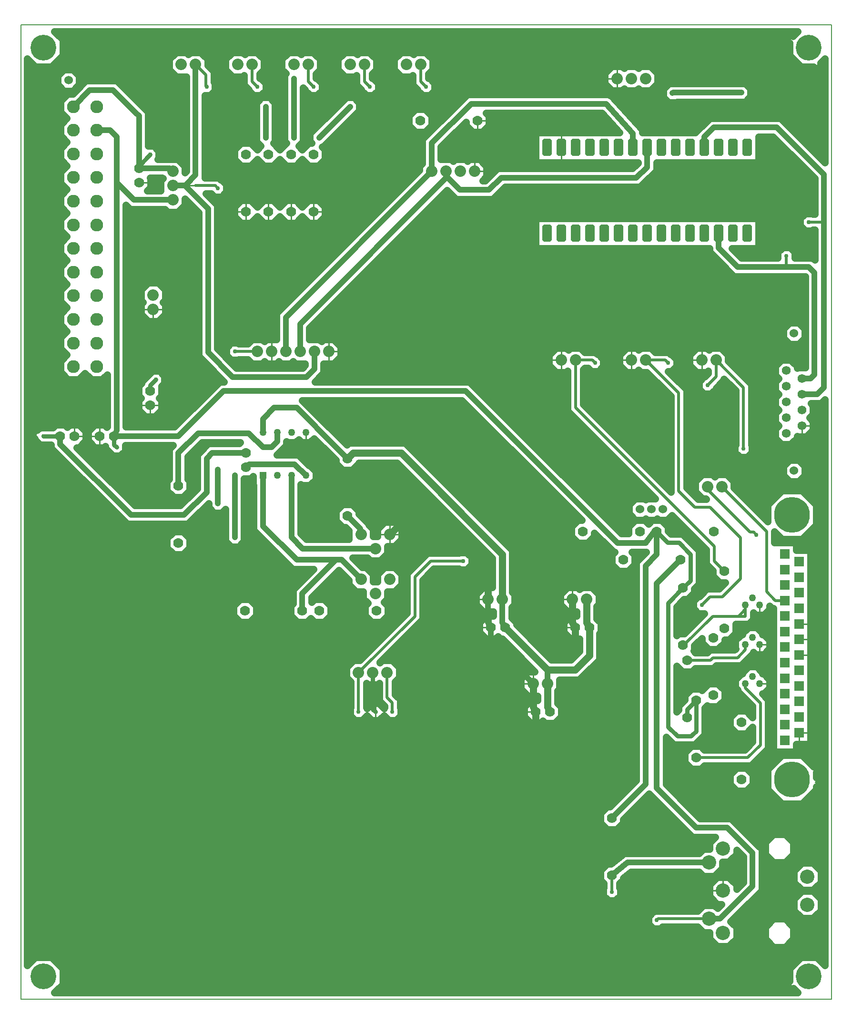
<source format=gbr>
G04 PROTEUS GERBER X2 FILE*
%TF.GenerationSoftware,Labcenter,Proteus,8.13-SP0-Build31525*%
%TF.CreationDate,2025-11-06T16:56:10+00:00*%
%TF.FileFunction,Copper,L1,Top*%
%TF.FilePolarity,Positive*%
%TF.Part,Single*%
%TF.SameCoordinates,{f50f37a5-e15f-460e-84a6-f153f1a7c21d}*%
%FSLAX45Y45*%
%MOMM*%
G01*
%TA.AperFunction,Conductor*%
%ADD10C,1.016000*%
%ADD11C,1.270000*%
%ADD12C,0.762000*%
%ADD13C,0.508000*%
%ADD14C,0.254000*%
%TA.AperFunction,ViaPad*%
%ADD15C,0.762000*%
%TA.AperFunction,WasherPad*%
%ADD16C,1.016000*%
%AMDIL007*
4,1,8,
-0.860000,1.195200,-0.555200,1.500000,0.555200,1.500000,0.860000,1.195200,0.860000,-1.195200,
0.555200,-1.500000,-0.555200,-1.500000,-0.860000,-1.195200,-0.860000,1.195200,
0*%
%TA.AperFunction,ComponentPad*%
%ADD17DIL007*%
%TA.AperFunction,ComponentPad*%
%ADD18C,2.032000*%
%ADD19C,1.778000*%
%TA.AperFunction,ComponentPad*%
%ADD70C,1.574800*%
%ADD71C,1.524000*%
%TA.AperFunction,ComponentPad*%
%ADD20R,1.270000X1.270000*%
%ADD21C,1.270000*%
%TA.AperFunction,ComponentPad*%
%ADD22C,2.540000*%
%TA.AperFunction,ComponentPad*%
%ADD23C,2.286000*%
%TA.AperFunction,OtherPad,Unknown*%
%ADD24C,4.572000*%
%TA.AperFunction,ComponentPad*%
%ADD25R,1.778000X1.778000*%
%ADD26C,6.350000*%
%TA.AperFunction,SMDPad,CuDef*%
%ADD27C,0.750000*%
%TA.AperFunction,Profile*%
%ADD28C,0.203200*%
%TD.AperFunction*%
G36*
X+13116649Y+2001581D02*
X+13074439Y+2043791D01*
X+13006053Y+2043791D01*
X+12957696Y+1995434D01*
X+12957696Y+1927048D01*
X+13006053Y+1878691D01*
X+13057101Y+1878691D01*
X+13057101Y+1657967D01*
X+13257967Y+1457101D01*
X+13478690Y+1457101D01*
X+13478690Y+1419381D01*
X+13527047Y+1371024D01*
X+13595433Y+1371024D01*
X+13643790Y+1419381D01*
X+13643790Y+1487767D01*
X+13608244Y+1523312D01*
X+13688240Y+1603308D01*
X+13688240Y-242199D01*
X+12900998Y+545043D01*
X+11642139Y+545043D01*
X+11385395Y+288299D01*
X+10439099Y+288299D01*
X+10439099Y+337764D01*
X+9899133Y+936600D01*
X+9835060Y+965099D01*
X+7331615Y+965099D01*
X+6534901Y+168385D01*
X+6534901Y-259772D01*
X+6484101Y-310572D01*
X+6484101Y-382415D01*
X+3942901Y-2923615D01*
X+3942901Y-3384101D01*
X+3764572Y-3384101D01*
X+3727000Y-3421673D01*
X+3689428Y-3384101D01*
X+3510572Y-3384101D01*
X+3434372Y-3460301D01*
X+3274977Y-3460301D01*
X+3262877Y-3448201D01*
X+3137123Y-3448201D01*
X+3048201Y-3537123D01*
X+3048201Y-3662877D01*
X+3137123Y-3751799D01*
X+3262877Y-3751799D01*
X+3274977Y-3739699D01*
X+3434372Y-3739699D01*
X+3510572Y-3815899D01*
X+3689428Y-3815899D01*
X+3727000Y-3778327D01*
X+3764572Y-3815899D01*
X+3943428Y-3815899D01*
X+3981000Y-3778327D01*
X+4018572Y-3815899D01*
X+4197428Y-3815899D01*
X+4235000Y-3778327D01*
X+4272572Y-3815899D01*
X+4450934Y-3815899D01*
X+4450934Y-3844503D01*
X+4406033Y-3889404D01*
X+3232558Y-3889404D01*
X+2891921Y-3548767D01*
X+2891921Y-995316D01*
X+2690303Y-793699D01*
X+2779023Y-793699D01*
X+2837123Y-851799D01*
X+2962877Y-851799D01*
X+3051799Y-762877D01*
X+3051799Y-637123D01*
X+2962877Y-548201D01*
X+2945765Y-548201D01*
X+2911865Y-514301D01*
X+2669099Y-514301D01*
X+2669099Y+948201D01*
X+2762877Y+948201D01*
X+2851799Y+1037123D01*
X+2851799Y+1162877D01*
X+2830062Y+1184614D01*
X+2830062Y+1371502D01*
X+2719899Y+1481665D01*
X+2719899Y+1589428D01*
X+2593428Y+1715899D01*
X+2414572Y+1715899D01*
X+2377000Y+1678327D01*
X+2339428Y+1715899D01*
X+2160572Y+1715899D01*
X+2034101Y+1589428D01*
X+2034101Y+1410572D01*
X+2160572Y+1284101D01*
X+2338901Y+1284101D01*
X+2338901Y-398735D01*
X+2315899Y-421737D01*
X+2315899Y-310572D01*
X+2189428Y-184101D01*
X+2117585Y-184101D01*
X+2114385Y-180901D01*
X+1834623Y-180901D01*
X+1852398Y-163126D01*
X+1852398Y-36874D01*
X+1763126Y+52398D01*
X+1665099Y+52398D01*
X+1665099Y+650656D01*
X+1107431Y+1208324D01*
X+554840Y+1208324D01*
X+325115Y+978599D01*
X+235311Y+978599D01*
X+101401Y+844689D01*
X+101401Y+655311D01*
X+216712Y+540000D01*
X+101401Y+424689D01*
X+101401Y+235311D01*
X+216712Y+120000D01*
X+101401Y+4689D01*
X+101401Y-184689D01*
X+216712Y-300000D01*
X+101401Y-415311D01*
X+101401Y-604689D01*
X+216712Y-720000D01*
X+101401Y-835311D01*
X+101401Y-1024689D01*
X+216712Y-1140000D01*
X+101401Y-1255311D01*
X+101401Y-1444689D01*
X+216712Y-1560000D01*
X+101401Y-1675311D01*
X+101401Y-1864689D01*
X+216712Y-1980000D01*
X+101401Y-2095311D01*
X+101401Y-2284689D01*
X+216712Y-2400000D01*
X+101401Y-2515311D01*
X+101401Y-2704689D01*
X+216712Y-2820000D01*
X+101401Y-2935311D01*
X+101401Y-3124689D01*
X+216712Y-3240000D01*
X+101401Y-3355311D01*
X+101401Y-3544689D01*
X+216715Y-3660003D01*
X+101401Y-3775317D01*
X+101401Y-3964695D01*
X+235311Y-4098605D01*
X+424689Y-4098605D01*
X+540000Y-3983294D01*
X+655311Y-4098605D01*
X+844689Y-4098605D01*
X+934901Y-4008393D01*
X+934901Y-4931732D01*
X+927000Y-4939633D01*
X+884168Y-4896801D01*
X+715832Y-4896801D01*
X+596801Y-5015832D01*
X+596801Y-5184168D01*
X+715832Y-5303199D01*
X+884168Y-5303199D01*
X+901601Y-5285766D01*
X+901601Y-5317125D01*
X+1036874Y-5452398D01*
X+1163126Y-5452398D01*
X+1252398Y-5363126D01*
X+1252398Y-5265099D01*
X+2101417Y-5265099D01*
X+2034901Y-5331615D01*
X+2034901Y-5861732D01*
X+1996801Y-5899832D01*
X+1996801Y-6068168D01*
X+2115832Y-6187199D01*
X+2284168Y-6187199D01*
X+2403199Y-6068168D01*
X+2403199Y-5899832D01*
X+2365099Y-5861732D01*
X+2365099Y-5468385D01*
X+2618385Y-5215099D01*
X+3297534Y-5215099D01*
X+3277732Y-5234901D01*
X+2731615Y-5234901D01*
X+2534901Y-5431615D01*
X+2534901Y-6031615D01*
X+2231615Y-6334901D01*
X+1424022Y-6334901D01*
X+392320Y-5303199D01*
X+438168Y-5303199D01*
X+557199Y-5184168D01*
X+557199Y-5015832D01*
X+438168Y-4896801D01*
X+269832Y-4896801D01*
X+227000Y-4939633D01*
X+184168Y-4896801D01*
X+15832Y-4896801D01*
X-34968Y-4947601D01*
X-263126Y-4947601D01*
X-310669Y-4995144D01*
X-327047Y-4978766D01*
X-395433Y-4978766D01*
X-443790Y-5027123D01*
X-443790Y-5095509D01*
X-395433Y-5143866D01*
X-352399Y-5143866D01*
X-352399Y-5163126D01*
X-263126Y-5252399D01*
X-65099Y-5252399D01*
X-65099Y-5312748D01*
X+1287252Y-6665099D01*
X+2368385Y-6665099D01*
X+2734901Y-6298583D01*
X+2734901Y-6368386D01*
X+2831614Y-6465099D01*
X+2968386Y-6465099D01*
X+3034901Y-6398584D01*
X+3034901Y-6968386D01*
X+3131614Y-7065099D01*
X+3268386Y-7065099D01*
X+3365099Y-6968386D01*
X+3365099Y-5857199D01*
X+3484168Y-5857199D01*
X+3522201Y-5819166D01*
X+3522201Y-5977799D01*
X+3534901Y-5977799D01*
X+3534901Y-6768385D01*
X+4231615Y-7465099D01*
X+4601417Y-7465099D01*
X+4234901Y-7831615D01*
X+4234901Y-8077732D01*
X+4196801Y-8115832D01*
X+4196801Y-8284168D01*
X+4315832Y-8403199D01*
X+4484168Y-8403199D01*
X+4550000Y-8337367D01*
X+4615832Y-8403199D01*
X+4784168Y-8403199D01*
X+4903199Y-8284168D01*
X+4903199Y-8115832D01*
X+4784168Y-7996801D01*
X+4615832Y-7996801D01*
X+4565099Y-8047534D01*
X+4565099Y-7968385D01*
X+5050000Y-7483484D01*
X+5230101Y-7663585D01*
X+5230101Y-7735428D01*
X+5356572Y-7861899D01*
X+5484101Y-7861899D01*
X+5484101Y-7989428D01*
X+5561653Y-8066980D01*
X+5512801Y-8115832D01*
X+5512801Y-8284168D01*
X+5631832Y-8403199D01*
X+5800168Y-8403199D01*
X+5919199Y-8284168D01*
X+5919199Y-8115832D01*
X+5854347Y-8050980D01*
X+5915899Y-7989428D01*
X+5915899Y-7861899D01*
X+6043428Y-7861899D01*
X+6169899Y-7735428D01*
X+6169899Y-7556572D01*
X+6043428Y-7430101D01*
X+5864572Y-7430101D01*
X+5738101Y-7556572D01*
X+5738101Y-7684101D01*
X+5661899Y-7684101D01*
X+5661899Y-7556572D01*
X+5535428Y-7430101D01*
X+5463585Y-7430101D01*
X+5298583Y-7265099D01*
X+5559772Y-7265099D01*
X+5610572Y-7315899D01*
X+5789428Y-7315899D01*
X+5915899Y-7189428D01*
X+5915899Y-7061899D01*
X+6043428Y-7061899D01*
X+6169899Y-6935428D01*
X+6169899Y-6756572D01*
X+6043428Y-6630101D01*
X+5864572Y-6630101D01*
X+5738101Y-6756572D01*
X+5738101Y-6884101D01*
X+5661899Y-6884101D01*
X+5661899Y-6756572D01*
X+5586335Y-6681008D01*
X+5582145Y-6664661D01*
X+5403199Y-6485715D01*
X+5403199Y-6431832D01*
X+5284168Y-6312801D01*
X+5115832Y-6312801D01*
X+4996801Y-6431832D01*
X+4996801Y-6600168D01*
X+5115832Y-6719199D01*
X+5169715Y-6719199D01*
X+5230101Y-6779585D01*
X+5230101Y-6934901D01*
X+4476385Y-6934901D01*
X+4373099Y-6831615D01*
X+4373099Y-5962545D01*
X+4388353Y-5977799D01*
X+4535647Y-5977799D01*
X+4639799Y-5873647D01*
X+4639799Y-5726353D01*
X+4535647Y-5622201D01*
X+4517685Y-5622201D01*
X+4330385Y-5434901D01*
X+3952583Y-5434901D01*
X+4119099Y-5268385D01*
X+4119099Y-5200545D01*
X+4134353Y-5215799D01*
X+4281647Y-5215799D01*
X+4335000Y-5162446D01*
X+4388353Y-5215799D01*
X+4535647Y-5215799D01*
X+4608981Y-5142465D01*
X+4996801Y-5530285D01*
X+4996801Y-5584168D01*
X+5115832Y-5703199D01*
X+5284168Y-5703199D01*
X+5403199Y-5584168D01*
X+5403199Y-5577799D01*
X+6080355Y-5577799D01*
X+7776201Y-7273645D01*
X+7776201Y-7784101D01*
X+7610572Y-7784101D01*
X+7484101Y-7910572D01*
X+7484101Y-8089428D01*
X+7610572Y-8215899D01*
X+7788901Y-8215899D01*
X+7788901Y-8296801D01*
X+7661832Y-8296801D01*
X+7542801Y-8415832D01*
X+7542801Y-8584168D01*
X+7661832Y-8703199D01*
X+7830168Y-8703199D01*
X+7873000Y-8660367D01*
X+7915832Y-8703199D01*
X+7951755Y-8703199D01*
X+8532657Y-9284101D01*
X+8410572Y-9284101D01*
X+8284101Y-9410572D01*
X+8284101Y-9589428D01*
X+8410572Y-9715899D01*
X+8576201Y-9715899D01*
X+8576201Y-9796801D01*
X+8461832Y-9796801D01*
X+8342801Y-9915832D01*
X+8342801Y-10084168D01*
X+8461832Y-10203199D01*
X+8630168Y-10203199D01*
X+8673000Y-10160367D01*
X+8715832Y-10203199D01*
X+8884168Y-10203199D01*
X+9003199Y-10084168D01*
X+9003199Y-9915832D01*
X+8931799Y-9844432D01*
X+8931799Y-9627528D01*
X+8969899Y-9589428D01*
X+8969899Y-9431799D01*
X+9319645Y-9431799D01*
X+9677799Y-9073645D01*
X+9677799Y-8609568D01*
X+9703199Y-8584168D01*
X+9703199Y-8415832D01*
X+9631799Y-8344432D01*
X+9631799Y-8127528D01*
X+9669899Y-8089428D01*
X+9669899Y-7910572D01*
X+9543428Y-7784101D01*
X+9364572Y-7784101D01*
X+9327000Y-7821673D01*
X+9289428Y-7784101D01*
X+9110572Y-7784101D01*
X+8984101Y-7910572D01*
X+8984101Y-8089428D01*
X+9110572Y-8215899D01*
X+9276201Y-8215899D01*
X+9276201Y-8296801D01*
X+9161832Y-8296801D01*
X+9042801Y-8415832D01*
X+9042801Y-8584168D01*
X+9161832Y-8703199D01*
X+9322201Y-8703199D01*
X+9322201Y-8926355D01*
X+9172355Y-9076201D01*
X+8827645Y-9076201D01*
X+8203199Y-8451755D01*
X+8203199Y-8415832D01*
X+8119099Y-8331732D01*
X+8119099Y-8140228D01*
X+8169899Y-8089428D01*
X+8169899Y-7910572D01*
X+8131799Y-7872472D01*
X+8131799Y-7126355D01*
X+6227645Y-5222201D01*
X+5226355Y-5222201D01*
X+5191020Y-5257536D01*
X+4398583Y-4465099D01*
X+7231615Y-4465099D01*
X+9363317Y-6596801D01*
X+9299832Y-6596801D01*
X+9180801Y-6715832D01*
X+9180801Y-6884168D01*
X+9299832Y-7003199D01*
X+9468168Y-7003199D01*
X+9587199Y-6884168D01*
X+9587199Y-6820683D01*
X+9931615Y-7165099D01*
X+9947534Y-7165099D01*
X+9896801Y-7215832D01*
X+9896801Y-7384168D01*
X+10015832Y-7503199D01*
X+10184168Y-7503199D01*
X+10303199Y-7384168D01*
X+10303199Y-7215832D01*
X+10252466Y-7165099D01*
X+10509100Y-7165099D01*
X+10334901Y-7339298D01*
X+10334901Y-11215615D01*
X+9869715Y-11680801D01*
X+9815832Y-11680801D01*
X+9696801Y-11799832D01*
X+9696801Y-11968168D01*
X+9815832Y-12087199D01*
X+9984168Y-12087199D01*
X+10103199Y-11968168D01*
X+10103199Y-11914285D01*
X+10564775Y-11452709D01*
X+11333299Y-12221233D01*
X+11737519Y-12221233D01*
X+11633701Y-12325051D01*
X+11633701Y-12433701D01*
X+11525051Y-12433701D01*
X+11448851Y-12509901D01*
X+10988900Y-12509901D01*
X+10988900Y-12509902D01*
X+10988664Y-12509902D01*
X+10123181Y-12511139D01*
X+9881259Y-12696801D01*
X+9815832Y-12696801D01*
X+9696801Y-12815832D01*
X+9696801Y-12984168D01*
X+9760301Y-13047668D01*
X+9760301Y-13125023D01*
X+9748201Y-13137123D01*
X+9748201Y-13262877D01*
X+9837123Y-13351799D01*
X+9962877Y-13351799D01*
X+10051799Y-13262877D01*
X+10051799Y-13137123D01*
X+10039699Y-13125023D01*
X+10039699Y-13047668D01*
X+10103199Y-12984168D01*
X+10103199Y-12954078D01*
X+10240305Y-12841169D01*
X+10988898Y-12840098D01*
X+10988900Y-12840099D01*
X+11448851Y-12840099D01*
X+11525051Y-12916299D01*
X+11724949Y-12916299D01*
X+11866299Y-12774949D01*
X+11866299Y-12666299D01*
X+11974949Y-12666299D01*
X+12116299Y-12524949D01*
X+12116299Y-12456941D01*
X+12234901Y-12575543D01*
X+12234901Y-13031615D01*
X+12116299Y-13150217D01*
X+12116299Y-13075051D01*
X+11974949Y-12933701D01*
X+11775051Y-12933701D01*
X+11633701Y-13075051D01*
X+11633701Y-13274949D01*
X+11775051Y-13416299D01*
X+11850217Y-13416299D01*
X+11778882Y-13487634D01*
X+11724949Y-13433701D01*
X+11525051Y-13433701D01*
X+11423451Y-13535301D01*
X+10667135Y-13535301D01*
X+10654235Y-13548201D01*
X+10637123Y-13548201D01*
X+10548201Y-13637123D01*
X+10548201Y-13762877D01*
X+10637123Y-13851799D01*
X+10762877Y-13851799D01*
X+10799977Y-13814699D01*
X+11423451Y-13814699D01*
X+11525051Y-13916299D01*
X+11633701Y-13916299D01*
X+11633701Y-14024949D01*
X+11775051Y-14166299D01*
X+11974949Y-14166299D01*
X+12116299Y-14024949D01*
X+12116299Y-13825051D01*
X+12012366Y-13721118D01*
X+12565099Y-13168385D01*
X+12565099Y-12438772D01*
X+12468385Y-12342059D01*
X+12017361Y-11891035D01*
X+11470069Y-11891035D01*
X+10865099Y-11286065D01*
X+10865099Y-10447992D01*
X+11001737Y-10584630D01*
X+11371404Y-10584630D01*
X+11549125Y-10406909D01*
X+11549125Y-9931694D01*
X+11596726Y-9884093D01*
X+11615832Y-9903199D01*
X+11784168Y-9903199D01*
X+11903199Y-9784168D01*
X+11903199Y-9615832D01*
X+11784168Y-9496801D01*
X+11615832Y-9496801D01*
X+11500000Y-9612633D01*
X+11480894Y-9593527D01*
X+11312558Y-9593527D01*
X+11193527Y-9712558D01*
X+11193527Y-9784401D01*
X+11082502Y-9895426D01*
X+11082502Y-9965032D01*
X+11052399Y-9995135D01*
X+11052399Y-9188865D01*
X+11150733Y-9287199D01*
X+11319069Y-9287199D01*
X+11382569Y-9223699D01*
X+11711964Y-9223699D01*
X+11756265Y-9179398D01*
X+12191166Y-9179398D01*
X+12412699Y-8957865D01*
X+12412699Y-8937145D01*
X+12453353Y-8977799D01*
X+12600647Y-8977799D01*
X+12704799Y-8873647D01*
X+12704799Y-8726353D01*
X+12600647Y-8622201D01*
X+12577799Y-8622201D01*
X+12577799Y-8599353D01*
X+12473647Y-8495201D01*
X+12326353Y-8495201D01*
X+12222201Y-8599353D01*
X+12222201Y-8622201D01*
X+12199353Y-8622201D01*
X+12095201Y-8726353D01*
X+12095201Y-8873647D01*
X+12098495Y-8876941D01*
X+12075436Y-8900000D01*
X+11640535Y-8900000D01*
X+11596234Y-8944301D01*
X+11382569Y-8944301D01*
X+11353367Y-8915099D01*
X+11368298Y-8900168D01*
X+11368298Y-8823201D01*
X+11496801Y-8694698D01*
X+11496801Y-8768168D01*
X+11615832Y-8887199D01*
X+11784168Y-8887199D01*
X+11903199Y-8768168D01*
X+11903199Y-8719199D01*
X+11984168Y-8719199D01*
X+12103199Y-8600168D01*
X+12103199Y-8439699D01*
X+12330865Y-8439699D01*
X+12412699Y-8357865D01*
X+12412699Y-8237145D01*
X+12453353Y-8277799D01*
X+12600647Y-8277799D01*
X+12704799Y-8173647D01*
X+12704799Y-8118505D01*
X+12747453Y-8161159D01*
X+12769801Y-8161159D01*
X+12769801Y-10708779D01*
X+13176199Y-10708779D01*
X+13176199Y-10569079D01*
X+13430199Y-10569079D01*
X+13430199Y-7127381D01*
X+13176199Y-7127381D01*
X+13176199Y-6990221D01*
X+12787643Y-6990221D01*
X+12787643Y-6798299D01*
X+12921143Y-6931799D01*
X+13278857Y-6931799D01*
X+13531799Y-6678857D01*
X+13531799Y-6321143D01*
X+13278857Y-6068201D01*
X+12921143Y-6068201D01*
X+12668201Y-6321143D01*
X+12668201Y-6616637D01*
X+12069899Y-6018335D01*
X+12069899Y-5910572D01*
X+11943428Y-5784101D01*
X+11764572Y-5784101D01*
X+11727000Y-5821673D01*
X+11689428Y-5784101D01*
X+11510572Y-5784101D01*
X+11384101Y-5910572D01*
X+11384101Y-6089428D01*
X+11510572Y-6215899D01*
X+11567537Y-6215899D01*
X+11573128Y-6221490D01*
X+11430876Y-6221490D01*
X+11226775Y-6017389D01*
X+11226775Y-4275211D01*
X+10903363Y-3951799D01*
X+10962877Y-3951799D01*
X+11051799Y-3862877D01*
X+11051799Y-3737123D01*
X+10962877Y-3648201D01*
X+10945765Y-3648201D01*
X+10907865Y-3610301D01*
X+10669628Y-3610301D01*
X+10593428Y-3534101D01*
X+10414572Y-3534101D01*
X+10377000Y-3571673D01*
X+10339428Y-3534101D01*
X+10160572Y-3534101D01*
X+10034101Y-3660572D01*
X+10034101Y-3839428D01*
X+10160572Y-3965899D01*
X+10339428Y-3965899D01*
X+10377000Y-3928327D01*
X+10414572Y-3965899D01*
X+10522335Y-3965899D01*
X+10947377Y-4390941D01*
X+10947377Y-6091507D01*
X+9393699Y-4537829D01*
X+9393699Y-3915628D01*
X+9419628Y-3889699D01*
X+9475023Y-3889699D01*
X+9537123Y-3951799D01*
X+9662877Y-3951799D01*
X+9751799Y-3862877D01*
X+9751799Y-3737123D01*
X+9662877Y-3648201D01*
X+9645765Y-3648201D01*
X+9607865Y-3610301D01*
X+9419628Y-3610301D01*
X+9343428Y-3534101D01*
X+9164572Y-3534101D01*
X+9127000Y-3571673D01*
X+9089428Y-3534101D01*
X+8910572Y-3534101D01*
X+8784101Y-3660572D01*
X+8784101Y-3839428D01*
X+8910572Y-3965899D01*
X+9089428Y-3965899D01*
X+9114301Y-3941026D01*
X+9114301Y-4653559D01*
X+10670243Y-6209501D01*
X+10521093Y-6209501D01*
X+10498400Y-6232194D01*
X+10475707Y-6209501D01*
X+10317893Y-6209501D01*
X+10206301Y-6321093D01*
X+10206301Y-6478907D01*
X+10317893Y-6590499D01*
X+10475707Y-6590499D01*
X+10498400Y-6567806D01*
X+10521093Y-6590499D01*
X+10678907Y-6590499D01*
X+10701600Y-6567806D01*
X+10724293Y-6590499D01*
X+10882107Y-6590499D01*
X+10966674Y-6505932D01*
X+11578832Y-7118090D01*
X+11578832Y-7376396D01*
X+11696801Y-7494365D01*
X+11696801Y-7584168D01*
X+11815832Y-7703199D01*
X+11916018Y-7703199D01*
X+11802899Y-7816318D01*
X+11586118Y-7816318D01*
X+11454835Y-7947601D01*
X+11436874Y-7947601D01*
X+11347601Y-8036874D01*
X+11347601Y-8163126D01*
X+11436874Y-8252399D01*
X+11543972Y-8252399D01*
X+11183570Y-8612801D01*
X+11080931Y-8612801D01*
X+11047927Y-8645805D01*
X+11047927Y-8132696D01*
X+11177424Y-8003199D01*
X+11249267Y-8003199D01*
X+11368298Y-7884168D01*
X+11368298Y-7812325D01*
X+11452399Y-7728224D01*
X+11452399Y-7136875D01*
X+11153571Y-6838047D01*
X+10953571Y-6838047D01*
X+10903199Y-6787675D01*
X+10903199Y-6715832D01*
X+10784168Y-6596801D01*
X+10615832Y-6596801D01*
X+10550000Y-6662633D01*
X+10484168Y-6596801D01*
X+10315832Y-6596801D01*
X+10196801Y-6715832D01*
X+10196801Y-6834901D01*
X+10068385Y-6834901D01*
X+7368385Y-4134901D01*
X+4627504Y-4134901D01*
X+4781132Y-3981273D01*
X+4781132Y-3815899D01*
X+4959428Y-3815899D01*
X+5085899Y-3689428D01*
X+5085899Y-3510572D01*
X+4959428Y-3384101D01*
X+4780572Y-3384101D01*
X+4743000Y-3421673D01*
X+4705428Y-3384101D01*
X+4527099Y-3384101D01*
X+4527099Y-3180773D01*
X+6972788Y-735084D01*
X+7130358Y-892654D01*
X+7787619Y-892654D01*
X+8002755Y-677518D01*
X+10403958Y-677518D01*
X+10693099Y-388377D01*
X+10693099Y-240299D01*
X+12506299Y-240299D01*
X+12506299Y+214845D01*
X+12764228Y+214845D01*
X+13505456Y-526383D01*
X+13505456Y-1160301D01*
X+13474977Y-1160301D01*
X+13462877Y-1148201D01*
X+13337123Y-1148201D01*
X+13248201Y-1237123D01*
X+13248201Y-1362877D01*
X+13337123Y-1451799D01*
X+13462877Y-1451799D01*
X+13474977Y-1439699D01*
X+13505456Y-1439699D01*
X+13505456Y-1971972D01*
X+13468385Y-1934901D01*
X+13151799Y-1934901D01*
X+13151799Y-1837123D01*
X+13062877Y-1748201D01*
X+12937123Y-1748201D01*
X+12848201Y-1837123D01*
X+12848201Y-1934901D01*
X+12207111Y-1934901D01*
X+12036509Y-1764299D01*
X+12506299Y-1764299D01*
X+12506299Y-1235701D01*
X+8549701Y-1235701D01*
X+8549701Y-1764299D01*
X+11632901Y-1764299D01*
X+11632901Y-1827660D01*
X+11729615Y-1924373D01*
X+12070340Y-2265099D01*
X+13331615Y-2265099D01*
X+13334901Y-2268385D01*
X+13334901Y-3886001D01*
X+13196650Y-3886001D01*
X+13190248Y-3892403D01*
X+13190248Y-3859381D01*
X+13077168Y-3746301D01*
X+12917250Y-3746301D01*
X+12804170Y-3859381D01*
X+12804170Y-4019299D01*
X+12863911Y-4079040D01*
X+12804170Y-4138781D01*
X+12804170Y-4298699D01*
X+12863911Y-4358440D01*
X+12804170Y-4418181D01*
X+12804170Y-4578099D01*
X+12863911Y-4637840D01*
X+12804170Y-4697581D01*
X+12804170Y-4857499D01*
X+12863911Y-4917240D01*
X+12804170Y-4976981D01*
X+12804170Y-5136899D01*
X+12917250Y-5249979D01*
X+13077168Y-5249979D01*
X+13190248Y-5136899D01*
X+13190248Y-5103877D01*
X+13196650Y-5110279D01*
X+13356568Y-5110279D01*
X+13469648Y-4997199D01*
X+13469648Y-4837281D01*
X+13409907Y-4777540D01*
X+13469648Y-4717799D01*
X+13469648Y-4557881D01*
X+13435306Y-4523539D01*
X+13620451Y-4523539D01*
X+13688240Y-4455750D01*
X+13688240Y-14503308D01*
X+13561908Y-14376976D01*
X+13595433Y-14376976D01*
X+13643790Y-14328619D01*
X+13643790Y-14260233D01*
X+13595433Y-14211876D01*
X+13527047Y-14211876D01*
X+13478690Y-14260233D01*
X+13478690Y-14328619D01*
X+13507172Y-14357101D01*
X+13257967Y-14357101D01*
X+13057101Y-14557967D01*
X+13057101Y-14778691D01*
X+13019047Y-14778691D01*
X+12970690Y-14827048D01*
X+12970690Y-14895434D01*
X+13019047Y-14943791D01*
X+13087433Y-14943791D01*
X+13123146Y-14908078D01*
X+13203308Y-14988240D01*
X-3308Y-14988240D01*
X+142899Y-14842033D01*
X+142899Y-14557967D01*
X-57967Y-14357101D01*
X-342033Y-14357101D01*
X-488240Y-14503308D01*
X-488240Y+1603308D01*
X-342033Y+1457101D01*
X-57967Y+1457101D01*
X+142899Y+1657967D01*
X+142899Y+1942033D01*
X-3308Y+2088240D01*
X+13203308Y+2088240D01*
X+13116649Y+2001581D01*
G37*
%LPC*%
G36*
X+11969899Y-3660572D02*
X+11969899Y-3768335D01*
X+12380894Y-4179330D01*
X+12380894Y-5252018D01*
X+12393594Y-5264718D01*
X+12393594Y-5390970D01*
X+12304321Y-5480243D01*
X+12178069Y-5480243D01*
X+12088796Y-5390970D01*
X+12088796Y-5264718D01*
X+12101496Y-5252018D01*
X+12101496Y-4295060D01*
X+11893699Y-4087263D01*
X+11893699Y-4103865D01*
X+11751799Y-4245765D01*
X+11751799Y-4262877D01*
X+11662877Y-4351799D01*
X+11537123Y-4351799D01*
X+11448201Y-4262877D01*
X+11448201Y-4137123D01*
X+11537123Y-4048201D01*
X+11554235Y-4048201D01*
X+11614301Y-3988135D01*
X+11614301Y-3941026D01*
X+11589428Y-3965899D01*
X+11410572Y-3965899D01*
X+11284101Y-3839428D01*
X+11284101Y-3660572D01*
X+11410572Y-3534101D01*
X+11589428Y-3534101D01*
X+11627000Y-3571673D01*
X+11664572Y-3534101D01*
X+11843428Y-3534101D01*
X+11969899Y-3660572D01*
G37*
G36*
X+5719899Y+1589428D02*
X+5719899Y+1410572D01*
X+5643699Y+1334372D01*
X+5643699Y+1253865D01*
X+5645765Y+1251799D01*
X+5662877Y+1251799D01*
X+5751799Y+1162877D01*
X+5751799Y+1037123D01*
X+5662877Y+948201D01*
X+5537123Y+948201D01*
X+5448201Y+1037123D01*
X+5448201Y+1054235D01*
X+5364301Y+1138135D01*
X+5364301Y+1308974D01*
X+5339428Y+1284101D01*
X+5160572Y+1284101D01*
X+5034101Y+1410572D01*
X+5034101Y+1589428D01*
X+5160572Y+1715899D01*
X+5339428Y+1715899D01*
X+5377000Y+1678327D01*
X+5414572Y+1715899D01*
X+5593428Y+1715899D01*
X+5719899Y+1589428D01*
G37*
G36*
X+6719899Y+1589428D02*
X+6719899Y+1410572D01*
X+6643699Y+1334372D01*
X+6643699Y+1253865D01*
X+6645765Y+1251799D01*
X+6662877Y+1251799D01*
X+6751799Y+1162877D01*
X+6751799Y+1037123D01*
X+6662877Y+948201D01*
X+6537123Y+948201D01*
X+6448201Y+1037123D01*
X+6448201Y+1054235D01*
X+6364301Y+1138135D01*
X+6364301Y+1308974D01*
X+6339428Y+1284101D01*
X+6160572Y+1284101D01*
X+6034101Y+1410572D01*
X+6034101Y+1589428D01*
X+6160572Y+1715899D01*
X+6339428Y+1715899D01*
X+6377000Y+1678327D01*
X+6414572Y+1715899D01*
X+6593428Y+1715899D01*
X+6719899Y+1589428D01*
G37*
G36*
X+4719899Y+1589428D02*
X+4719899Y+1410572D01*
X+4643699Y+1334372D01*
X+4643699Y+1253865D01*
X+4645765Y+1251799D01*
X+4662877Y+1251799D01*
X+4751799Y+1162877D01*
X+4751799Y+1037123D01*
X+4662877Y+948201D01*
X+4537123Y+948201D01*
X+4448201Y+1037123D01*
X+4448201Y+1054235D01*
X+4415099Y+1087337D01*
X+4415099Y+131614D01*
X+4335426Y+51941D01*
X+4400000Y-12633D01*
X+4515832Y+103199D01*
X+4563317Y+103199D01*
X+4534902Y+131614D01*
X+4534902Y+268386D01*
X+5181614Y+915098D01*
X+5318386Y+915098D01*
X+5415098Y+818386D01*
X+5415098Y+681614D01*
X+4768386Y+34902D01*
X+4752465Y+34902D01*
X+4803199Y-15832D01*
X+4803199Y-184168D01*
X+4684168Y-303199D01*
X+4515832Y-303199D01*
X+4400000Y-187367D01*
X+4284168Y-303199D01*
X+4115832Y-303199D01*
X+4000000Y-187367D01*
X+3884168Y-303199D01*
X+3715832Y-303199D01*
X+3600000Y-187367D01*
X+3484168Y-303199D01*
X+3315832Y-303199D01*
X+3196801Y-184168D01*
X+3196801Y-15832D01*
X+3315832Y+103199D01*
X+3484168Y+103199D01*
X+3600000Y-12633D01*
X+3664574Y+51941D01*
X+3584901Y+131614D01*
X+3584901Y+818386D01*
X+3681614Y+915099D01*
X+3818386Y+915099D01*
X+3915099Y+818386D01*
X+3915099Y+131614D01*
X+3885426Y+101941D01*
X+4000000Y-12633D01*
X+4114574Y+101941D01*
X+4084901Y+131614D01*
X+4084901Y+1318386D01*
X+4105594Y+1339079D01*
X+4034101Y+1410572D01*
X+4034101Y+1589428D01*
X+4160572Y+1715899D01*
X+4339428Y+1715899D01*
X+4377000Y+1678327D01*
X+4414572Y+1715899D01*
X+4593428Y+1715899D01*
X+4719899Y+1589428D01*
G37*
G36*
X+3719899Y+1589428D02*
X+3719899Y+1410572D01*
X+3643699Y+1334372D01*
X+3643699Y+1253865D01*
X+3645765Y+1251799D01*
X+3662877Y+1251799D01*
X+3751799Y+1162877D01*
X+3751799Y+1037123D01*
X+3662877Y+948201D01*
X+3537123Y+948201D01*
X+3448201Y+1037123D01*
X+3448201Y+1054235D01*
X+3364301Y+1138135D01*
X+3364301Y+1308974D01*
X+3339428Y+1284101D01*
X+3160572Y+1284101D01*
X+3034101Y+1410572D01*
X+3034101Y+1589428D01*
X+3160572Y+1715899D01*
X+3339428Y+1715899D01*
X+3377000Y+1678327D01*
X+3414572Y+1715899D01*
X+3593428Y+1715899D01*
X+3719899Y+1589428D01*
G37*
G36*
X+6296801Y+415832D02*
X+6296801Y+584168D01*
X+6415832Y+703199D01*
X+6584168Y+703199D01*
X+6703199Y+584168D01*
X+6703199Y+415832D01*
X+6584168Y+296801D01*
X+6415832Y+296801D01*
X+6296801Y+415832D01*
G37*
G36*
X+4803199Y-1031832D02*
X+4803199Y-1200168D01*
X+4684168Y-1319199D01*
X+4515832Y-1319199D01*
X+4400000Y-1203367D01*
X+4284168Y-1319199D01*
X+4115832Y-1319199D01*
X+4000000Y-1203367D01*
X+3884168Y-1319199D01*
X+3715832Y-1319199D01*
X+3600000Y-1203367D01*
X+3484168Y-1319199D01*
X+3315832Y-1319199D01*
X+3196801Y-1200168D01*
X+3196801Y-1031832D01*
X+3315832Y-912801D01*
X+3484168Y-912801D01*
X+3600000Y-1028633D01*
X+3715832Y-912801D01*
X+3884168Y-912801D01*
X+4000000Y-1028633D01*
X+4115832Y-912801D01*
X+4284168Y-912801D01*
X+4400000Y-1028633D01*
X+4515832Y-912801D01*
X+4684168Y-912801D01*
X+4803199Y-1031832D01*
G37*
G36*
X+13215816Y-3469439D02*
X+13058002Y-3469439D01*
X+12946410Y-3357847D01*
X+12946410Y-3200033D01*
X+13058002Y-3088441D01*
X+13215816Y-3088441D01*
X+13327408Y-3200033D01*
X+13327408Y-3357847D01*
X+13215816Y-3469439D01*
G37*
G36*
X+13215816Y-5907839D02*
X+13058002Y-5907839D01*
X+12946410Y-5796247D01*
X+12946410Y-5638433D01*
X+13058002Y-5526841D01*
X+13215816Y-5526841D01*
X+13327408Y-5638433D01*
X+13327408Y-5796247D01*
X+13215816Y-5907839D01*
G37*
G36*
X+13474949Y-13666299D02*
X+13275051Y-13666299D01*
X+13133701Y-13524949D01*
X+13133701Y-13325051D01*
X+13275051Y-13183701D01*
X+13474949Y-13183701D01*
X+13616299Y-13325051D01*
X+13616299Y-13524949D01*
X+13474949Y-13666299D01*
G37*
G36*
X+13474949Y-13166299D02*
X+13275051Y-13166299D01*
X+13133701Y-13024949D01*
X+13133701Y-12825051D01*
X+13275051Y-12683701D01*
X+13474949Y-12683701D01*
X+13616299Y-12825051D01*
X+13616299Y-13024949D01*
X+13474949Y-13166299D01*
G37*
G36*
X+12979216Y-14176599D02*
X+12770784Y-14176599D01*
X+12623401Y-14029216D01*
X+12623401Y-13820784D01*
X+12770784Y-13673401D01*
X+12979216Y-13673401D01*
X+13126599Y-13820784D01*
X+13126599Y-14029216D01*
X+12979216Y-14176599D01*
G37*
G36*
X+12979216Y-12676599D02*
X+12770784Y-12676599D01*
X+12623401Y-12529216D01*
X+12623401Y-12320784D01*
X+12770784Y-12173401D01*
X+12979216Y-12173401D01*
X+13126599Y-12320784D01*
X+13126599Y-12529216D01*
X+12979216Y-12676599D01*
G37*
G36*
X+3587199Y-8115832D02*
X+3587199Y-8284168D01*
X+3468168Y-8403199D01*
X+3299832Y-8403199D01*
X+3180801Y-8284168D01*
X+3180801Y-8115832D01*
X+3299832Y-7996801D01*
X+3468168Y-7996801D01*
X+3587199Y-8115832D01*
G37*
G36*
X+2284168Y-7203199D02*
X+2115832Y-7203199D01*
X+1996801Y-7084168D01*
X+1996801Y-6915832D01*
X+2115832Y-6796801D01*
X+2284168Y-6796801D01*
X+2403199Y-6915832D01*
X+2403199Y-7084168D01*
X+2284168Y-7203199D01*
G37*
G36*
X+7408713Y-7257500D02*
X+7408713Y-7383752D01*
X+7319440Y-7473025D01*
X+7193188Y-7473025D01*
X+7180488Y-7460325D01*
X+6737239Y-7460325D01*
X+6539699Y-7657865D01*
X+6539699Y-8357865D01*
X+5778446Y-9119118D01*
X+5781000Y-9121673D01*
X+5818572Y-9084101D01*
X+5997428Y-9084101D01*
X+6123899Y-9210572D01*
X+6123899Y-9389428D01*
X+6047699Y-9465628D01*
X+6047699Y-9689351D01*
X+6139699Y-9781351D01*
X+6139699Y-9925023D01*
X+6151799Y-9937123D01*
X+6151799Y-10062877D01*
X+6062877Y-10151799D01*
X+5937123Y-10151799D01*
X+5850000Y-10064676D01*
X+5762877Y-10151799D01*
X+5637123Y-10151799D01*
X+5550000Y-10064676D01*
X+5462877Y-10151799D01*
X+5337123Y-10151799D01*
X+5248201Y-10062877D01*
X+5248201Y-9937123D01*
X+5260301Y-9925023D01*
X+5260301Y-9465628D01*
X+5184101Y-9389428D01*
X+5184101Y-9210572D01*
X+5310572Y-9084101D01*
X+5418335Y-9084101D01*
X+6260301Y-8242135D01*
X+6260301Y-7542135D01*
X+6621509Y-7180927D01*
X+7180488Y-7180927D01*
X+7193188Y-7168227D01*
X+7319440Y-7168227D01*
X+7408713Y-7257500D01*
G37*
G36*
X+167093Y+1410499D02*
X+324907Y+1410499D01*
X+436499Y+1298907D01*
X+436499Y+1141093D01*
X+324907Y+1029501D01*
X+167093Y+1029501D01*
X+55501Y+1141093D01*
X+55501Y+1298907D01*
X+167093Y+1410499D01*
G37*
G36*
X+10715899Y+1339428D02*
X+10715899Y+1160572D01*
X+10589428Y+1034101D01*
X+10410572Y+1034101D01*
X+10373000Y+1071673D01*
X+10335428Y+1034101D01*
X+10156572Y+1034101D01*
X+10119000Y+1071673D01*
X+10081428Y+1034101D01*
X+9902572Y+1034101D01*
X+9776101Y+1160572D01*
X+9776101Y+1339428D01*
X+9902572Y+1465899D01*
X+10081428Y+1465899D01*
X+10119000Y+1428327D01*
X+10156572Y+1465899D01*
X+10335428Y+1465899D01*
X+10373000Y+1428327D01*
X+10410572Y+1465899D01*
X+10589428Y+1465899D01*
X+10715899Y+1339428D01*
G37*
G36*
X+13478690Y-10967034D02*
X+13478690Y-10958233D01*
X+13527047Y-10909876D01*
X+13595433Y-10909876D01*
X+13643790Y-10958233D01*
X+13643790Y-11026619D01*
X+13595433Y-11074976D01*
X+13531799Y-11074976D01*
X+13531799Y-11163876D01*
X+13595433Y-11163876D01*
X+13643790Y-11212233D01*
X+13643790Y-11280619D01*
X+13595433Y-11328976D01*
X+13531799Y-11328976D01*
X+13531799Y-11377857D01*
X+13278857Y-11630799D01*
X+12921143Y-11630799D01*
X+12668201Y-11377857D01*
X+12668201Y-11020143D01*
X+12921143Y-10767201D01*
X+13278857Y-10767201D01*
X+13478690Y-10967034D01*
G37*
G36*
X+12577799Y-9299353D02*
X+12577799Y-9322201D01*
X+12600647Y-9322201D01*
X+12704799Y-9426353D01*
X+12704799Y-9573647D01*
X+12600647Y-9677799D01*
X+12575363Y-9677799D01*
X+12681074Y-9783510D01*
X+12681074Y-10646199D01*
X+12374848Y-10952425D01*
X+11544394Y-10952425D01*
X+11480894Y-11015925D01*
X+11312558Y-11015925D01*
X+11193527Y-10896894D01*
X+11193527Y-10728558D01*
X+11312558Y-10609527D01*
X+11480894Y-10609527D01*
X+11544394Y-10673027D01*
X+12259118Y-10673027D01*
X+12401676Y-10530469D01*
X+12401676Y-10269691D01*
X+12284168Y-10387199D01*
X+12115832Y-10387199D01*
X+11996801Y-10268168D01*
X+11996801Y-10099832D01*
X+12115832Y-9980801D01*
X+12284168Y-9980801D01*
X+12401676Y-10098309D01*
X+12401676Y-9899240D01*
X+12133301Y-9630865D01*
X+12133301Y-9611747D01*
X+12095201Y-9573647D01*
X+12095201Y-9426353D01*
X+12199353Y-9322201D01*
X+12222201Y-9322201D01*
X+12222201Y-9299353D01*
X+12326353Y-9195201D01*
X+12473647Y-9195201D01*
X+12577799Y-9299353D01*
G37*
G36*
X+12284168Y-11403199D02*
X+12115832Y-11403199D01*
X+11996801Y-11284168D01*
X+11996801Y-11115832D01*
X+12115832Y-10996801D01*
X+12284168Y-10996801D01*
X+12403199Y-11115832D01*
X+12403199Y-11284168D01*
X+12284168Y-11403199D01*
G37*
G36*
X+12365099Y+1068386D02*
X+12365099Y+931614D01*
X+12268386Y+834901D01*
X+11057314Y+834901D01*
X+11045268Y+822855D01*
X+10908496Y+822855D01*
X+10811784Y+919567D01*
X+10811784Y+1056339D01*
X+10920544Y+1165099D01*
X+12268386Y+1165099D01*
X+12365099Y+1068386D01*
G37*
G36*
X+12716690Y-14895434D02*
X+12716690Y-14827048D01*
X+12765047Y-14778691D01*
X+12833433Y-14778691D01*
X+12881790Y-14827048D01*
X+12881790Y-14895434D01*
X+12833433Y-14943791D01*
X+12765047Y-14943791D01*
X+12716690Y-14895434D01*
G37*
G36*
X+12462690Y-14895434D02*
X+12462690Y-14827048D01*
X+12511047Y-14778691D01*
X+12579433Y-14778691D01*
X+12627790Y-14827048D01*
X+12627790Y-14895434D01*
X+12579433Y-14943791D01*
X+12511047Y-14943791D01*
X+12462690Y-14895434D01*
G37*
G36*
X+12208690Y-14895434D02*
X+12208690Y-14827048D01*
X+12257047Y-14778691D01*
X+12325433Y-14778691D01*
X+12373790Y-14827048D01*
X+12373790Y-14895434D01*
X+12325433Y-14943791D01*
X+12257047Y-14943791D01*
X+12208690Y-14895434D01*
G37*
G36*
X+11954690Y-14895434D02*
X+11954690Y-14827048D01*
X+12003047Y-14778691D01*
X+12071433Y-14778691D01*
X+12119790Y-14827048D01*
X+12119790Y-14895434D01*
X+12071433Y-14943791D01*
X+12003047Y-14943791D01*
X+11954690Y-14895434D01*
G37*
G36*
X+11700690Y-14895434D02*
X+11700690Y-14827048D01*
X+11749047Y-14778691D01*
X+11817433Y-14778691D01*
X+11865790Y-14827048D01*
X+11865790Y-14895434D01*
X+11817433Y-14943791D01*
X+11749047Y-14943791D01*
X+11700690Y-14895434D01*
G37*
G36*
X+11446690Y-14895434D02*
X+11446690Y-14827048D01*
X+11495047Y-14778691D01*
X+11563433Y-14778691D01*
X+11611790Y-14827048D01*
X+11611790Y-14895434D01*
X+11563433Y-14943791D01*
X+11495047Y-14943791D01*
X+11446690Y-14895434D01*
G37*
G36*
X+11192690Y-14895434D02*
X+11192690Y-14827048D01*
X+11241047Y-14778691D01*
X+11309433Y-14778691D01*
X+11357790Y-14827048D01*
X+11357790Y-14895434D01*
X+11309433Y-14943791D01*
X+11241047Y-14943791D01*
X+11192690Y-14895434D01*
G37*
G36*
X+10938690Y-14895434D02*
X+10938690Y-14827048D01*
X+10987047Y-14778691D01*
X+11055433Y-14778691D01*
X+11103790Y-14827048D01*
X+11103790Y-14895434D01*
X+11055433Y-14943791D01*
X+10987047Y-14943791D01*
X+10938690Y-14895434D01*
G37*
G36*
X+10684690Y-14895434D02*
X+10684690Y-14827048D01*
X+10733047Y-14778691D01*
X+10801433Y-14778691D01*
X+10849790Y-14827048D01*
X+10849790Y-14895434D01*
X+10801433Y-14943791D01*
X+10733047Y-14943791D01*
X+10684690Y-14895434D01*
G37*
G36*
X+10430690Y-14895434D02*
X+10430690Y-14827048D01*
X+10479047Y-14778691D01*
X+10547433Y-14778691D01*
X+10595790Y-14827048D01*
X+10595790Y-14895434D01*
X+10547433Y-14943791D01*
X+10479047Y-14943791D01*
X+10430690Y-14895434D01*
G37*
G36*
X+10176690Y-14895434D02*
X+10176690Y-14827048D01*
X+10225047Y-14778691D01*
X+10293433Y-14778691D01*
X+10341790Y-14827048D01*
X+10341790Y-14895434D01*
X+10293433Y-14943791D01*
X+10225047Y-14943791D01*
X+10176690Y-14895434D01*
G37*
G36*
X+9922690Y-14895434D02*
X+9922690Y-14827048D01*
X+9971047Y-14778691D01*
X+10039433Y-14778691D01*
X+10087790Y-14827048D01*
X+10087790Y-14895434D01*
X+10039433Y-14943791D01*
X+9971047Y-14943791D01*
X+9922690Y-14895434D01*
G37*
G36*
X+9668690Y-14895434D02*
X+9668690Y-14827048D01*
X+9717047Y-14778691D01*
X+9785433Y-14778691D01*
X+9833790Y-14827048D01*
X+9833790Y-14895434D01*
X+9785433Y-14943791D01*
X+9717047Y-14943791D01*
X+9668690Y-14895434D01*
G37*
G36*
X+9414690Y-14895434D02*
X+9414690Y-14827048D01*
X+9463047Y-14778691D01*
X+9531433Y-14778691D01*
X+9579790Y-14827048D01*
X+9579790Y-14895434D01*
X+9531433Y-14943791D01*
X+9463047Y-14943791D01*
X+9414690Y-14895434D01*
G37*
G36*
X+9160690Y-14895434D02*
X+9160690Y-14827048D01*
X+9209047Y-14778691D01*
X+9277433Y-14778691D01*
X+9325790Y-14827048D01*
X+9325790Y-14895434D01*
X+9277433Y-14943791D01*
X+9209047Y-14943791D01*
X+9160690Y-14895434D01*
G37*
G36*
X+8906690Y-14895434D02*
X+8906690Y-14827048D01*
X+8955047Y-14778691D01*
X+9023433Y-14778691D01*
X+9071790Y-14827048D01*
X+9071790Y-14895434D01*
X+9023433Y-14943791D01*
X+8955047Y-14943791D01*
X+8906690Y-14895434D01*
G37*
G36*
X+8652690Y-14895434D02*
X+8652690Y-14827048D01*
X+8701047Y-14778691D01*
X+8769433Y-14778691D01*
X+8817790Y-14827048D01*
X+8817790Y-14895434D01*
X+8769433Y-14943791D01*
X+8701047Y-14943791D01*
X+8652690Y-14895434D01*
G37*
G36*
X+8398690Y-14895434D02*
X+8398690Y-14827048D01*
X+8447047Y-14778691D01*
X+8515433Y-14778691D01*
X+8563790Y-14827048D01*
X+8563790Y-14895434D01*
X+8515433Y-14943791D01*
X+8447047Y-14943791D01*
X+8398690Y-14895434D01*
G37*
G36*
X+8144690Y-14895434D02*
X+8144690Y-14827048D01*
X+8193047Y-14778691D01*
X+8261433Y-14778691D01*
X+8309790Y-14827048D01*
X+8309790Y-14895434D01*
X+8261433Y-14943791D01*
X+8193047Y-14943791D01*
X+8144690Y-14895434D01*
G37*
G36*
X+7890690Y-14895434D02*
X+7890690Y-14827048D01*
X+7939047Y-14778691D01*
X+8007433Y-14778691D01*
X+8055790Y-14827048D01*
X+8055790Y-14895434D01*
X+8007433Y-14943791D01*
X+7939047Y-14943791D01*
X+7890690Y-14895434D01*
G37*
G36*
X+7636690Y-14895434D02*
X+7636690Y-14827048D01*
X+7685047Y-14778691D01*
X+7753433Y-14778691D01*
X+7801790Y-14827048D01*
X+7801790Y-14895434D01*
X+7753433Y-14943791D01*
X+7685047Y-14943791D01*
X+7636690Y-14895434D01*
G37*
G36*
X+7382690Y-14895434D02*
X+7382690Y-14827048D01*
X+7431047Y-14778691D01*
X+7499433Y-14778691D01*
X+7547790Y-14827048D01*
X+7547790Y-14895434D01*
X+7499433Y-14943791D01*
X+7431047Y-14943791D01*
X+7382690Y-14895434D01*
G37*
G36*
X+7128690Y-14895434D02*
X+7128690Y-14827048D01*
X+7177047Y-14778691D01*
X+7245433Y-14778691D01*
X+7293790Y-14827048D01*
X+7293790Y-14895434D01*
X+7245433Y-14943791D01*
X+7177047Y-14943791D01*
X+7128690Y-14895434D01*
G37*
G36*
X+6874690Y-14895434D02*
X+6874690Y-14827048D01*
X+6923047Y-14778691D01*
X+6991433Y-14778691D01*
X+7039790Y-14827048D01*
X+7039790Y-14895434D01*
X+6991433Y-14943791D01*
X+6923047Y-14943791D01*
X+6874690Y-14895434D01*
G37*
G36*
X+6620690Y-14895434D02*
X+6620690Y-14827048D01*
X+6669047Y-14778691D01*
X+6737433Y-14778691D01*
X+6785790Y-14827048D01*
X+6785790Y-14895434D01*
X+6737433Y-14943791D01*
X+6669047Y-14943791D01*
X+6620690Y-14895434D01*
G37*
G36*
X+6366690Y-14895434D02*
X+6366690Y-14827048D01*
X+6415047Y-14778691D01*
X+6483433Y-14778691D01*
X+6531790Y-14827048D01*
X+6531790Y-14895434D01*
X+6483433Y-14943791D01*
X+6415047Y-14943791D01*
X+6366690Y-14895434D01*
G37*
G36*
X+6112690Y-14895434D02*
X+6112690Y-14827048D01*
X+6161047Y-14778691D01*
X+6229433Y-14778691D01*
X+6277790Y-14827048D01*
X+6277790Y-14895434D01*
X+6229433Y-14943791D01*
X+6161047Y-14943791D01*
X+6112690Y-14895434D01*
G37*
G36*
X+5858690Y-14895434D02*
X+5858690Y-14827048D01*
X+5907047Y-14778691D01*
X+5975433Y-14778691D01*
X+6023790Y-14827048D01*
X+6023790Y-14895434D01*
X+5975433Y-14943791D01*
X+5907047Y-14943791D01*
X+5858690Y-14895434D01*
G37*
G36*
X+5604690Y-14895434D02*
X+5604690Y-14827048D01*
X+5653047Y-14778691D01*
X+5721433Y-14778691D01*
X+5769790Y-14827048D01*
X+5769790Y-14895434D01*
X+5721433Y-14943791D01*
X+5653047Y-14943791D01*
X+5604690Y-14895434D01*
G37*
G36*
X+5350690Y-14895434D02*
X+5350690Y-14827048D01*
X+5399047Y-14778691D01*
X+5467433Y-14778691D01*
X+5515790Y-14827048D01*
X+5515790Y-14895434D01*
X+5467433Y-14943791D01*
X+5399047Y-14943791D01*
X+5350690Y-14895434D01*
G37*
G36*
X+5096690Y-14895434D02*
X+5096690Y-14827048D01*
X+5145047Y-14778691D01*
X+5213433Y-14778691D01*
X+5261790Y-14827048D01*
X+5261790Y-14895434D01*
X+5213433Y-14943791D01*
X+5145047Y-14943791D01*
X+5096690Y-14895434D01*
G37*
G36*
X+4842690Y-14895434D02*
X+4842690Y-14827048D01*
X+4891047Y-14778691D01*
X+4959433Y-14778691D01*
X+5007790Y-14827048D01*
X+5007790Y-14895434D01*
X+4959433Y-14943791D01*
X+4891047Y-14943791D01*
X+4842690Y-14895434D01*
G37*
G36*
X+4588690Y-14895434D02*
X+4588690Y-14827048D01*
X+4637047Y-14778691D01*
X+4705433Y-14778691D01*
X+4753790Y-14827048D01*
X+4753790Y-14895434D01*
X+4705433Y-14943791D01*
X+4637047Y-14943791D01*
X+4588690Y-14895434D01*
G37*
G36*
X+4334690Y-14895434D02*
X+4334690Y-14827048D01*
X+4383047Y-14778691D01*
X+4451433Y-14778691D01*
X+4499790Y-14827048D01*
X+4499790Y-14895434D01*
X+4451433Y-14943791D01*
X+4383047Y-14943791D01*
X+4334690Y-14895434D01*
G37*
G36*
X+4080690Y-14895434D02*
X+4080690Y-14827048D01*
X+4129047Y-14778691D01*
X+4197433Y-14778691D01*
X+4245790Y-14827048D01*
X+4245790Y-14895434D01*
X+4197433Y-14943791D01*
X+4129047Y-14943791D01*
X+4080690Y-14895434D01*
G37*
G36*
X+3826690Y-14895434D02*
X+3826690Y-14827048D01*
X+3875047Y-14778691D01*
X+3943433Y-14778691D01*
X+3991790Y-14827048D01*
X+3991790Y-14895434D01*
X+3943433Y-14943791D01*
X+3875047Y-14943791D01*
X+3826690Y-14895434D01*
G37*
G36*
X+3572690Y-14895434D02*
X+3572690Y-14827048D01*
X+3621047Y-14778691D01*
X+3689433Y-14778691D01*
X+3737790Y-14827048D01*
X+3737790Y-14895434D01*
X+3689433Y-14943791D01*
X+3621047Y-14943791D01*
X+3572690Y-14895434D01*
G37*
G36*
X+3318690Y-14895434D02*
X+3318690Y-14827048D01*
X+3367047Y-14778691D01*
X+3435433Y-14778691D01*
X+3483790Y-14827048D01*
X+3483790Y-14895434D01*
X+3435433Y-14943791D01*
X+3367047Y-14943791D01*
X+3318690Y-14895434D01*
G37*
G36*
X+3064690Y-14895434D02*
X+3064690Y-14827048D01*
X+3113047Y-14778691D01*
X+3181433Y-14778691D01*
X+3229790Y-14827048D01*
X+3229790Y-14895434D01*
X+3181433Y-14943791D01*
X+3113047Y-14943791D01*
X+3064690Y-14895434D01*
G37*
G36*
X+2810690Y-14895434D02*
X+2810690Y-14827048D01*
X+2859047Y-14778691D01*
X+2927433Y-14778691D01*
X+2975790Y-14827048D01*
X+2975790Y-14895434D01*
X+2927433Y-14943791D01*
X+2859047Y-14943791D01*
X+2810690Y-14895434D01*
G37*
G36*
X+2556690Y-14895434D02*
X+2556690Y-14827048D01*
X+2605047Y-14778691D01*
X+2673433Y-14778691D01*
X+2721790Y-14827048D01*
X+2721790Y-14895434D01*
X+2673433Y-14943791D01*
X+2605047Y-14943791D01*
X+2556690Y-14895434D01*
G37*
G36*
X+2302690Y-14895434D02*
X+2302690Y-14827048D01*
X+2351047Y-14778691D01*
X+2419433Y-14778691D01*
X+2467790Y-14827048D01*
X+2467790Y-14895434D01*
X+2419433Y-14943791D01*
X+2351047Y-14943791D01*
X+2302690Y-14895434D01*
G37*
G36*
X+2048690Y-14895434D02*
X+2048690Y-14827048D01*
X+2097047Y-14778691D01*
X+2165433Y-14778691D01*
X+2213790Y-14827048D01*
X+2213790Y-14895434D01*
X+2165433Y-14943791D01*
X+2097047Y-14943791D01*
X+2048690Y-14895434D01*
G37*
G36*
X+1794690Y-14895434D02*
X+1794690Y-14827048D01*
X+1843047Y-14778691D01*
X+1911433Y-14778691D01*
X+1959790Y-14827048D01*
X+1959790Y-14895434D01*
X+1911433Y-14943791D01*
X+1843047Y-14943791D01*
X+1794690Y-14895434D01*
G37*
G36*
X+1540690Y-14895434D02*
X+1540690Y-14827048D01*
X+1589047Y-14778691D01*
X+1657433Y-14778691D01*
X+1705790Y-14827048D01*
X+1705790Y-14895434D01*
X+1657433Y-14943791D01*
X+1589047Y-14943791D01*
X+1540690Y-14895434D01*
G37*
G36*
X+1286690Y-14895434D02*
X+1286690Y-14827048D01*
X+1335047Y-14778691D01*
X+1403433Y-14778691D01*
X+1451790Y-14827048D01*
X+1451790Y-14895434D01*
X+1403433Y-14943791D01*
X+1335047Y-14943791D01*
X+1286690Y-14895434D01*
G37*
G36*
X+1032690Y-14895434D02*
X+1032690Y-14827048D01*
X+1081047Y-14778691D01*
X+1149433Y-14778691D01*
X+1197790Y-14827048D01*
X+1197790Y-14895434D01*
X+1149433Y-14943791D01*
X+1081047Y-14943791D01*
X+1032690Y-14895434D01*
G37*
G36*
X+778690Y-14895434D02*
X+778690Y-14827048D01*
X+827047Y-14778691D01*
X+895433Y-14778691D01*
X+943790Y-14827048D01*
X+943790Y-14895434D01*
X+895433Y-14943791D01*
X+827047Y-14943791D01*
X+778690Y-14895434D01*
G37*
G36*
X+524690Y-14895434D02*
X+524690Y-14827048D01*
X+573047Y-14778691D01*
X+641433Y-14778691D01*
X+689790Y-14827048D01*
X+689790Y-14895434D01*
X+641433Y-14943791D01*
X+573047Y-14943791D01*
X+524690Y-14895434D01*
G37*
G36*
X+270690Y-14895434D02*
X+270690Y-14827048D01*
X+319047Y-14778691D01*
X+387433Y-14778691D01*
X+435790Y-14827048D01*
X+435790Y-14895434D01*
X+387433Y-14943791D01*
X+319047Y-14943791D01*
X+270690Y-14895434D01*
G37*
G36*
X-443790Y-14239509D02*
X-443790Y-14171123D01*
X-395433Y-14122766D01*
X-327047Y-14122766D01*
X-278690Y-14171123D01*
X-278690Y-14239509D01*
X-327047Y-14287866D01*
X-395433Y-14287866D01*
X-443790Y-14239509D01*
G37*
G36*
X-443790Y-13985509D02*
X-443790Y-13917123D01*
X-395433Y-13868766D01*
X-327047Y-13868766D01*
X-278690Y-13917123D01*
X-278690Y-13985509D01*
X-327047Y-14033866D01*
X-395433Y-14033866D01*
X-443790Y-13985509D01*
G37*
G36*
X-443790Y-13731509D02*
X-443790Y-13663123D01*
X-395433Y-13614766D01*
X-327047Y-13614766D01*
X-278690Y-13663123D01*
X-278690Y-13731509D01*
X-327047Y-13779866D01*
X-395433Y-13779866D01*
X-443790Y-13731509D01*
G37*
G36*
X-443790Y-13477509D02*
X-443790Y-13409123D01*
X-395433Y-13360766D01*
X-327047Y-13360766D01*
X-278690Y-13409123D01*
X-278690Y-13477509D01*
X-327047Y-13525866D01*
X-395433Y-13525866D01*
X-443790Y-13477509D01*
G37*
G36*
X-443790Y-13223509D02*
X-443790Y-13155123D01*
X-395433Y-13106766D01*
X-327047Y-13106766D01*
X-278690Y-13155123D01*
X-278690Y-13223509D01*
X-327047Y-13271866D01*
X-395433Y-13271866D01*
X-443790Y-13223509D01*
G37*
G36*
X-443790Y-12969509D02*
X-443790Y-12901123D01*
X-395433Y-12852766D01*
X-327047Y-12852766D01*
X-278690Y-12901123D01*
X-278690Y-12969509D01*
X-327047Y-13017866D01*
X-395433Y-13017866D01*
X-443790Y-12969509D01*
G37*
G36*
X-443790Y-12715509D02*
X-443790Y-12647123D01*
X-395433Y-12598766D01*
X-327047Y-12598766D01*
X-278690Y-12647123D01*
X-278690Y-12715509D01*
X-327047Y-12763866D01*
X-395433Y-12763866D01*
X-443790Y-12715509D01*
G37*
G36*
X-443790Y-12461509D02*
X-443790Y-12393123D01*
X-395433Y-12344766D01*
X-327047Y-12344766D01*
X-278690Y-12393123D01*
X-278690Y-12461509D01*
X-327047Y-12509866D01*
X-395433Y-12509866D01*
X-443790Y-12461509D01*
G37*
G36*
X-443790Y-12207509D02*
X-443790Y-12139123D01*
X-395433Y-12090766D01*
X-327047Y-12090766D01*
X-278690Y-12139123D01*
X-278690Y-12207509D01*
X-327047Y-12255866D01*
X-395433Y-12255866D01*
X-443790Y-12207509D01*
G37*
G36*
X-443790Y-11953509D02*
X-443790Y-11885123D01*
X-395433Y-11836766D01*
X-327047Y-11836766D01*
X-278690Y-11885123D01*
X-278690Y-11953509D01*
X-327047Y-12001866D01*
X-395433Y-12001866D01*
X-443790Y-11953509D01*
G37*
G36*
X-443790Y-11699509D02*
X-443790Y-11631123D01*
X-395433Y-11582766D01*
X-327047Y-11582766D01*
X-278690Y-11631123D01*
X-278690Y-11699509D01*
X-327047Y-11747866D01*
X-395433Y-11747866D01*
X-443790Y-11699509D01*
G37*
G36*
X-443790Y-11445509D02*
X-443790Y-11377123D01*
X-395433Y-11328766D01*
X-327047Y-11328766D01*
X-278690Y-11377123D01*
X-278690Y-11445509D01*
X-327047Y-11493866D01*
X-395433Y-11493866D01*
X-443790Y-11445509D01*
G37*
G36*
X-443790Y-11191509D02*
X-443790Y-11123123D01*
X-395433Y-11074766D01*
X-327047Y-11074766D01*
X-278690Y-11123123D01*
X-278690Y-11191509D01*
X-327047Y-11239866D01*
X-395433Y-11239866D01*
X-443790Y-11191509D01*
G37*
G36*
X-443790Y-10937509D02*
X-443790Y-10869123D01*
X-395433Y-10820766D01*
X-327047Y-10820766D01*
X-278690Y-10869123D01*
X-278690Y-10937509D01*
X-327047Y-10985866D01*
X-395433Y-10985866D01*
X-443790Y-10937509D01*
G37*
G36*
X-443790Y-10683509D02*
X-443790Y-10615123D01*
X-395433Y-10566766D01*
X-327047Y-10566766D01*
X-278690Y-10615123D01*
X-278690Y-10683509D01*
X-327047Y-10731866D01*
X-395433Y-10731866D01*
X-443790Y-10683509D01*
G37*
G36*
X-443790Y-10429509D02*
X-443790Y-10361123D01*
X-395433Y-10312766D01*
X-327047Y-10312766D01*
X-278690Y-10361123D01*
X-278690Y-10429509D01*
X-327047Y-10477866D01*
X-395433Y-10477866D01*
X-443790Y-10429509D01*
G37*
G36*
X-443790Y-10175509D02*
X-443790Y-10107123D01*
X-395433Y-10058766D01*
X-327047Y-10058766D01*
X-278690Y-10107123D01*
X-278690Y-10175509D01*
X-327047Y-10223866D01*
X-395433Y-10223866D01*
X-443790Y-10175509D01*
G37*
G36*
X-443790Y-9921509D02*
X-443790Y-9853123D01*
X-395433Y-9804766D01*
X-327047Y-9804766D01*
X-278690Y-9853123D01*
X-278690Y-9921509D01*
X-327047Y-9969866D01*
X-395433Y-9969866D01*
X-443790Y-9921509D01*
G37*
G36*
X-443790Y-9667509D02*
X-443790Y-9599123D01*
X-395433Y-9550766D01*
X-327047Y-9550766D01*
X-278690Y-9599123D01*
X-278690Y-9667509D01*
X-327047Y-9715866D01*
X-395433Y-9715866D01*
X-443790Y-9667509D01*
G37*
G36*
X-443790Y-9413509D02*
X-443790Y-9345123D01*
X-395433Y-9296766D01*
X-327047Y-9296766D01*
X-278690Y-9345123D01*
X-278690Y-9413509D01*
X-327047Y-9461866D01*
X-395433Y-9461866D01*
X-443790Y-9413509D01*
G37*
G36*
X-443790Y-9159509D02*
X-443790Y-9091123D01*
X-395433Y-9042766D01*
X-327047Y-9042766D01*
X-278690Y-9091123D01*
X-278690Y-9159509D01*
X-327047Y-9207866D01*
X-395433Y-9207866D01*
X-443790Y-9159509D01*
G37*
G36*
X-443790Y-8905509D02*
X-443790Y-8837123D01*
X-395433Y-8788766D01*
X-327047Y-8788766D01*
X-278690Y-8837123D01*
X-278690Y-8905509D01*
X-327047Y-8953866D01*
X-395433Y-8953866D01*
X-443790Y-8905509D01*
G37*
G36*
X-443790Y-8651509D02*
X-443790Y-8583123D01*
X-395433Y-8534766D01*
X-327047Y-8534766D01*
X-278690Y-8583123D01*
X-278690Y-8651509D01*
X-327047Y-8699866D01*
X-395433Y-8699866D01*
X-443790Y-8651509D01*
G37*
G36*
X-443790Y-8397509D02*
X-443790Y-8329123D01*
X-395433Y-8280766D01*
X-327047Y-8280766D01*
X-278690Y-8329123D01*
X-278690Y-8397509D01*
X-327047Y-8445866D01*
X-395433Y-8445866D01*
X-443790Y-8397509D01*
G37*
G36*
X-443790Y-8143509D02*
X-443790Y-8075123D01*
X-395433Y-8026766D01*
X-327047Y-8026766D01*
X-278690Y-8075123D01*
X-278690Y-8143509D01*
X-327047Y-8191866D01*
X-395433Y-8191866D01*
X-443790Y-8143509D01*
G37*
G36*
X-443790Y-7889509D02*
X-443790Y-7821123D01*
X-395433Y-7772766D01*
X-327047Y-7772766D01*
X-278690Y-7821123D01*
X-278690Y-7889509D01*
X-327047Y-7937866D01*
X-395433Y-7937866D01*
X-443790Y-7889509D01*
G37*
G36*
X-443790Y-7635509D02*
X-443790Y-7567123D01*
X-395433Y-7518766D01*
X-327047Y-7518766D01*
X-278690Y-7567123D01*
X-278690Y-7635509D01*
X-327047Y-7683866D01*
X-395433Y-7683866D01*
X-443790Y-7635509D01*
G37*
G36*
X-443790Y-7381509D02*
X-443790Y-7313123D01*
X-395433Y-7264766D01*
X-327047Y-7264766D01*
X-278690Y-7313123D01*
X-278690Y-7381509D01*
X-327047Y-7429866D01*
X-395433Y-7429866D01*
X-443790Y-7381509D01*
G37*
G36*
X-443790Y-7127509D02*
X-443790Y-7059123D01*
X-395433Y-7010766D01*
X-327047Y-7010766D01*
X-278690Y-7059123D01*
X-278690Y-7127509D01*
X-327047Y-7175866D01*
X-395433Y-7175866D01*
X-443790Y-7127509D01*
G37*
G36*
X-443790Y-6873509D02*
X-443790Y-6805123D01*
X-395433Y-6756766D01*
X-327047Y-6756766D01*
X-278690Y-6805123D01*
X-278690Y-6873509D01*
X-327047Y-6921866D01*
X-395433Y-6921866D01*
X-443790Y-6873509D01*
G37*
G36*
X-443790Y-6619509D02*
X-443790Y-6551123D01*
X-395433Y-6502766D01*
X-327047Y-6502766D01*
X-278690Y-6551123D01*
X-278690Y-6619509D01*
X-327047Y-6667866D01*
X-395433Y-6667866D01*
X-443790Y-6619509D01*
G37*
G36*
X-443790Y-6365509D02*
X-443790Y-6297123D01*
X-395433Y-6248766D01*
X-327047Y-6248766D01*
X-278690Y-6297123D01*
X-278690Y-6365509D01*
X-327047Y-6413866D01*
X-395433Y-6413866D01*
X-443790Y-6365509D01*
G37*
G36*
X-443790Y-6111509D02*
X-443790Y-6043123D01*
X-395433Y-5994766D01*
X-327047Y-5994766D01*
X-278690Y-6043123D01*
X-278690Y-6111509D01*
X-327047Y-6159866D01*
X-395433Y-6159866D01*
X-443790Y-6111509D01*
G37*
G36*
X-443790Y-5857509D02*
X-443790Y-5789123D01*
X-395433Y-5740766D01*
X-327047Y-5740766D01*
X-278690Y-5789123D01*
X-278690Y-5857509D01*
X-327047Y-5905866D01*
X-395433Y-5905866D01*
X-443790Y-5857509D01*
G37*
G36*
X-443790Y-5603509D02*
X-443790Y-5535123D01*
X-395433Y-5486766D01*
X-327047Y-5486766D01*
X-278690Y-5535123D01*
X-278690Y-5603509D01*
X-327047Y-5651866D01*
X-395433Y-5651866D01*
X-443790Y-5603509D01*
G37*
G36*
X-443790Y-5349509D02*
X-443790Y-5281123D01*
X-395433Y-5232766D01*
X-327047Y-5232766D01*
X-278690Y-5281123D01*
X-278690Y-5349509D01*
X-327047Y-5397866D01*
X-395433Y-5397866D01*
X-443790Y-5349509D01*
G37*
G36*
X-443790Y-4841509D02*
X-443790Y-4773123D01*
X-395433Y-4724766D01*
X-327047Y-4724766D01*
X-278690Y-4773123D01*
X-278690Y-4841509D01*
X-327047Y-4889866D01*
X-395433Y-4889866D01*
X-443790Y-4841509D01*
G37*
G36*
X-443790Y-4587509D02*
X-443790Y-4519123D01*
X-395433Y-4470766D01*
X-327047Y-4470766D01*
X-278690Y-4519123D01*
X-278690Y-4587509D01*
X-327047Y-4635866D01*
X-395433Y-4635866D01*
X-443790Y-4587509D01*
G37*
G36*
X-443790Y-4333509D02*
X-443790Y-4265123D01*
X-395433Y-4216766D01*
X-327047Y-4216766D01*
X-278690Y-4265123D01*
X-278690Y-4333509D01*
X-327047Y-4381866D01*
X-395433Y-4381866D01*
X-443790Y-4333509D01*
G37*
G36*
X-443790Y-4079509D02*
X-443790Y-4011123D01*
X-395433Y-3962766D01*
X-327047Y-3962766D01*
X-278690Y-4011123D01*
X-278690Y-4079509D01*
X-327047Y-4127866D01*
X-395433Y-4127866D01*
X-443790Y-4079509D01*
G37*
G36*
X-443790Y-3825509D02*
X-443790Y-3757123D01*
X-395433Y-3708766D01*
X-327047Y-3708766D01*
X-278690Y-3757123D01*
X-278690Y-3825509D01*
X-327047Y-3873866D01*
X-395433Y-3873866D01*
X-443790Y-3825509D01*
G37*
G36*
X-443790Y-3571509D02*
X-443790Y-3503123D01*
X-395433Y-3454766D01*
X-327047Y-3454766D01*
X-278690Y-3503123D01*
X-278690Y-3571509D01*
X-327047Y-3619866D01*
X-395433Y-3619866D01*
X-443790Y-3571509D01*
G37*
G36*
X-443790Y-3317509D02*
X-443790Y-3249123D01*
X-395433Y-3200766D01*
X-327047Y-3200766D01*
X-278690Y-3249123D01*
X-278690Y-3317509D01*
X-327047Y-3365866D01*
X-395433Y-3365866D01*
X-443790Y-3317509D01*
G37*
G36*
X-443790Y-3063509D02*
X-443790Y-2995123D01*
X-395433Y-2946766D01*
X-327047Y-2946766D01*
X-278690Y-2995123D01*
X-278690Y-3063509D01*
X-327047Y-3111866D01*
X-395433Y-3111866D01*
X-443790Y-3063509D01*
G37*
G36*
X-443790Y-2809509D02*
X-443790Y-2741123D01*
X-395433Y-2692766D01*
X-327047Y-2692766D01*
X-278690Y-2741123D01*
X-278690Y-2809509D01*
X-327047Y-2857866D01*
X-395433Y-2857866D01*
X-443790Y-2809509D01*
G37*
G36*
X-443790Y-2555509D02*
X-443790Y-2487123D01*
X-395433Y-2438766D01*
X-327047Y-2438766D01*
X-278690Y-2487123D01*
X-278690Y-2555509D01*
X-327047Y-2603866D01*
X-395433Y-2603866D01*
X-443790Y-2555509D01*
G37*
G36*
X-443790Y-2301509D02*
X-443790Y-2233123D01*
X-395433Y-2184766D01*
X-327047Y-2184766D01*
X-278690Y-2233123D01*
X-278690Y-2301509D01*
X-327047Y-2349866D01*
X-395433Y-2349866D01*
X-443790Y-2301509D01*
G37*
G36*
X-443790Y-2047509D02*
X-443790Y-1979123D01*
X-395433Y-1930766D01*
X-327047Y-1930766D01*
X-278690Y-1979123D01*
X-278690Y-2047509D01*
X-327047Y-2095866D01*
X-395433Y-2095866D01*
X-443790Y-2047509D01*
G37*
G36*
X-443790Y-1793509D02*
X-443790Y-1725123D01*
X-395433Y-1676766D01*
X-327047Y-1676766D01*
X-278690Y-1725123D01*
X-278690Y-1793509D01*
X-327047Y-1841866D01*
X-395433Y-1841866D01*
X-443790Y-1793509D01*
G37*
G36*
X-443790Y-1539509D02*
X-443790Y-1471123D01*
X-395433Y-1422766D01*
X-327047Y-1422766D01*
X-278690Y-1471123D01*
X-278690Y-1539509D01*
X-327047Y-1587866D01*
X-395433Y-1587866D01*
X-443790Y-1539509D01*
G37*
G36*
X-443790Y-1285509D02*
X-443790Y-1217123D01*
X-395433Y-1168766D01*
X-327047Y-1168766D01*
X-278690Y-1217123D01*
X-278690Y-1285509D01*
X-327047Y-1333866D01*
X-395433Y-1333866D01*
X-443790Y-1285509D01*
G37*
G36*
X-443790Y-1031509D02*
X-443790Y-963123D01*
X-395433Y-914766D01*
X-327047Y-914766D01*
X-278690Y-963123D01*
X-278690Y-1031509D01*
X-327047Y-1079866D01*
X-395433Y-1079866D01*
X-443790Y-1031509D01*
G37*
G36*
X-443790Y-777509D02*
X-443790Y-709123D01*
X-395433Y-660766D01*
X-327047Y-660766D01*
X-278690Y-709123D01*
X-278690Y-777509D01*
X-327047Y-825866D01*
X-395433Y-825866D01*
X-443790Y-777509D01*
G37*
G36*
X-443790Y-523509D02*
X-443790Y-455123D01*
X-395433Y-406766D01*
X-327047Y-406766D01*
X-278690Y-455123D01*
X-278690Y-523509D01*
X-327047Y-571866D01*
X-395433Y-571866D01*
X-443790Y-523509D01*
G37*
G36*
X-443790Y-269509D02*
X-443790Y-201123D01*
X-395433Y-152766D01*
X-327047Y-152766D01*
X-278690Y-201123D01*
X-278690Y-269509D01*
X-327047Y-317866D01*
X-395433Y-317866D01*
X-443790Y-269509D01*
G37*
G36*
X-443790Y-15509D02*
X-443790Y+52877D01*
X-395433Y+101234D01*
X-327047Y+101234D01*
X-278690Y+52877D01*
X-278690Y-15509D01*
X-327047Y-63866D01*
X-395433Y-63866D01*
X-443790Y-15509D01*
G37*
G36*
X-443790Y+238491D02*
X-443790Y+306877D01*
X-395433Y+355234D01*
X-327047Y+355234D01*
X-278690Y+306877D01*
X-278690Y+238491D01*
X-327047Y+190134D01*
X-395433Y+190134D01*
X-443790Y+238491D01*
G37*
G36*
X-443790Y+492491D02*
X-443790Y+560877D01*
X-395433Y+609234D01*
X-327047Y+609234D01*
X-278690Y+560877D01*
X-278690Y+492491D01*
X-327047Y+444134D01*
X-395433Y+444134D01*
X-443790Y+492491D01*
G37*
G36*
X-443790Y+746491D02*
X-443790Y+814877D01*
X-395433Y+863234D01*
X-327047Y+863234D01*
X-278690Y+814877D01*
X-278690Y+746491D01*
X-327047Y+698134D01*
X-395433Y+698134D01*
X-443790Y+746491D01*
G37*
G36*
X-443790Y+1000491D02*
X-443790Y+1068877D01*
X-395433Y+1117234D01*
X-327047Y+1117234D01*
X-278690Y+1068877D01*
X-278690Y+1000491D01*
X-327047Y+952134D01*
X-395433Y+952134D01*
X-443790Y+1000491D01*
G37*
G36*
X-443790Y+1254491D02*
X-443790Y+1322877D01*
X-395433Y+1371234D01*
X-327047Y+1371234D01*
X-278690Y+1322877D01*
X-278690Y+1254491D01*
X-327047Y+1206134D01*
X-395433Y+1206134D01*
X-443790Y+1254491D01*
G37*
G36*
X+257696Y+1927048D02*
X+257696Y+1995434D01*
X+306053Y+2043791D01*
X+374439Y+2043791D01*
X+422796Y+1995434D01*
X+422796Y+1927048D01*
X+374439Y+1878691D01*
X+306053Y+1878691D01*
X+257696Y+1927048D01*
G37*
G36*
X+511696Y+1927048D02*
X+511696Y+1995434D01*
X+560053Y+2043791D01*
X+628439Y+2043791D01*
X+676796Y+1995434D01*
X+676796Y+1927048D01*
X+628439Y+1878691D01*
X+560053Y+1878691D01*
X+511696Y+1927048D01*
G37*
G36*
X+765696Y+1927048D02*
X+765696Y+1995434D01*
X+814053Y+2043791D01*
X+882439Y+2043791D01*
X+930796Y+1995434D01*
X+930796Y+1927048D01*
X+882439Y+1878691D01*
X+814053Y+1878691D01*
X+765696Y+1927048D01*
G37*
G36*
X+1019696Y+1927048D02*
X+1019696Y+1995434D01*
X+1068053Y+2043791D01*
X+1136439Y+2043791D01*
X+1184796Y+1995434D01*
X+1184796Y+1927048D01*
X+1136439Y+1878691D01*
X+1068053Y+1878691D01*
X+1019696Y+1927048D01*
G37*
G36*
X+1273696Y+1927048D02*
X+1273696Y+1995434D01*
X+1322053Y+2043791D01*
X+1390439Y+2043791D01*
X+1438796Y+1995434D01*
X+1438796Y+1927048D01*
X+1390439Y+1878691D01*
X+1322053Y+1878691D01*
X+1273696Y+1927048D01*
G37*
G36*
X+1527696Y+1927048D02*
X+1527696Y+1995434D01*
X+1576053Y+2043791D01*
X+1644439Y+2043791D01*
X+1692796Y+1995434D01*
X+1692796Y+1927048D01*
X+1644439Y+1878691D01*
X+1576053Y+1878691D01*
X+1527696Y+1927048D01*
G37*
G36*
X+1781696Y+1927048D02*
X+1781696Y+1995434D01*
X+1830053Y+2043791D01*
X+1898439Y+2043791D01*
X+1946796Y+1995434D01*
X+1946796Y+1927048D01*
X+1898439Y+1878691D01*
X+1830053Y+1878691D01*
X+1781696Y+1927048D01*
G37*
G36*
X+2035696Y+1927048D02*
X+2035696Y+1995434D01*
X+2084053Y+2043791D01*
X+2152439Y+2043791D01*
X+2200796Y+1995434D01*
X+2200796Y+1927048D01*
X+2152439Y+1878691D01*
X+2084053Y+1878691D01*
X+2035696Y+1927048D01*
G37*
G36*
X+2289696Y+1927048D02*
X+2289696Y+1995434D01*
X+2338053Y+2043791D01*
X+2406439Y+2043791D01*
X+2454796Y+1995434D01*
X+2454796Y+1927048D01*
X+2406439Y+1878691D01*
X+2338053Y+1878691D01*
X+2289696Y+1927048D01*
G37*
G36*
X+6607696Y+1927048D02*
X+6607696Y+1995434D01*
X+6656053Y+2043791D01*
X+6724439Y+2043791D01*
X+6772796Y+1995434D01*
X+6772796Y+1927048D01*
X+6724439Y+1878691D01*
X+6656053Y+1878691D01*
X+6607696Y+1927048D01*
G37*
G36*
X+6861696Y+1927048D02*
X+6861696Y+1995434D01*
X+6910053Y+2043791D01*
X+6978439Y+2043791D01*
X+7026796Y+1995434D01*
X+7026796Y+1927048D01*
X+6978439Y+1878691D01*
X+6910053Y+1878691D01*
X+6861696Y+1927048D01*
G37*
G36*
X+7115696Y+1927048D02*
X+7115696Y+1995434D01*
X+7164053Y+2043791D01*
X+7232439Y+2043791D01*
X+7280796Y+1995434D01*
X+7280796Y+1927048D01*
X+7232439Y+1878691D01*
X+7164053Y+1878691D01*
X+7115696Y+1927048D01*
G37*
G36*
X+7369696Y+1927048D02*
X+7369696Y+1995434D01*
X+7418053Y+2043791D01*
X+7486439Y+2043791D01*
X+7534796Y+1995434D01*
X+7534796Y+1927048D01*
X+7486439Y+1878691D01*
X+7418053Y+1878691D01*
X+7369696Y+1927048D01*
G37*
G36*
X+7623696Y+1927048D02*
X+7623696Y+1995434D01*
X+7672053Y+2043791D01*
X+7740439Y+2043791D01*
X+7788796Y+1995434D01*
X+7788796Y+1927048D01*
X+7740439Y+1878691D01*
X+7672053Y+1878691D01*
X+7623696Y+1927048D01*
G37*
G36*
X+7877696Y+1927048D02*
X+7877696Y+1995434D01*
X+7926053Y+2043791D01*
X+7994439Y+2043791D01*
X+8042796Y+1995434D01*
X+8042796Y+1927048D01*
X+7994439Y+1878691D01*
X+7926053Y+1878691D01*
X+7877696Y+1927048D01*
G37*
G36*
X+8131696Y+1927048D02*
X+8131696Y+1995434D01*
X+8180053Y+2043791D01*
X+8248439Y+2043791D01*
X+8296796Y+1995434D01*
X+8296796Y+1927048D01*
X+8248439Y+1878691D01*
X+8180053Y+1878691D01*
X+8131696Y+1927048D01*
G37*
G36*
X+8385696Y+1927048D02*
X+8385696Y+1995434D01*
X+8434053Y+2043791D01*
X+8502439Y+2043791D01*
X+8550796Y+1995434D01*
X+8550796Y+1927048D01*
X+8502439Y+1878691D01*
X+8434053Y+1878691D01*
X+8385696Y+1927048D01*
G37*
G36*
X+8639696Y+1927048D02*
X+8639696Y+1995434D01*
X+8688053Y+2043791D01*
X+8756439Y+2043791D01*
X+8804796Y+1995434D01*
X+8804796Y+1927048D01*
X+8756439Y+1878691D01*
X+8688053Y+1878691D01*
X+8639696Y+1927048D01*
G37*
G36*
X+8893696Y+1927048D02*
X+8893696Y+1995434D01*
X+8942053Y+2043791D01*
X+9010439Y+2043791D01*
X+9058796Y+1995434D01*
X+9058796Y+1927048D01*
X+9010439Y+1878691D01*
X+8942053Y+1878691D01*
X+8893696Y+1927048D01*
G37*
G36*
X+9147696Y+1927048D02*
X+9147696Y+1995434D01*
X+9196053Y+2043791D01*
X+9264439Y+2043791D01*
X+9312796Y+1995434D01*
X+9312796Y+1927048D01*
X+9264439Y+1878691D01*
X+9196053Y+1878691D01*
X+9147696Y+1927048D01*
G37*
G36*
X+9401696Y+1927048D02*
X+9401696Y+1995434D01*
X+9450053Y+2043791D01*
X+9518439Y+2043791D01*
X+9566796Y+1995434D01*
X+9566796Y+1927048D01*
X+9518439Y+1878691D01*
X+9450053Y+1878691D01*
X+9401696Y+1927048D01*
G37*
G36*
X+9655696Y+1927048D02*
X+9655696Y+1995434D01*
X+9704053Y+2043791D01*
X+9772439Y+2043791D01*
X+9820796Y+1995434D01*
X+9820796Y+1927048D01*
X+9772439Y+1878691D01*
X+9704053Y+1878691D01*
X+9655696Y+1927048D01*
G37*
G36*
X+9909696Y+1927048D02*
X+9909696Y+1995434D01*
X+9958053Y+2043791D01*
X+10026439Y+2043791D01*
X+10074796Y+1995434D01*
X+10074796Y+1927048D01*
X+10026439Y+1878691D01*
X+9958053Y+1878691D01*
X+9909696Y+1927048D01*
G37*
G36*
X+10163696Y+1927048D02*
X+10163696Y+1995434D01*
X+10212053Y+2043791D01*
X+10280439Y+2043791D01*
X+10328796Y+1995434D01*
X+10328796Y+1927048D01*
X+10280439Y+1878691D01*
X+10212053Y+1878691D01*
X+10163696Y+1927048D01*
G37*
G36*
X+10417696Y+1927048D02*
X+10417696Y+1995434D01*
X+10466053Y+2043791D01*
X+10534439Y+2043791D01*
X+10582796Y+1995434D01*
X+10582796Y+1927048D01*
X+10534439Y+1878691D01*
X+10466053Y+1878691D01*
X+10417696Y+1927048D01*
G37*
G36*
X+10671696Y+1927048D02*
X+10671696Y+1995434D01*
X+10720053Y+2043791D01*
X+10788439Y+2043791D01*
X+10836796Y+1995434D01*
X+10836796Y+1927048D01*
X+10788439Y+1878691D01*
X+10720053Y+1878691D01*
X+10671696Y+1927048D01*
G37*
G36*
X+10925696Y+1927048D02*
X+10925696Y+1995434D01*
X+10974053Y+2043791D01*
X+11042439Y+2043791D01*
X+11090796Y+1995434D01*
X+11090796Y+1927048D01*
X+11042439Y+1878691D01*
X+10974053Y+1878691D01*
X+10925696Y+1927048D01*
G37*
G36*
X+11179696Y+1927048D02*
X+11179696Y+1995434D01*
X+11228053Y+2043791D01*
X+11296439Y+2043791D01*
X+11344796Y+1995434D01*
X+11344796Y+1927048D01*
X+11296439Y+1878691D01*
X+11228053Y+1878691D01*
X+11179696Y+1927048D01*
G37*
G36*
X+11433696Y+1927048D02*
X+11433696Y+1995434D01*
X+11482053Y+2043791D01*
X+11550439Y+2043791D01*
X+11598796Y+1995434D01*
X+11598796Y+1927048D01*
X+11550439Y+1878691D01*
X+11482053Y+1878691D01*
X+11433696Y+1927048D01*
G37*
G36*
X+11687696Y+1927048D02*
X+11687696Y+1995434D01*
X+11736053Y+2043791D01*
X+11804439Y+2043791D01*
X+11852796Y+1995434D01*
X+11852796Y+1927048D01*
X+11804439Y+1878691D01*
X+11736053Y+1878691D01*
X+11687696Y+1927048D01*
G37*
G36*
X+11941696Y+1927048D02*
X+11941696Y+1995434D01*
X+11990053Y+2043791D01*
X+12058439Y+2043791D01*
X+12106796Y+1995434D01*
X+12106796Y+1927048D01*
X+12058439Y+1878691D01*
X+11990053Y+1878691D01*
X+11941696Y+1927048D01*
G37*
G36*
X+12195696Y+1927048D02*
X+12195696Y+1995434D01*
X+12244053Y+2043791D01*
X+12312439Y+2043791D01*
X+12360796Y+1995434D01*
X+12360796Y+1927048D01*
X+12312439Y+1878691D01*
X+12244053Y+1878691D01*
X+12195696Y+1927048D01*
G37*
G36*
X+12449696Y+1927048D02*
X+12449696Y+1995434D01*
X+12498053Y+2043791D01*
X+12566439Y+2043791D01*
X+12614796Y+1995434D01*
X+12614796Y+1927048D01*
X+12566439Y+1878691D01*
X+12498053Y+1878691D01*
X+12449696Y+1927048D01*
G37*
G36*
X+12703696Y+1927048D02*
X+12703696Y+1995434D01*
X+12752053Y+2043791D01*
X+12820439Y+2043791D01*
X+12868796Y+1995434D01*
X+12868796Y+1927048D01*
X+12820439Y+1878691D01*
X+12752053Y+1878691D01*
X+12703696Y+1927048D01*
G37*
G36*
X+13478690Y+1165381D02*
X+13478690Y+1233767D01*
X+13527047Y+1282124D01*
X+13595433Y+1282124D01*
X+13643790Y+1233767D01*
X+13643790Y+1165381D01*
X+13595433Y+1117024D01*
X+13527047Y+1117024D01*
X+13478690Y+1165381D01*
G37*
G36*
X+13478690Y-4676619D02*
X+13478690Y-4608233D01*
X+13527047Y-4559876D01*
X+13595433Y-4559876D01*
X+13643790Y-4608233D01*
X+13643790Y-4676619D01*
X+13595433Y-4724976D01*
X+13527047Y-4724976D01*
X+13478690Y-4676619D01*
G37*
G36*
X+13478690Y-4930619D02*
X+13478690Y-4862233D01*
X+13527047Y-4813876D01*
X+13595433Y-4813876D01*
X+13643790Y-4862233D01*
X+13643790Y-4930619D01*
X+13595433Y-4978976D01*
X+13527047Y-4978976D01*
X+13478690Y-4930619D01*
G37*
G36*
X+13478690Y-5184619D02*
X+13478690Y-5116233D01*
X+13527047Y-5067876D01*
X+13595433Y-5067876D01*
X+13643790Y-5116233D01*
X+13643790Y-5184619D01*
X+13595433Y-5232976D01*
X+13527047Y-5232976D01*
X+13478690Y-5184619D01*
G37*
G36*
X+13478690Y-5438619D02*
X+13478690Y-5370233D01*
X+13527047Y-5321876D01*
X+13595433Y-5321876D01*
X+13643790Y-5370233D01*
X+13643790Y-5438619D01*
X+13595433Y-5486976D01*
X+13527047Y-5486976D01*
X+13478690Y-5438619D01*
G37*
G36*
X+13478690Y-10772619D02*
X+13478690Y-10704233D01*
X+13527047Y-10655876D01*
X+13595433Y-10655876D01*
X+13643790Y-10704233D01*
X+13643790Y-10772619D01*
X+13595433Y-10820976D01*
X+13527047Y-10820976D01*
X+13478690Y-10772619D01*
G37*
G36*
X+13478690Y-11534619D02*
X+13478690Y-11466233D01*
X+13527047Y-11417876D01*
X+13595433Y-11417876D01*
X+13643790Y-11466233D01*
X+13643790Y-11534619D01*
X+13595433Y-11582976D01*
X+13527047Y-11582976D01*
X+13478690Y-11534619D01*
G37*
G36*
X+13478690Y-11788619D02*
X+13478690Y-11720233D01*
X+13527047Y-11671876D01*
X+13595433Y-11671876D01*
X+13643790Y-11720233D01*
X+13643790Y-11788619D01*
X+13595433Y-11836976D01*
X+13527047Y-11836976D01*
X+13478690Y-11788619D01*
G37*
G36*
X+13478690Y-12042619D02*
X+13478690Y-11974233D01*
X+13527047Y-11925876D01*
X+13595433Y-11925876D01*
X+13643790Y-11974233D01*
X+13643790Y-12042619D01*
X+13595433Y-12090976D01*
X+13527047Y-12090976D01*
X+13478690Y-12042619D01*
G37*
G36*
X+13478690Y-12296619D02*
X+13478690Y-12228233D01*
X+13527047Y-12179876D01*
X+13595433Y-12179876D01*
X+13643790Y-12228233D01*
X+13643790Y-12296619D01*
X+13595433Y-12344976D01*
X+13527047Y-12344976D01*
X+13478690Y-12296619D01*
G37*
G36*
X+13478690Y-12550619D02*
X+13478690Y-12482233D01*
X+13527047Y-12433876D01*
X+13595433Y-12433876D01*
X+13643790Y-12482233D01*
X+13643790Y-12550619D01*
X+13595433Y-12598976D01*
X+13527047Y-12598976D01*
X+13478690Y-12550619D01*
G37*
G36*
X+13478690Y-13820619D02*
X+13478690Y-13752233D01*
X+13527047Y-13703876D01*
X+13595433Y-13703876D01*
X+13643790Y-13752233D01*
X+13643790Y-13820619D01*
X+13595433Y-13868976D01*
X+13527047Y-13868976D01*
X+13478690Y-13820619D01*
G37*
G36*
X+13478690Y-14074619D02*
X+13478690Y-14006233D01*
X+13527047Y-13957876D01*
X+13595433Y-13957876D01*
X+13643790Y-14006233D01*
X+13643790Y-14074619D01*
X+13595433Y-14122976D01*
X+13527047Y-14122976D01*
X+13478690Y-14074619D01*
G37*
%LPD*%
G36*
X+5768301Y-9747216D02*
X+5768301Y-9805081D01*
X+5860301Y-9897081D01*
X+5860301Y-9925023D01*
X+5850000Y-9935324D01*
X+5762877Y-9848201D01*
X+5637123Y-9848201D01*
X+5550000Y-9935324D01*
X+5539699Y-9925023D01*
X+5539699Y-9491026D01*
X+5564572Y-9515899D01*
X+5743428Y-9515899D01*
X+5768301Y-9491026D01*
X+5768301Y-9747216D01*
G37*
G36*
X+10039093Y+288299D02*
X+8549701Y+288299D01*
X+8549701Y-240299D01*
X+10362901Y-240299D01*
X+10362901Y-251607D01*
X+10267188Y-347320D01*
X+7865985Y-347320D01*
X+7650849Y-562456D01*
X+7604871Y-562456D01*
X+7677899Y-489428D01*
X+7677899Y-310572D01*
X+7551428Y-184101D01*
X+7372572Y-184101D01*
X+7335000Y-221673D01*
X+7297428Y-184101D01*
X+7118572Y-184101D01*
X+7081000Y-221673D01*
X+7043428Y-184101D01*
X+6865099Y-184101D01*
X+6865099Y+31615D01*
X+7312801Y+479317D01*
X+7312801Y+415832D01*
X+7431832Y+296801D01*
X+7600168Y+296801D01*
X+7719199Y+415832D01*
X+7719199Y+584168D01*
X+7668466Y+634901D01*
X+9726564Y+634901D01*
X+10039093Y+288299D01*
G37*
G36*
X+1921673Y-527000D02*
X+1884101Y-564572D01*
X+1884101Y-742901D01*
X+1644466Y-742901D01*
X+1703199Y-684168D01*
X+1703199Y-515832D01*
X+1698466Y-511099D01*
X+1905772Y-511099D01*
X+1921673Y-527000D01*
G37*
G36*
X+2561723Y-1132087D02*
X+2561723Y-3685537D01*
X+3011087Y-4134901D01*
X+2931616Y-4134901D01*
X+2131616Y-4934901D01*
X+1265099Y-4934901D01*
X+1265099Y-998583D01*
X+1339615Y-1073099D01*
X+1959772Y-1073099D01*
X+2010572Y-1123899D01*
X+2189428Y-1123899D01*
X+2315899Y-997428D01*
X+2315899Y-886263D01*
X+2561723Y-1132087D01*
G37*
%LPC*%
G36*
X+1965899Y-2506572D02*
X+1965899Y-2685428D01*
X+1928327Y-2723000D01*
X+1965899Y-2760572D01*
X+1965899Y-2939428D01*
X+1839428Y-3065899D01*
X+1660572Y-3065899D01*
X+1534101Y-2939428D01*
X+1534101Y-2760572D01*
X+1571673Y-2723000D01*
X+1534101Y-2685428D01*
X+1534101Y-2506572D01*
X+1660572Y-2380101D01*
X+1839428Y-2380101D01*
X+1965899Y-2506572D01*
G37*
G36*
X+1952398Y-4036874D02*
X+1952398Y-4163126D01*
X+1903199Y-4212325D01*
X+1903199Y-4380168D01*
X+1860367Y-4423000D01*
X+1903199Y-4465832D01*
X+1903199Y-4634168D01*
X+1784168Y-4753199D01*
X+1615832Y-4753199D01*
X+1496801Y-4634168D01*
X+1496801Y-4465832D01*
X+1539633Y-4423000D01*
X+1496801Y-4380168D01*
X+1496801Y-4211832D01*
X+1547601Y-4161032D01*
X+1547601Y-4136875D01*
X+1736874Y-3947602D01*
X+1863126Y-3947602D01*
X+1952398Y-4036874D01*
G37*
%LPD*%
D10*
X+3750000Y+750000D02*
X+3750000Y+200000D01*
X+4250000Y+1250000D02*
X+4250000Y+200000D01*
X+5250000Y+750000D02*
X+4700000Y+200000D01*
X+4208000Y-5800000D02*
X+4208000Y-6900000D01*
X+4408000Y-7100000D01*
X+5700000Y-7100000D01*
X+5200000Y-6516000D02*
X+5428400Y-6744400D01*
X+5446000Y-6846000D01*
X+4400000Y-7300000D02*
X+4300000Y-7300000D01*
X+3700000Y-6700000D01*
X+3700000Y-6600000D01*
X+3700000Y-5800000D01*
X+2900000Y-5700000D02*
X+2900000Y-6300000D01*
X+4400000Y-8200000D02*
X+4400000Y-7900000D01*
X+5000000Y-7300000D01*
X+5446000Y-7646000D02*
X+5100000Y-7300000D01*
X+5000000Y-7300000D01*
X+4400000Y-7300000D01*
X+3200000Y-5800000D02*
X+3200000Y-6900000D01*
X+5200000Y-5500000D02*
X+5000000Y-5300000D01*
X+2200000Y-5500000D02*
X+2200000Y-5600000D01*
X+2200000Y-5895100D01*
X+2200000Y-5984000D01*
X+3954000Y-5038000D02*
X+3954000Y-5200000D01*
X+3854000Y-5300000D01*
X+3700000Y-5300000D01*
X+3400000Y-5654000D02*
X+3454000Y-5600000D01*
X+4262000Y-5600000D01*
X+4462000Y-5800000D01*
X+3450000Y-5050000D02*
X+2550000Y-5050000D01*
X+3700000Y-5300000D02*
X+3450000Y-5050000D01*
X+2550000Y-5050000D02*
X+2200000Y-5400000D01*
X+2200000Y-5500000D01*
X+7700000Y-8000000D02*
X+7700000Y-8101600D01*
X+7700000Y-8411100D01*
X+7746000Y-8500000D01*
X+7954000Y-8000000D02*
X+7954000Y-8411100D01*
X+8000000Y-8500000D01*
D11*
X+9200000Y-8000000D02*
X+9200000Y-8411100D01*
X+9246000Y-8500000D01*
X+9454000Y-8000000D02*
X+9454000Y-8411100D01*
X+9500000Y-8500000D01*
X+8500000Y-9500000D02*
X+8500000Y-9911100D01*
X+8546000Y-10000000D01*
X+8754000Y-9500000D02*
X+8754000Y-9911100D01*
X+8800000Y-10000000D01*
X+7954000Y-8000000D02*
X+7954000Y-7200000D01*
X+6154000Y-5400000D01*
X+5300000Y-5400000D01*
X+5200000Y-5500000D01*
X+9500000Y-8500000D02*
X+9500000Y-9000000D01*
X+9246000Y-9254000D01*
X+8754000Y-9254000D01*
X+8000000Y-8500000D02*
X+8754000Y-9254000D01*
D10*
X+8754000Y-9500000D01*
X+8500000Y-9500000D02*
X+7746000Y-8746000D01*
X+7746000Y-8500000D01*
D11*
X+7700000Y-7400000D02*
X+6700000Y-6400000D01*
X+7700000Y-8000000D02*
X+7700000Y-7400000D01*
X+6700000Y-6400000D02*
X+6400000Y-6400000D01*
X+5954000Y-6846000D01*
D10*
X+9700000Y-9600000D02*
X+9800000Y-9500000D01*
X+9800000Y-7900000D01*
X+9700000Y-7800000D01*
D11*
X+9246000Y-8500000D02*
X+9246000Y-8700000D01*
X+9200000Y-8746000D01*
X+9000000Y-8746000D01*
X+8900000Y-8646000D01*
X+8900000Y-7900000D01*
X+9000000Y-7800000D01*
X+9100000Y-7700000D01*
X+9600000Y-7700000D01*
X+9700000Y-7800000D01*
X+9700000Y-9600000D02*
X+9000000Y-10300000D01*
X+8700000Y-10300000D01*
X+8546000Y-10146000D01*
X+8546000Y-10000000D01*
D10*
X+750000Y+330000D02*
X+985950Y+330000D01*
X+991595Y+324355D01*
X+1100000Y+215950D01*
X+1100000Y-152716D01*
X+3700000Y-4800000D02*
X+3900000Y-4600000D01*
X+3938052Y-4600000D01*
X+5000000Y-5300000D02*
X+4300000Y-4600000D01*
X+3938052Y-4600000D01*
X+3700000Y-4800000D02*
X+3700000Y-5038000D01*
X+10700000Y-6800000D02*
X+10700000Y-7019553D01*
X+1054000Y-5100000D02*
X+2200001Y-5100000D01*
X+3000001Y-4300000D01*
X+7300000Y-4300000D01*
X+10000000Y-7000000D01*
X+10500000Y-7000000D01*
X+10651362Y-6800000D01*
X+10700000Y-6800000D01*
X+6700000Y-400000D02*
X+4108000Y-2992000D01*
X+4108000Y-3600000D01*
X+6972788Y-501600D02*
X+4362000Y-3112388D01*
X+4362000Y-3600000D01*
X+10528000Y+24000D02*
X+10528000Y-319992D01*
X+10522950Y-325042D01*
X+10335573Y-512419D01*
X+10141256Y-512419D01*
X+7934370Y-512419D01*
X+7719234Y-727555D01*
X+7198743Y-727555D01*
X+6972788Y-501600D01*
X+6954000Y-400000D01*
X+10274000Y+24000D02*
X+10274000Y+274322D01*
X+9800000Y+800000D01*
X+7400000Y+800000D01*
X+6700000Y+100000D01*
X+6700000Y-400000D01*
X+1500000Y-346000D02*
X+2046000Y-346000D01*
X+2100000Y-400000D01*
D12*
X+1100000Y-458258D02*
X+1100000Y-455643D01*
D10*
X+1100000Y-152716D02*
X+1100000Y-455643D01*
X+2340459Y-630661D02*
X+2504000Y-467120D01*
X+2504000Y+1500000D01*
X+2317120Y-654000D02*
X+2726822Y-1063702D01*
X+2726822Y-1100000D01*
X+2100000Y-654000D02*
X+2317120Y-654000D01*
X+2340459Y-630661D01*
X+4207086Y-4054503D02*
X+4474418Y-4054503D01*
X+4616033Y-3912888D01*
X+4616033Y-3600033D01*
X+4616000Y-3600000D01*
X+4207086Y-4054503D02*
X+3164173Y-4054503D01*
X+2726822Y-3617152D01*
X+2726822Y-1100000D01*
X+100000Y-5100000D02*
X+100000Y-5244363D01*
X+1355637Y-6500000D01*
X+2300000Y-6500000D01*
X+2700000Y-6100000D01*
X+2700000Y-5500000D01*
X+2800000Y-5400000D01*
X+3400000Y-5400000D01*
X+2100000Y-908000D02*
X+1408000Y-908000D01*
X+1100000Y-600000D01*
X+1100000Y-458258D01*
X+1100000Y-600000D02*
X+1100000Y-5000000D01*
X+1054000Y-5100000D01*
X+13500000Y-3855649D02*
X+13500000Y-4010486D01*
X+13460467Y-4050019D01*
X+13431446Y-4079040D01*
X+13276609Y-4079040D01*
X+12200000Y+1000000D02*
X+10988929Y+1000000D01*
X+10976882Y+987953D01*
X+11798000Y-1600000D02*
X+11798000Y-1759274D01*
X+12119363Y-2080637D01*
X+12138726Y-2100000D01*
X+12337436Y-2100000D01*
X+12400000Y-2100000D01*
X+11798000Y-1500000D02*
X+11798000Y-1600000D01*
D13*
X+5400000Y-9300000D02*
X+6400000Y-8300000D01*
X+6400000Y-7600000D01*
X+6679374Y-7320626D01*
X+7256314Y-7320626D01*
X+11854000Y-6000000D02*
X+12647944Y-6793944D01*
X+12647944Y-7699908D01*
X+12647944Y-7864086D01*
X+12799909Y-8016051D01*
X+12805318Y-8021460D01*
X+12973000Y-8021460D01*
X+11600000Y-6000000D02*
X+11600000Y-6050798D01*
X+12356802Y-6807600D01*
X+12420991Y-6807600D01*
X+12466839Y-6853448D01*
X+11900000Y-7500000D02*
X+11718531Y-7318531D01*
X+11718531Y-7060225D01*
X+9254000Y-4595694D01*
X+9254000Y-3750000D01*
D12*
X+11165099Y-7800000D02*
X+11300000Y-7665099D01*
X+11300000Y-7200000D01*
X+11090446Y-6990446D01*
X+10890446Y-6990446D01*
X+10700000Y-6800000D01*
D10*
X+10700000Y-7200000D02*
X+10700000Y-7207683D01*
X+10500000Y-7407683D01*
X+10500000Y-8000000D01*
X+10700000Y-7019553D02*
X+10700000Y-7200000D01*
X+10700000Y-10500000D02*
X+10700000Y-11354450D01*
X+11057872Y-11712322D01*
X+11401684Y-12056134D01*
X+11948976Y-12056134D01*
X+12400000Y-12507158D01*
X+12400000Y-12900000D01*
X+11116000Y-7300000D02*
X+10700000Y-7716000D01*
X+10700000Y-10500000D01*
X+12400000Y-12900000D02*
X+12400000Y-13100000D01*
X+11825000Y-13675000D01*
X+11625000Y-13675000D01*
D13*
X+11396726Y-10812726D02*
X+12316983Y-10812726D01*
X+12541375Y-10588334D01*
X+12541375Y-9841375D01*
X+12500000Y-9800000D01*
X+12273000Y-9573000D01*
X+12273000Y-9500000D01*
X+10504000Y-3750000D02*
X+11087076Y-4333076D01*
X+11087076Y-6075254D01*
X+11373011Y-6361189D01*
X+11439854Y-6361189D01*
X+11640380Y-6361189D01*
X+12184105Y-6904914D01*
X+12184105Y-6968239D01*
X+12184105Y-7632676D01*
X+11860764Y-7956017D01*
X+11643983Y-7956017D01*
X+11500000Y-8100000D01*
X+12241195Y-5327844D02*
X+12241195Y-4237195D01*
X+11754000Y-3750000D01*
D12*
X+1700000Y-4296000D02*
X+1700000Y-4200000D01*
X+1800000Y-4100000D01*
X+100000Y-5100000D02*
X-200000Y-5100000D01*
X+1054000Y-5100000D02*
X+1054000Y-5254000D01*
X+1100000Y-5300000D01*
X+1500000Y-346000D02*
X+1500000Y-300000D01*
X+1700000Y-100000D01*
D10*
X+330000Y+750000D02*
X+623225Y+1043225D01*
X+706962Y+1043225D01*
X+1039046Y+1043225D01*
X+1442933Y+639338D01*
X+1500000Y+582271D01*
X+1500000Y-300000D01*
D13*
X+2504000Y+1500000D02*
X+2690363Y+1313637D01*
X+9254000Y-3750000D02*
X+9550000Y-3750000D01*
X+9600000Y-3800000D01*
X+10504000Y-3750000D02*
X+10850000Y-3750000D01*
X+10900000Y-3800000D01*
X+11754000Y-3750000D02*
X+11754000Y-4046000D01*
X+11600000Y-4200000D01*
X+13000000Y-1900000D02*
X+13000000Y-2100000D01*
D10*
X+12400000Y-2100000D02*
X+13000000Y-2100000D01*
X+13400000Y-2100000D01*
X+13500000Y-2200000D01*
X+13500000Y-3600000D01*
X+13500000Y-3855649D01*
D13*
X+13400000Y-1300000D02*
X+13670555Y-1300000D01*
D10*
X+11544000Y+24000D02*
X+11544000Y+213420D01*
X+11710524Y+379944D01*
X+12832613Y+379944D01*
X+13670555Y-457998D01*
X+13670555Y-1300000D01*
X+13670555Y-4239951D01*
X+13552066Y-4358440D01*
X+13276609Y-4358440D01*
X+9992000Y-11792000D02*
X+9900000Y-11884000D01*
X+10500000Y-8000000D02*
X+10500000Y-11284000D01*
X+9992000Y-11792000D01*
X+9900000Y-11884000D02*
X+9884000Y-11900000D01*
X+11625000Y-12675000D02*
X+10988900Y-12675000D01*
X+10181005Y-12676155D01*
X+9900000Y-12900000D01*
D13*
X+9900000Y-13200000D01*
X+11625000Y-13675000D02*
X+10725000Y-13675000D01*
X+10700000Y-13700000D01*
X+5400000Y-9300000D02*
X+5400000Y-10000000D01*
D12*
X+5654000Y-9300000D02*
X+5654000Y-9954000D01*
X+5700000Y-10000000D01*
D13*
X+5908000Y-9300000D02*
X+5908000Y-9747216D01*
X+6000000Y-9839216D01*
X+6000000Y-10000000D01*
X+3600000Y-3600000D02*
X+3360758Y-3600000D01*
X+3200000Y-3600000D01*
X+2690363Y+1313637D02*
X+2690363Y+1109637D01*
X+2700000Y+1100000D01*
X+3504000Y+1500000D02*
X+3504000Y+1196000D01*
X+3600000Y+1100000D01*
X+4504000Y+1500000D02*
X+4504000Y+1196000D01*
X+4600000Y+1100000D01*
X+5504000Y+1500000D02*
X+5504000Y+1196000D01*
X+5600000Y+1100000D01*
X+6504000Y+1500000D02*
X+6504000Y+1196000D01*
X+6600000Y+1100000D01*
D14*
X+2317120Y-654000D02*
X+2496583Y-654000D01*
D13*
X+2854000Y-654000D01*
X+2900000Y-700000D01*
X+12100000Y-9039699D02*
X+12133301Y-9039699D01*
X+12273000Y-8900000D01*
X+12273000Y-8800000D01*
D12*
X+10895528Y-8900000D02*
X+10895528Y-8995528D01*
X+10895528Y-9195528D01*
X+10900000Y-9200000D01*
X+10900000Y-10267369D01*
X+11064862Y-10432231D01*
X+11308279Y-10432231D01*
X+11332973Y-10407537D01*
X+11396726Y-10343784D01*
X+11396726Y-9796726D01*
X+11165099Y-7800000D02*
X+10895528Y-8069571D01*
X+10895528Y-8738899D01*
X+10895528Y-8900000D01*
D13*
X+11698400Y-9039699D02*
X+12100000Y-9039699D01*
X+11234901Y-9084000D02*
X+11654099Y-9084000D01*
X+11698400Y-9039699D01*
D12*
X+11234901Y-10100000D02*
X+11234901Y-9958551D01*
X+11396726Y-9796726D01*
D13*
X+12100000Y-8300000D02*
X+12150789Y-8300000D01*
X+12273000Y-8177789D01*
X+11165099Y-8816000D02*
X+11177935Y-8816000D01*
X+11693935Y-8300000D01*
X+12100000Y-8300000D01*
X+12150789Y-8300000D02*
X+12273000Y-8300000D01*
X+12273000Y-8177789D01*
X+12273000Y-8100000D01*
D15*
X+3750000Y+200000D03*
X+4250000Y+200000D03*
X+4700000Y+200000D03*
X+2900000Y-5700000D03*
X+2900000Y-6300000D03*
X+3200000Y-5800000D03*
X+3200000Y-6900000D03*
X+5250000Y+750000D03*
X+4250000Y+1250000D03*
X+3750000Y+750000D03*
X+12200000Y+1000000D03*
X+10976882Y+987953D03*
X+7256314Y-7320626D03*
X+12466839Y-6853448D03*
X+11500000Y-8100000D03*
X+12241195Y-5327844D03*
D16*
X+13053240Y-14861241D03*
X+12799240Y-14861241D03*
X+12545240Y-14861241D03*
X+12291240Y-14861241D03*
X+12037240Y-14861241D03*
X+11783240Y-14861241D03*
X+11529240Y-14861241D03*
X+11275240Y-14861241D03*
X+11021240Y-14861241D03*
X+10767240Y-14861241D03*
X+10513240Y-14861241D03*
X+10259240Y-14861241D03*
X+10005240Y-14861241D03*
X+9751240Y-14861241D03*
X+9497240Y-14861241D03*
X+9243240Y-14861241D03*
X+8989240Y-14861241D03*
X+8735240Y-14861241D03*
X+8481240Y-14861241D03*
X+8227240Y-14861241D03*
X+7973240Y-14861241D03*
X+7719240Y-14861241D03*
X+7465240Y-14861241D03*
X+7211240Y-14861241D03*
X+6957240Y-14861241D03*
X+6703240Y-14861241D03*
X+6449240Y-14861241D03*
X+6195240Y-14861241D03*
X+5941240Y-14861241D03*
X+5687240Y-14861241D03*
X+5433240Y-14861241D03*
X+5179240Y-14861241D03*
X+4925240Y-14861241D03*
X+4671240Y-14861241D03*
X+4417240Y-14861241D03*
X+4163240Y-14861241D03*
X+3909240Y-14861241D03*
X+3655240Y-14861241D03*
X+3401240Y-14861241D03*
X+3147240Y-14861241D03*
X+2893240Y-14861241D03*
X+2639240Y-14861241D03*
X+2385240Y-14861241D03*
X+2131240Y-14861241D03*
X+1877240Y-14861241D03*
X+1623240Y-14861241D03*
X+1369240Y-14861241D03*
X+1115240Y-14861241D03*
X+861240Y-14861241D03*
X+607240Y-14861241D03*
X+353240Y-14861241D03*
X-361240Y-14205316D03*
X-361240Y-13951316D03*
X-361240Y-13697316D03*
X-361240Y-13443316D03*
X-361240Y-13189316D03*
X-361240Y-12935316D03*
X-361240Y-12681316D03*
X-361240Y-12427316D03*
X-361240Y-12173316D03*
X-361240Y-11919316D03*
X-361240Y-11665316D03*
X-361240Y-11411316D03*
X-361240Y-11157316D03*
X-361240Y-10903316D03*
X-361240Y-10649316D03*
X-361240Y-10395316D03*
X-361240Y-10141316D03*
X-361240Y-9887316D03*
X-361240Y-9633316D03*
X-361240Y-9379316D03*
X-361240Y-9125316D03*
X-361240Y-8871316D03*
X-361240Y-8617316D03*
X-361240Y-8363316D03*
X-361240Y-8109316D03*
X-361240Y-7855316D03*
X-361240Y-7601316D03*
X-361240Y-7347316D03*
X-361240Y-7093316D03*
X-361240Y-6839316D03*
X-361240Y-6585316D03*
X-361240Y-6331316D03*
X-361240Y-6077316D03*
X-361240Y-5823316D03*
X-361240Y-5569316D03*
X-361240Y-5315316D03*
X-361240Y-5061316D03*
X-361240Y-4807316D03*
X-361240Y-4553316D03*
X-361240Y-4299316D03*
X-361240Y-4045316D03*
X-361240Y-3791316D03*
X-361240Y-3537316D03*
X-361240Y-3283316D03*
X-361240Y-3029316D03*
X-361240Y-2775316D03*
X-361240Y-2521316D03*
X-361240Y-2267316D03*
X-361240Y-2013316D03*
X-361240Y-1759316D03*
X-361240Y-1505316D03*
X-361240Y-1251316D03*
X-361240Y-997316D03*
X-361240Y-743316D03*
X-361240Y-489316D03*
X-361240Y-235316D03*
X-361240Y+18684D03*
X-361240Y+272684D03*
X-361240Y+526684D03*
X-361240Y+780684D03*
X-361240Y+1034684D03*
X-361240Y+1288684D03*
X+340246Y+1961241D03*
X+594246Y+1961241D03*
X+848246Y+1961241D03*
X+1102246Y+1961241D03*
X+1356246Y+1961241D03*
X+1610246Y+1961241D03*
X+1864246Y+1961241D03*
X+2118246Y+1961241D03*
X+2372246Y+1961241D03*
X+6690246Y+1961241D03*
X+6944246Y+1961241D03*
X+7198246Y+1961241D03*
X+7452246Y+1961241D03*
X+7706246Y+1961241D03*
X+7960246Y+1961241D03*
X+8214246Y+1961241D03*
X+8468246Y+1961241D03*
X+8722246Y+1961241D03*
X+8976246Y+1961241D03*
X+9230246Y+1961241D03*
X+9484246Y+1961241D03*
X+9738246Y+1961241D03*
X+9992246Y+1961241D03*
X+10246246Y+1961241D03*
X+10500246Y+1961241D03*
X+10754246Y+1961241D03*
X+11008246Y+1961241D03*
X+11262246Y+1961241D03*
X+11516246Y+1961241D03*
X+11770246Y+1961241D03*
X+12024246Y+1961241D03*
X+12278246Y+1961241D03*
X+12532246Y+1961241D03*
X+12786246Y+1961241D03*
X+13040246Y+1961241D03*
X+13561240Y+1453574D03*
X+13561240Y+1199574D03*
X+13561240Y-4642426D03*
X+13561240Y-4896426D03*
X+13561240Y-5150426D03*
X+13561240Y-5404426D03*
X+13561240Y-10738426D03*
X+13561240Y-10992426D03*
X+13561240Y-11246426D03*
X+13561240Y-11500426D03*
X+13561240Y-11754426D03*
X+13561240Y-12008426D03*
X+13561240Y-12262426D03*
X+13561240Y-12516426D03*
X+13561240Y-13786426D03*
X+13561240Y-14040426D03*
X+13561240Y-14294426D03*
D11*
X+13116649Y+2001581D02*
X+13074439Y+2043791D01*
X+13006053Y+2043791D01*
X+12957696Y+1995434D01*
X+12957696Y+1927048D01*
X+13006053Y+1878691D01*
X+13057101Y+1878691D01*
X+13057101Y+1657967D01*
X+13257967Y+1457101D01*
X+13478690Y+1457101D01*
X+13478690Y+1419381D01*
X+13527047Y+1371024D01*
X+13595433Y+1371024D01*
X+13643790Y+1419381D01*
X+13643790Y+1487767D01*
X+13608244Y+1523312D01*
X+13688240Y+1603308D01*
X+13688240Y-242199D01*
X+12900998Y+545043D01*
X+11642139Y+545043D01*
X+11385395Y+288299D01*
X+10439099Y+288299D01*
X+10439099Y+337764D01*
X+9899133Y+936600D01*
X+9835060Y+965099D01*
X+7331615Y+965099D01*
X+6534901Y+168385D01*
X+6534901Y-259772D01*
X+6484101Y-310572D01*
X+6484101Y-382415D01*
X+3942901Y-2923615D01*
X+3942901Y-3384101D01*
X+3764572Y-3384101D01*
X+3727000Y-3421673D01*
X+3689428Y-3384101D01*
X+3510572Y-3384101D01*
X+3434372Y-3460301D01*
X+3274977Y-3460301D01*
X+3262877Y-3448201D01*
X+3137123Y-3448201D01*
X+3048201Y-3537123D01*
X+3048201Y-3662877D01*
X+3137123Y-3751799D01*
X+3262877Y-3751799D01*
X+3274977Y-3739699D01*
X+3434372Y-3739699D01*
X+3510572Y-3815899D01*
X+3689428Y-3815899D01*
X+3727000Y-3778327D01*
X+3764572Y-3815899D01*
X+3943428Y-3815899D01*
X+3981000Y-3778327D01*
X+4018572Y-3815899D01*
X+4197428Y-3815899D01*
X+4235000Y-3778327D01*
X+4272572Y-3815899D01*
X+4450934Y-3815899D01*
X+4450934Y-3844503D01*
X+4406033Y-3889404D01*
X+3232558Y-3889404D01*
X+2891921Y-3548767D01*
X+2891921Y-995316D01*
X+2690303Y-793699D01*
X+2779023Y-793699D01*
X+2837123Y-851799D01*
X+2962877Y-851799D01*
X+3051799Y-762877D01*
X+3051799Y-637123D01*
X+2962877Y-548201D01*
X+2945765Y-548201D01*
X+2911865Y-514301D01*
X+2669099Y-514301D01*
X+2669099Y+948201D01*
X+2762877Y+948201D01*
X+2851799Y+1037123D01*
X+2851799Y+1162877D01*
X+2830062Y+1184614D01*
X+2830062Y+1371502D01*
X+2719899Y+1481665D01*
X+2719899Y+1589428D01*
X+2593428Y+1715899D01*
X+2414572Y+1715899D01*
X+2377000Y+1678327D01*
X+2339428Y+1715899D01*
X+2160572Y+1715899D01*
X+2034101Y+1589428D01*
X+2034101Y+1410572D01*
X+2160572Y+1284101D01*
X+2338901Y+1284101D01*
X+2338901Y-398735D01*
X+2315899Y-421737D01*
X+2315899Y-310572D01*
X+2189428Y-184101D01*
X+2117585Y-184101D01*
X+2114385Y-180901D01*
X+1834623Y-180901D01*
X+1852398Y-163126D01*
X+1852398Y-36874D01*
X+1763126Y+52398D01*
X+1665099Y+52398D01*
X+1665099Y+650656D01*
X+1107431Y+1208324D01*
X+554840Y+1208324D01*
X+325115Y+978599D01*
X+235311Y+978599D01*
X+101401Y+844689D01*
X+101401Y+655311D01*
X+216712Y+540000D01*
X+101401Y+424689D01*
X+101401Y+235311D01*
X+216712Y+120000D01*
X+101401Y+4689D01*
X+101401Y-184689D01*
X+216712Y-300000D01*
X+101401Y-415311D01*
X+101401Y-604689D01*
X+216712Y-720000D01*
X+101401Y-835311D01*
X+101401Y-1024689D01*
X+216712Y-1140000D01*
X+101401Y-1255311D01*
X+101401Y-1444689D01*
X+216712Y-1560000D01*
X+101401Y-1675311D01*
X+101401Y-1864689D01*
X+216712Y-1980000D01*
X+101401Y-2095311D01*
X+101401Y-2284689D01*
X+216712Y-2400000D01*
X+101401Y-2515311D01*
X+101401Y-2704689D01*
X+216712Y-2820000D01*
X+101401Y-2935311D01*
X+101401Y-3124689D01*
X+216712Y-3240000D01*
X+101401Y-3355311D01*
X+101401Y-3544689D01*
X+216715Y-3660003D01*
X+101401Y-3775317D01*
X+101401Y-3964695D01*
X+235311Y-4098605D01*
X+424689Y-4098605D01*
X+540000Y-3983294D01*
X+655311Y-4098605D01*
X+844689Y-4098605D01*
X+934901Y-4008393D01*
X+934901Y-4931732D01*
X+927000Y-4939633D01*
X+884168Y-4896801D01*
X+715832Y-4896801D01*
X+596801Y-5015832D01*
X+596801Y-5184168D01*
X+715832Y-5303199D01*
X+884168Y-5303199D01*
X+901601Y-5285766D01*
X+901601Y-5317125D01*
X+1036874Y-5452398D01*
X+1163126Y-5452398D01*
X+1252398Y-5363126D01*
X+1252398Y-5265099D01*
X+2101417Y-5265099D01*
X+2034901Y-5331615D01*
X+2034901Y-5861732D01*
X+1996801Y-5899832D01*
X+1996801Y-6068168D01*
X+2115832Y-6187199D01*
X+2284168Y-6187199D01*
X+2403199Y-6068168D01*
X+2403199Y-5899832D01*
X+2365099Y-5861732D01*
X+2365099Y-5468385D01*
X+2618385Y-5215099D01*
X+3297534Y-5215099D01*
X+3277732Y-5234901D01*
X+2731615Y-5234901D01*
X+2534901Y-5431615D01*
X+2534901Y-6031615D01*
X+2231615Y-6334901D01*
X+1424022Y-6334901D01*
X+392320Y-5303199D01*
X+438168Y-5303199D01*
X+557199Y-5184168D01*
X+557199Y-5015832D01*
X+438168Y-4896801D01*
X+269832Y-4896801D01*
X+227000Y-4939633D01*
X+184168Y-4896801D01*
X+15832Y-4896801D01*
X-34968Y-4947601D01*
X-263126Y-4947601D01*
X-310669Y-4995144D01*
X-327047Y-4978766D01*
X-395433Y-4978766D01*
X-443790Y-5027123D01*
X-443790Y-5095509D01*
X-395433Y-5143866D01*
X-352399Y-5143866D01*
X-352399Y-5163126D01*
X-263126Y-5252399D01*
X-65099Y-5252399D01*
X-65099Y-5312748D01*
X+1287252Y-6665099D01*
X+2368385Y-6665099D01*
X+2734901Y-6298583D01*
X+2734901Y-6368386D01*
X+2831614Y-6465099D01*
X+2968386Y-6465099D01*
X+3034901Y-6398584D01*
X+3034901Y-6968386D01*
X+3131614Y-7065099D01*
X+3268386Y-7065099D01*
X+3365099Y-6968386D01*
X+3365099Y-5857199D01*
X+3484168Y-5857199D01*
X+3522201Y-5819166D01*
X+3522201Y-5977799D01*
X+3534901Y-5977799D01*
X+3534901Y-6768385D01*
X+4231615Y-7465099D01*
X+4601417Y-7465099D01*
X+4234901Y-7831615D01*
X+4234901Y-8077732D01*
X+4196801Y-8115832D01*
X+4196801Y-8284168D01*
X+4315832Y-8403199D01*
X+4484168Y-8403199D01*
X+4550000Y-8337367D01*
X+4615832Y-8403199D01*
X+4784168Y-8403199D01*
X+4903199Y-8284168D01*
X+4903199Y-8115832D01*
X+4784168Y-7996801D01*
X+4615832Y-7996801D01*
X+4565099Y-8047534D01*
X+4565099Y-7968385D01*
X+5050000Y-7483484D01*
X+5230101Y-7663585D01*
X+5230101Y-7735428D01*
X+5356572Y-7861899D01*
X+5484101Y-7861899D01*
X+5484101Y-7989428D01*
X+5561653Y-8066980D01*
X+5512801Y-8115832D01*
X+5512801Y-8284168D01*
X+5631832Y-8403199D01*
X+5800168Y-8403199D01*
X+5919199Y-8284168D01*
X+5919199Y-8115832D01*
X+5854347Y-8050980D01*
X+5915899Y-7989428D01*
X+5915899Y-7861899D01*
X+6043428Y-7861899D01*
X+6169899Y-7735428D01*
X+6169899Y-7556572D01*
X+6043428Y-7430101D01*
X+5864572Y-7430101D01*
X+5738101Y-7556572D01*
X+5738101Y-7684101D01*
X+5661899Y-7684101D01*
X+5661899Y-7556572D01*
X+5535428Y-7430101D01*
X+5463585Y-7430101D01*
X+5298583Y-7265099D01*
X+5559772Y-7265099D01*
X+5610572Y-7315899D01*
X+5789428Y-7315899D01*
X+5915899Y-7189428D01*
X+5915899Y-7061899D01*
X+6043428Y-7061899D01*
X+6169899Y-6935428D01*
X+6169899Y-6756572D01*
X+6043428Y-6630101D01*
X+5864572Y-6630101D01*
X+5738101Y-6756572D01*
X+5738101Y-6884101D01*
X+5661899Y-6884101D01*
X+5661899Y-6756572D01*
X+5586335Y-6681008D01*
X+5582145Y-6664661D01*
X+5403199Y-6485715D01*
X+5403199Y-6431832D01*
X+5284168Y-6312801D01*
X+5115832Y-6312801D01*
X+4996801Y-6431832D01*
X+4996801Y-6600168D01*
X+5115832Y-6719199D01*
X+5169715Y-6719199D01*
X+5230101Y-6779585D01*
X+5230101Y-6934901D01*
X+4476385Y-6934901D01*
X+4373099Y-6831615D01*
X+4373099Y-5962545D01*
X+4388353Y-5977799D01*
X+4535647Y-5977799D01*
X+4639799Y-5873647D01*
X+4639799Y-5726353D01*
X+4535647Y-5622201D01*
X+4517685Y-5622201D01*
X+4330385Y-5434901D01*
X+3952583Y-5434901D01*
X+4119099Y-5268385D01*
X+4119099Y-5200545D01*
X+4134353Y-5215799D01*
X+4281647Y-5215799D01*
X+4335000Y-5162446D01*
X+4388353Y-5215799D01*
X+4535647Y-5215799D01*
X+4608981Y-5142465D01*
X+4996801Y-5530285D01*
X+4996801Y-5584168D01*
X+5115832Y-5703199D01*
X+5284168Y-5703199D01*
X+5403199Y-5584168D01*
X+5403199Y-5577799D01*
X+6080355Y-5577799D01*
X+7776201Y-7273645D01*
X+7776201Y-7784101D01*
X+7610572Y-7784101D01*
X+7484101Y-7910572D01*
X+7484101Y-8089428D01*
X+7610572Y-8215899D01*
X+7788901Y-8215899D01*
X+7788901Y-8296801D01*
X+7661832Y-8296801D01*
X+7542801Y-8415832D01*
X+7542801Y-8584168D01*
X+7661832Y-8703199D01*
X+7830168Y-8703199D01*
X+7873000Y-8660367D01*
X+7915832Y-8703199D01*
X+7951755Y-8703199D01*
X+8532657Y-9284101D01*
X+8410572Y-9284101D01*
X+8284101Y-9410572D01*
X+8284101Y-9589428D01*
X+8410572Y-9715899D01*
X+8576201Y-9715899D01*
X+8576201Y-9796801D01*
X+8461832Y-9796801D01*
X+8342801Y-9915832D01*
X+8342801Y-10084168D01*
X+8461832Y-10203199D01*
X+8630168Y-10203199D01*
X+8673000Y-10160367D01*
X+8715832Y-10203199D01*
X+8884168Y-10203199D01*
X+9003199Y-10084168D01*
X+9003199Y-9915832D01*
X+8931799Y-9844432D01*
X+8931799Y-9627528D01*
X+8969899Y-9589428D01*
X+8969899Y-9431799D01*
X+9319645Y-9431799D01*
X+9677799Y-9073645D01*
X+9677799Y-8609568D01*
X+9703199Y-8584168D01*
X+9703199Y-8415832D01*
X+9631799Y-8344432D01*
X+9631799Y-8127528D01*
X+9669899Y-8089428D01*
X+9669899Y-7910572D01*
X+9543428Y-7784101D01*
X+9364572Y-7784101D01*
X+9327000Y-7821673D01*
X+9289428Y-7784101D01*
X+9110572Y-7784101D01*
X+8984101Y-7910572D01*
X+8984101Y-8089428D01*
X+9110572Y-8215899D01*
X+9276201Y-8215899D01*
X+9276201Y-8296801D01*
X+9161832Y-8296801D01*
X+9042801Y-8415832D01*
X+9042801Y-8584168D01*
X+9161832Y-8703199D01*
X+9322201Y-8703199D01*
X+9322201Y-8926355D01*
X+9172355Y-9076201D01*
X+8827645Y-9076201D01*
X+8203199Y-8451755D01*
X+8203199Y-8415832D01*
X+8119099Y-8331732D01*
X+8119099Y-8140228D01*
X+8169899Y-8089428D01*
X+8169899Y-7910572D01*
X+8131799Y-7872472D01*
X+8131799Y-7126355D01*
X+6227645Y-5222201D01*
X+5226355Y-5222201D01*
X+5191020Y-5257536D01*
X+4398583Y-4465099D01*
X+7231615Y-4465099D01*
X+9363317Y-6596801D01*
X+9299832Y-6596801D01*
X+9180801Y-6715832D01*
X+9180801Y-6884168D01*
X+9299832Y-7003199D01*
X+9468168Y-7003199D01*
X+9587199Y-6884168D01*
X+9587199Y-6820683D01*
X+9931615Y-7165099D01*
X+9947534Y-7165099D01*
X+9896801Y-7215832D01*
X+9896801Y-7384168D01*
X+10015832Y-7503199D01*
X+10184168Y-7503199D01*
X+10303199Y-7384168D01*
X+10303199Y-7215832D01*
X+10252466Y-7165099D01*
X+10509100Y-7165099D01*
X+10334901Y-7339298D01*
X+10334901Y-11215615D01*
X+9869715Y-11680801D01*
X+9815832Y-11680801D01*
X+9696801Y-11799832D01*
X+9696801Y-11968168D01*
X+9815832Y-12087199D01*
X+9984168Y-12087199D01*
X+10103199Y-11968168D01*
X+10103199Y-11914285D01*
X+10564775Y-11452709D01*
X+11333299Y-12221233D01*
X+11737519Y-12221233D01*
X+11633701Y-12325051D01*
X+11633701Y-12433701D01*
X+11525051Y-12433701D01*
X+11448851Y-12509901D01*
X+10988900Y-12509901D01*
X+10988900Y-12509902D01*
X+10988664Y-12509902D01*
X+10123181Y-12511139D01*
X+9881259Y-12696801D01*
X+9815832Y-12696801D01*
X+9696801Y-12815832D01*
X+9696801Y-12984168D01*
X+9760301Y-13047668D01*
X+9760301Y-13125023D01*
X+9748201Y-13137123D01*
X+9748201Y-13262877D01*
X+9837123Y-13351799D01*
X+9962877Y-13351799D01*
X+10051799Y-13262877D01*
X+10051799Y-13137123D01*
X+10039699Y-13125023D01*
X+10039699Y-13047668D01*
X+10103199Y-12984168D01*
X+10103199Y-12954078D01*
X+10240305Y-12841169D01*
X+10988898Y-12840098D01*
X+10988900Y-12840099D01*
X+11448851Y-12840099D01*
X+11525051Y-12916299D01*
X+11724949Y-12916299D01*
X+11866299Y-12774949D01*
X+11866299Y-12666299D01*
X+11974949Y-12666299D01*
X+12116299Y-12524949D01*
X+12116299Y-12456941D01*
X+12234901Y-12575543D01*
X+12234901Y-13031615D01*
X+12116299Y-13150217D01*
X+12116299Y-13075051D01*
X+11974949Y-12933701D01*
X+11775051Y-12933701D01*
X+11633701Y-13075051D01*
X+11633701Y-13274949D01*
X+11775051Y-13416299D01*
X+11850217Y-13416299D01*
X+11778882Y-13487634D01*
X+11724949Y-13433701D01*
X+11525051Y-13433701D01*
X+11423451Y-13535301D01*
X+10667135Y-13535301D01*
X+10654235Y-13548201D01*
X+10637123Y-13548201D01*
X+10548201Y-13637123D01*
X+10548201Y-13762877D01*
X+10637123Y-13851799D01*
X+10762877Y-13851799D01*
X+10799977Y-13814699D01*
X+11423451Y-13814699D01*
X+11525051Y-13916299D01*
X+11633701Y-13916299D01*
X+11633701Y-14024949D01*
X+11775051Y-14166299D01*
X+11974949Y-14166299D01*
X+12116299Y-14024949D01*
X+12116299Y-13825051D01*
X+12012366Y-13721118D01*
X+12565099Y-13168385D01*
X+12565099Y-12438772D01*
X+12468385Y-12342059D01*
X+12017361Y-11891035D01*
X+11470069Y-11891035D01*
X+10865099Y-11286065D01*
X+10865099Y-10447992D01*
X+11001737Y-10584630D01*
X+11371404Y-10584630D01*
X+11549125Y-10406909D01*
X+11549125Y-9931694D01*
X+11596726Y-9884093D01*
X+11615832Y-9903199D01*
X+11784168Y-9903199D01*
X+11903199Y-9784168D01*
X+11903199Y-9615832D01*
X+11784168Y-9496801D01*
X+11615832Y-9496801D01*
X+11500000Y-9612633D01*
X+11480894Y-9593527D01*
X+11312558Y-9593527D01*
X+11193527Y-9712558D01*
X+11193527Y-9784401D01*
X+11082502Y-9895426D01*
X+11082502Y-9965032D01*
X+11052399Y-9995135D01*
X+11052399Y-9188865D01*
X+11150733Y-9287199D01*
X+11319069Y-9287199D01*
X+11382569Y-9223699D01*
X+11711964Y-9223699D01*
X+11756265Y-9179398D01*
X+12191166Y-9179398D01*
X+12412699Y-8957865D01*
X+12412699Y-8937145D01*
X+12453353Y-8977799D01*
X+12600647Y-8977799D01*
X+12704799Y-8873647D01*
X+12704799Y-8726353D01*
X+12600647Y-8622201D01*
X+12577799Y-8622201D01*
X+12577799Y-8599353D01*
X+12473647Y-8495201D01*
X+12326353Y-8495201D01*
X+12222201Y-8599353D01*
X+12222201Y-8622201D01*
X+12199353Y-8622201D01*
X+12095201Y-8726353D01*
X+12095201Y-8873647D01*
X+12098495Y-8876941D01*
X+12075436Y-8900000D01*
X+11640535Y-8900000D01*
X+11596234Y-8944301D01*
X+11382569Y-8944301D01*
X+11353367Y-8915099D01*
X+11368298Y-8900168D01*
X+11368298Y-8823201D01*
X+11496801Y-8694698D01*
X+11496801Y-8768168D01*
X+11615832Y-8887199D01*
X+11784168Y-8887199D01*
X+11903199Y-8768168D01*
X+11903199Y-8719199D01*
X+11984168Y-8719199D01*
X+12103199Y-8600168D01*
X+12103199Y-8439699D01*
X+12330865Y-8439699D01*
X+12412699Y-8357865D01*
X+12412699Y-8237145D01*
X+12453353Y-8277799D01*
X+12600647Y-8277799D01*
X+12704799Y-8173647D01*
X+12704799Y-8118505D01*
X+12747453Y-8161159D01*
X+12769801Y-8161159D01*
X+12769801Y-10708779D01*
X+13176199Y-10708779D01*
X+13176199Y-10569079D01*
X+13430199Y-10569079D01*
X+13430199Y-7127381D01*
X+13176199Y-7127381D01*
X+13176199Y-6990221D01*
X+12787643Y-6990221D01*
X+12787643Y-6798299D01*
X+12921143Y-6931799D01*
X+13278857Y-6931799D01*
X+13531799Y-6678857D01*
X+13531799Y-6321143D01*
X+13278857Y-6068201D01*
X+12921143Y-6068201D01*
X+12668201Y-6321143D01*
X+12668201Y-6616637D01*
X+12069899Y-6018335D01*
X+12069899Y-5910572D01*
X+11943428Y-5784101D01*
X+11764572Y-5784101D01*
X+11727000Y-5821673D01*
X+11689428Y-5784101D01*
X+11510572Y-5784101D01*
X+11384101Y-5910572D01*
X+11384101Y-6089428D01*
X+11510572Y-6215899D01*
X+11567537Y-6215899D01*
X+11573128Y-6221490D01*
X+11430876Y-6221490D01*
X+11226775Y-6017389D01*
X+11226775Y-4275211D01*
X+10903363Y-3951799D01*
X+10962877Y-3951799D01*
X+11051799Y-3862877D01*
X+11051799Y-3737123D01*
X+10962877Y-3648201D01*
X+10945765Y-3648201D01*
X+10907865Y-3610301D01*
X+10669628Y-3610301D01*
X+10593428Y-3534101D01*
X+10414572Y-3534101D01*
X+10377000Y-3571673D01*
X+10339428Y-3534101D01*
X+10160572Y-3534101D01*
X+10034101Y-3660572D01*
X+10034101Y-3839428D01*
X+10160572Y-3965899D01*
X+10339428Y-3965899D01*
X+10377000Y-3928327D01*
X+10414572Y-3965899D01*
X+10522335Y-3965899D01*
X+10947377Y-4390941D01*
X+10947377Y-6091507D01*
X+9393699Y-4537829D01*
X+9393699Y-3915628D01*
X+9419628Y-3889699D01*
X+9475023Y-3889699D01*
X+9537123Y-3951799D01*
X+9662877Y-3951799D01*
X+9751799Y-3862877D01*
X+9751799Y-3737123D01*
X+9662877Y-3648201D01*
X+9645765Y-3648201D01*
X+9607865Y-3610301D01*
X+9419628Y-3610301D01*
X+9343428Y-3534101D01*
X+9164572Y-3534101D01*
X+9127000Y-3571673D01*
X+9089428Y-3534101D01*
X+8910572Y-3534101D01*
X+8784101Y-3660572D01*
X+8784101Y-3839428D01*
X+8910572Y-3965899D01*
X+9089428Y-3965899D01*
X+9114301Y-3941026D01*
X+9114301Y-4653559D01*
X+10670243Y-6209501D01*
X+10521093Y-6209501D01*
X+10498400Y-6232194D01*
X+10475707Y-6209501D01*
X+10317893Y-6209501D01*
X+10206301Y-6321093D01*
X+10206301Y-6478907D01*
X+10317893Y-6590499D01*
X+10475707Y-6590499D01*
X+10498400Y-6567806D01*
X+10521093Y-6590499D01*
X+10678907Y-6590499D01*
X+10701600Y-6567806D01*
X+10724293Y-6590499D01*
X+10882107Y-6590499D01*
X+10966674Y-6505932D01*
X+11578832Y-7118090D01*
X+11578832Y-7376396D01*
X+11696801Y-7494365D01*
X+11696801Y-7584168D01*
X+11815832Y-7703199D01*
X+11916018Y-7703199D01*
X+11802899Y-7816318D01*
X+11586118Y-7816318D01*
X+11454835Y-7947601D01*
X+11436874Y-7947601D01*
X+11347601Y-8036874D01*
X+11347601Y-8163126D01*
X+11436874Y-8252399D01*
X+11543972Y-8252399D01*
X+11183570Y-8612801D01*
X+11080931Y-8612801D01*
X+11047927Y-8645805D01*
X+11047927Y-8132696D01*
X+11177424Y-8003199D01*
X+11249267Y-8003199D01*
X+11368298Y-7884168D01*
X+11368298Y-7812325D01*
X+11452399Y-7728224D01*
X+11452399Y-7136875D01*
X+11153571Y-6838047D01*
X+10953571Y-6838047D01*
X+10903199Y-6787675D01*
X+10903199Y-6715832D01*
X+10784168Y-6596801D01*
X+10615832Y-6596801D01*
X+10550000Y-6662633D01*
X+10484168Y-6596801D01*
X+10315832Y-6596801D01*
X+10196801Y-6715832D01*
X+10196801Y-6834901D01*
X+10068385Y-6834901D01*
X+7368385Y-4134901D01*
X+4627504Y-4134901D01*
X+4781132Y-3981273D01*
X+4781132Y-3815899D01*
X+4959428Y-3815899D01*
X+5085899Y-3689428D01*
X+5085899Y-3510572D01*
X+4959428Y-3384101D01*
X+4780572Y-3384101D01*
X+4743000Y-3421673D01*
X+4705428Y-3384101D01*
X+4527099Y-3384101D01*
X+4527099Y-3180773D01*
X+6972788Y-735084D01*
X+7130358Y-892654D01*
X+7787619Y-892654D01*
X+8002755Y-677518D01*
X+10403958Y-677518D01*
X+10693099Y-388377D01*
X+10693099Y-240299D01*
X+12506299Y-240299D01*
X+12506299Y+214845D01*
X+12764228Y+214845D01*
X+13505456Y-526383D01*
X+13505456Y-1160301D01*
X+13474977Y-1160301D01*
X+13462877Y-1148201D01*
X+13337123Y-1148201D01*
X+13248201Y-1237123D01*
X+13248201Y-1362877D01*
X+13337123Y-1451799D01*
X+13462877Y-1451799D01*
X+13474977Y-1439699D01*
X+13505456Y-1439699D01*
X+13505456Y-1971972D01*
X+13468385Y-1934901D01*
X+13151799Y-1934901D01*
X+13151799Y-1837123D01*
X+13062877Y-1748201D01*
X+12937123Y-1748201D01*
X+12848201Y-1837123D01*
X+12848201Y-1934901D01*
X+12207111Y-1934901D01*
X+12036509Y-1764299D01*
X+12506299Y-1764299D01*
X+12506299Y-1235701D01*
X+8549701Y-1235701D01*
X+8549701Y-1764299D01*
X+11632901Y-1764299D01*
X+11632901Y-1827660D01*
X+11729615Y-1924373D01*
X+12070340Y-2265099D01*
X+13331615Y-2265099D01*
X+13334901Y-2268385D01*
X+13334901Y-3886001D01*
X+13196650Y-3886001D01*
X+13190248Y-3892403D01*
X+13190248Y-3859381D01*
X+13077168Y-3746301D01*
X+12917250Y-3746301D01*
X+12804170Y-3859381D01*
X+12804170Y-4019299D01*
X+12863911Y-4079040D01*
X+12804170Y-4138781D01*
X+12804170Y-4298699D01*
X+12863911Y-4358440D01*
X+12804170Y-4418181D01*
X+12804170Y-4578099D01*
X+12863911Y-4637840D01*
X+12804170Y-4697581D01*
X+12804170Y-4857499D01*
X+12863911Y-4917240D01*
X+12804170Y-4976981D01*
X+12804170Y-5136899D01*
X+12917250Y-5249979D01*
X+13077168Y-5249979D01*
X+13190248Y-5136899D01*
X+13190248Y-5103877D01*
X+13196650Y-5110279D01*
X+13356568Y-5110279D01*
X+13469648Y-4997199D01*
X+13469648Y-4837281D01*
X+13409907Y-4777540D01*
X+13469648Y-4717799D01*
X+13469648Y-4557881D01*
X+13435306Y-4523539D01*
X+13620451Y-4523539D01*
X+13688240Y-4455750D01*
X+13688240Y-14503308D01*
X+13561908Y-14376976D01*
X+13595433Y-14376976D01*
X+13643790Y-14328619D01*
X+13643790Y-14260233D01*
X+13595433Y-14211876D01*
X+13527047Y-14211876D01*
X+13478690Y-14260233D01*
X+13478690Y-14328619D01*
X+13507172Y-14357101D01*
X+13257967Y-14357101D01*
X+13057101Y-14557967D01*
X+13057101Y-14778691D01*
X+13019047Y-14778691D01*
X+12970690Y-14827048D01*
X+12970690Y-14895434D01*
X+13019047Y-14943791D01*
X+13087433Y-14943791D01*
X+13123146Y-14908078D01*
X+13203308Y-14988240D01*
X-3308Y-14988240D01*
X+142899Y-14842033D01*
X+142899Y-14557967D01*
X-57967Y-14357101D01*
X-342033Y-14357101D01*
X-488240Y-14503308D01*
X-488240Y+1603308D01*
X-342033Y+1457101D01*
X-57967Y+1457101D01*
X+142899Y+1657967D01*
X+142899Y+1942033D01*
X-3308Y+2088240D01*
X+13203308Y+2088240D01*
X+13116649Y+2001581D01*
X+11969899Y-3660572D02*
X+11969899Y-3768335D01*
X+12380894Y-4179330D01*
X+12380894Y-5252018D01*
X+12393594Y-5264718D01*
X+12393594Y-5390970D01*
X+12304321Y-5480243D01*
X+12178069Y-5480243D01*
X+12088796Y-5390970D01*
X+12088796Y-5264718D01*
X+12101496Y-5252018D01*
X+12101496Y-4295060D01*
X+11893699Y-4087263D01*
X+11893699Y-4103865D01*
X+11751799Y-4245765D01*
X+11751799Y-4262877D01*
X+11662877Y-4351799D01*
X+11537123Y-4351799D01*
X+11448201Y-4262877D01*
X+11448201Y-4137123D01*
X+11537123Y-4048201D01*
X+11554235Y-4048201D01*
X+11614301Y-3988135D01*
X+11614301Y-3941026D01*
X+11589428Y-3965899D01*
X+11410572Y-3965899D01*
X+11284101Y-3839428D01*
X+11284101Y-3660572D01*
X+11410572Y-3534101D01*
X+11589428Y-3534101D01*
X+11627000Y-3571673D01*
X+11664572Y-3534101D01*
X+11843428Y-3534101D01*
X+11969899Y-3660572D01*
X+5719899Y+1589428D02*
X+5719899Y+1410572D01*
X+5643699Y+1334372D01*
X+5643699Y+1253865D01*
X+5645765Y+1251799D01*
X+5662877Y+1251799D01*
X+5751799Y+1162877D01*
X+5751799Y+1037123D01*
X+5662877Y+948201D01*
X+5537123Y+948201D01*
X+5448201Y+1037123D01*
X+5448201Y+1054235D01*
X+5364301Y+1138135D01*
X+5364301Y+1308974D01*
X+5339428Y+1284101D01*
X+5160572Y+1284101D01*
X+5034101Y+1410572D01*
X+5034101Y+1589428D01*
X+5160572Y+1715899D01*
X+5339428Y+1715899D01*
X+5377000Y+1678327D01*
X+5414572Y+1715899D01*
X+5593428Y+1715899D01*
X+5719899Y+1589428D01*
X+6719899Y+1589428D02*
X+6719899Y+1410572D01*
X+6643699Y+1334372D01*
X+6643699Y+1253865D01*
X+6645765Y+1251799D01*
X+6662877Y+1251799D01*
X+6751799Y+1162877D01*
X+6751799Y+1037123D01*
X+6662877Y+948201D01*
X+6537123Y+948201D01*
X+6448201Y+1037123D01*
X+6448201Y+1054235D01*
X+6364301Y+1138135D01*
X+6364301Y+1308974D01*
X+6339428Y+1284101D01*
X+6160572Y+1284101D01*
X+6034101Y+1410572D01*
X+6034101Y+1589428D01*
X+6160572Y+1715899D01*
X+6339428Y+1715899D01*
X+6377000Y+1678327D01*
X+6414572Y+1715899D01*
X+6593428Y+1715899D01*
X+6719899Y+1589428D01*
X+4719899Y+1589428D02*
X+4719899Y+1410572D01*
X+4643699Y+1334372D01*
X+4643699Y+1253865D01*
X+4645765Y+1251799D01*
X+4662877Y+1251799D01*
X+4751799Y+1162877D01*
X+4751799Y+1037123D01*
X+4662877Y+948201D01*
X+4537123Y+948201D01*
X+4448201Y+1037123D01*
X+4448201Y+1054235D01*
X+4415099Y+1087337D01*
X+4415099Y+131614D01*
X+4335426Y+51941D01*
X+4400000Y-12633D01*
X+4515832Y+103199D01*
X+4563317Y+103199D01*
X+4534902Y+131614D01*
X+4534902Y+268386D01*
X+5181614Y+915098D01*
X+5318386Y+915098D01*
X+5415098Y+818386D01*
X+5415098Y+681614D01*
X+4768386Y+34902D01*
X+4752465Y+34902D01*
X+4803199Y-15832D01*
X+4803199Y-184168D01*
X+4684168Y-303199D01*
X+4515832Y-303199D01*
X+4400000Y-187367D01*
X+4284168Y-303199D01*
X+4115832Y-303199D01*
X+4000000Y-187367D01*
X+3884168Y-303199D01*
X+3715832Y-303199D01*
X+3600000Y-187367D01*
X+3484168Y-303199D01*
X+3315832Y-303199D01*
X+3196801Y-184168D01*
X+3196801Y-15832D01*
X+3315832Y+103199D01*
X+3484168Y+103199D01*
X+3600000Y-12633D01*
X+3664574Y+51941D01*
X+3584901Y+131614D01*
X+3584901Y+818386D01*
X+3681614Y+915099D01*
X+3818386Y+915099D01*
X+3915099Y+818386D01*
X+3915099Y+131614D01*
X+3885426Y+101941D01*
X+4000000Y-12633D01*
X+4114574Y+101941D01*
X+4084901Y+131614D01*
X+4084901Y+1318386D01*
X+4105594Y+1339079D01*
X+4034101Y+1410572D01*
X+4034101Y+1589428D01*
X+4160572Y+1715899D01*
X+4339428Y+1715899D01*
X+4377000Y+1678327D01*
X+4414572Y+1715899D01*
X+4593428Y+1715899D01*
X+4719899Y+1589428D01*
X+3719899Y+1589428D02*
X+3719899Y+1410572D01*
X+3643699Y+1334372D01*
X+3643699Y+1253865D01*
X+3645765Y+1251799D01*
X+3662877Y+1251799D01*
X+3751799Y+1162877D01*
X+3751799Y+1037123D01*
X+3662877Y+948201D01*
X+3537123Y+948201D01*
X+3448201Y+1037123D01*
X+3448201Y+1054235D01*
X+3364301Y+1138135D01*
X+3364301Y+1308974D01*
X+3339428Y+1284101D01*
X+3160572Y+1284101D01*
X+3034101Y+1410572D01*
X+3034101Y+1589428D01*
X+3160572Y+1715899D01*
X+3339428Y+1715899D01*
X+3377000Y+1678327D01*
X+3414572Y+1715899D01*
X+3593428Y+1715899D01*
X+3719899Y+1589428D01*
X+6296801Y+415832D02*
X+6296801Y+584168D01*
X+6415832Y+703199D01*
X+6584168Y+703199D01*
X+6703199Y+584168D01*
X+6703199Y+415832D01*
X+6584168Y+296801D01*
X+6415832Y+296801D01*
X+6296801Y+415832D01*
X+4803199Y-1031832D02*
X+4803199Y-1200168D01*
X+4684168Y-1319199D01*
X+4515832Y-1319199D01*
X+4400000Y-1203367D01*
X+4284168Y-1319199D01*
X+4115832Y-1319199D01*
X+4000000Y-1203367D01*
X+3884168Y-1319199D01*
X+3715832Y-1319199D01*
X+3600000Y-1203367D01*
X+3484168Y-1319199D01*
X+3315832Y-1319199D01*
X+3196801Y-1200168D01*
X+3196801Y-1031832D01*
X+3315832Y-912801D01*
X+3484168Y-912801D01*
X+3600000Y-1028633D01*
X+3715832Y-912801D01*
X+3884168Y-912801D01*
X+4000000Y-1028633D01*
X+4115832Y-912801D01*
X+4284168Y-912801D01*
X+4400000Y-1028633D01*
X+4515832Y-912801D01*
X+4684168Y-912801D01*
X+4803199Y-1031832D01*
X+13215816Y-3469439D02*
X+13058002Y-3469439D01*
X+12946410Y-3357847D01*
X+12946410Y-3200033D01*
X+13058002Y-3088441D01*
X+13215816Y-3088441D01*
X+13327408Y-3200033D01*
X+13327408Y-3357847D01*
X+13215816Y-3469439D01*
X+13215816Y-5907839D02*
X+13058002Y-5907839D01*
X+12946410Y-5796247D01*
X+12946410Y-5638433D01*
X+13058002Y-5526841D01*
X+13215816Y-5526841D01*
X+13327408Y-5638433D01*
X+13327408Y-5796247D01*
X+13215816Y-5907839D01*
X+13474949Y-13666299D02*
X+13275051Y-13666299D01*
X+13133701Y-13524949D01*
X+13133701Y-13325051D01*
X+13275051Y-13183701D01*
X+13474949Y-13183701D01*
X+13616299Y-13325051D01*
X+13616299Y-13524949D01*
X+13474949Y-13666299D01*
X+13474949Y-13166299D02*
X+13275051Y-13166299D01*
X+13133701Y-13024949D01*
X+13133701Y-12825051D01*
X+13275051Y-12683701D01*
X+13474949Y-12683701D01*
X+13616299Y-12825051D01*
X+13616299Y-13024949D01*
X+13474949Y-13166299D01*
X+12979216Y-14176599D02*
X+12770784Y-14176599D01*
X+12623401Y-14029216D01*
X+12623401Y-13820784D01*
X+12770784Y-13673401D01*
X+12979216Y-13673401D01*
X+13126599Y-13820784D01*
X+13126599Y-14029216D01*
X+12979216Y-14176599D01*
X+12979216Y-12676599D02*
X+12770784Y-12676599D01*
X+12623401Y-12529216D01*
X+12623401Y-12320784D01*
X+12770784Y-12173401D01*
X+12979216Y-12173401D01*
X+13126599Y-12320784D01*
X+13126599Y-12529216D01*
X+12979216Y-12676599D01*
X+3587199Y-8115832D02*
X+3587199Y-8284168D01*
X+3468168Y-8403199D01*
X+3299832Y-8403199D01*
X+3180801Y-8284168D01*
X+3180801Y-8115832D01*
X+3299832Y-7996801D01*
X+3468168Y-7996801D01*
X+3587199Y-8115832D01*
X+2284168Y-7203199D02*
X+2115832Y-7203199D01*
X+1996801Y-7084168D01*
X+1996801Y-6915832D01*
X+2115832Y-6796801D01*
X+2284168Y-6796801D01*
X+2403199Y-6915832D01*
X+2403199Y-7084168D01*
X+2284168Y-7203199D01*
X+7408713Y-7257500D02*
X+7408713Y-7383752D01*
X+7319440Y-7473025D01*
X+7193188Y-7473025D01*
X+7180488Y-7460325D01*
X+6737239Y-7460325D01*
X+6539699Y-7657865D01*
X+6539699Y-8357865D01*
X+5778446Y-9119118D01*
X+5781000Y-9121673D01*
X+5818572Y-9084101D01*
X+5997428Y-9084101D01*
X+6123899Y-9210572D01*
X+6123899Y-9389428D01*
X+6047699Y-9465628D01*
X+6047699Y-9689351D01*
X+6139699Y-9781351D01*
X+6139699Y-9925023D01*
X+6151799Y-9937123D01*
X+6151799Y-10062877D01*
X+6062877Y-10151799D01*
X+5937123Y-10151799D01*
X+5850000Y-10064676D01*
X+5762877Y-10151799D01*
X+5637123Y-10151799D01*
X+5550000Y-10064676D01*
X+5462877Y-10151799D01*
X+5337123Y-10151799D01*
X+5248201Y-10062877D01*
X+5248201Y-9937123D01*
X+5260301Y-9925023D01*
X+5260301Y-9465628D01*
X+5184101Y-9389428D01*
X+5184101Y-9210572D01*
X+5310572Y-9084101D01*
X+5418335Y-9084101D01*
X+6260301Y-8242135D01*
X+6260301Y-7542135D01*
X+6621509Y-7180927D01*
X+7180488Y-7180927D01*
X+7193188Y-7168227D01*
X+7319440Y-7168227D01*
X+7408713Y-7257500D01*
X+167093Y+1410499D02*
X+324907Y+1410499D01*
X+436499Y+1298907D01*
X+436499Y+1141093D01*
X+324907Y+1029501D01*
X+167093Y+1029501D01*
X+55501Y+1141093D01*
X+55501Y+1298907D01*
X+167093Y+1410499D01*
X+10715899Y+1339428D02*
X+10715899Y+1160572D01*
X+10589428Y+1034101D01*
X+10410572Y+1034101D01*
X+10373000Y+1071673D01*
X+10335428Y+1034101D01*
X+10156572Y+1034101D01*
X+10119000Y+1071673D01*
X+10081428Y+1034101D01*
X+9902572Y+1034101D01*
X+9776101Y+1160572D01*
X+9776101Y+1339428D01*
X+9902572Y+1465899D01*
X+10081428Y+1465899D01*
X+10119000Y+1428327D01*
X+10156572Y+1465899D01*
X+10335428Y+1465899D01*
X+10373000Y+1428327D01*
X+10410572Y+1465899D01*
X+10589428Y+1465899D01*
X+10715899Y+1339428D01*
X+13478690Y-10967034D02*
X+13478690Y-10958233D01*
X+13527047Y-10909876D01*
X+13595433Y-10909876D01*
X+13643790Y-10958233D01*
X+13643790Y-11026619D01*
X+13595433Y-11074976D01*
X+13531799Y-11074976D01*
X+13531799Y-11163876D01*
X+13595433Y-11163876D01*
X+13643790Y-11212233D01*
X+13643790Y-11280619D01*
X+13595433Y-11328976D01*
X+13531799Y-11328976D01*
X+13531799Y-11377857D01*
X+13278857Y-11630799D01*
X+12921143Y-11630799D01*
X+12668201Y-11377857D01*
X+12668201Y-11020143D01*
X+12921143Y-10767201D01*
X+13278857Y-10767201D01*
X+13478690Y-10967034D01*
X+12577799Y-9299353D02*
X+12577799Y-9322201D01*
X+12600647Y-9322201D01*
X+12704799Y-9426353D01*
X+12704799Y-9573647D01*
X+12600647Y-9677799D01*
X+12575363Y-9677799D01*
X+12681074Y-9783510D01*
X+12681074Y-10646199D01*
X+12374848Y-10952425D01*
X+11544394Y-10952425D01*
X+11480894Y-11015925D01*
X+11312558Y-11015925D01*
X+11193527Y-10896894D01*
X+11193527Y-10728558D01*
X+11312558Y-10609527D01*
X+11480894Y-10609527D01*
X+11544394Y-10673027D01*
X+12259118Y-10673027D01*
X+12401676Y-10530469D01*
X+12401676Y-10269691D01*
X+12284168Y-10387199D01*
X+12115832Y-10387199D01*
X+11996801Y-10268168D01*
X+11996801Y-10099832D01*
X+12115832Y-9980801D01*
X+12284168Y-9980801D01*
X+12401676Y-10098309D01*
X+12401676Y-9899240D01*
X+12133301Y-9630865D01*
X+12133301Y-9611747D01*
X+12095201Y-9573647D01*
X+12095201Y-9426353D01*
X+12199353Y-9322201D01*
X+12222201Y-9322201D01*
X+12222201Y-9299353D01*
X+12326353Y-9195201D01*
X+12473647Y-9195201D01*
X+12577799Y-9299353D01*
X+12284168Y-11403199D02*
X+12115832Y-11403199D01*
X+11996801Y-11284168D01*
X+11996801Y-11115832D01*
X+12115832Y-10996801D01*
X+12284168Y-10996801D01*
X+12403199Y-11115832D01*
X+12403199Y-11284168D01*
X+12284168Y-11403199D01*
X+12365099Y+1068386D02*
X+12365099Y+931614D01*
X+12268386Y+834901D01*
X+11057314Y+834901D01*
X+11045268Y+822855D01*
X+10908496Y+822855D01*
X+10811784Y+919567D01*
X+10811784Y+1056339D01*
X+10920544Y+1165099D01*
X+12268386Y+1165099D01*
X+12365099Y+1068386D01*
X+12716690Y-14895434D02*
X+12716690Y-14827048D01*
X+12765047Y-14778691D01*
X+12833433Y-14778691D01*
X+12881790Y-14827048D01*
X+12881790Y-14895434D01*
X+12833433Y-14943791D01*
X+12765047Y-14943791D01*
X+12716690Y-14895434D01*
X+12462690Y-14895434D02*
X+12462690Y-14827048D01*
X+12511047Y-14778691D01*
X+12579433Y-14778691D01*
X+12627790Y-14827048D01*
X+12627790Y-14895434D01*
X+12579433Y-14943791D01*
X+12511047Y-14943791D01*
X+12462690Y-14895434D01*
X+12208690Y-14895434D02*
X+12208690Y-14827048D01*
X+12257047Y-14778691D01*
X+12325433Y-14778691D01*
X+12373790Y-14827048D01*
X+12373790Y-14895434D01*
X+12325433Y-14943791D01*
X+12257047Y-14943791D01*
X+12208690Y-14895434D01*
X+11954690Y-14895434D02*
X+11954690Y-14827048D01*
X+12003047Y-14778691D01*
X+12071433Y-14778691D01*
X+12119790Y-14827048D01*
X+12119790Y-14895434D01*
X+12071433Y-14943791D01*
X+12003047Y-14943791D01*
X+11954690Y-14895434D01*
X+11700690Y-14895434D02*
X+11700690Y-14827048D01*
X+11749047Y-14778691D01*
X+11817433Y-14778691D01*
X+11865790Y-14827048D01*
X+11865790Y-14895434D01*
X+11817433Y-14943791D01*
X+11749047Y-14943791D01*
X+11700690Y-14895434D01*
X+11446690Y-14895434D02*
X+11446690Y-14827048D01*
X+11495047Y-14778691D01*
X+11563433Y-14778691D01*
X+11611790Y-14827048D01*
X+11611790Y-14895434D01*
X+11563433Y-14943791D01*
X+11495047Y-14943791D01*
X+11446690Y-14895434D01*
X+11192690Y-14895434D02*
X+11192690Y-14827048D01*
X+11241047Y-14778691D01*
X+11309433Y-14778691D01*
X+11357790Y-14827048D01*
X+11357790Y-14895434D01*
X+11309433Y-14943791D01*
X+11241047Y-14943791D01*
X+11192690Y-14895434D01*
X+10938690Y-14895434D02*
X+10938690Y-14827048D01*
X+10987047Y-14778691D01*
X+11055433Y-14778691D01*
X+11103790Y-14827048D01*
X+11103790Y-14895434D01*
X+11055433Y-14943791D01*
X+10987047Y-14943791D01*
X+10938690Y-14895434D01*
X+10684690Y-14895434D02*
X+10684690Y-14827048D01*
X+10733047Y-14778691D01*
X+10801433Y-14778691D01*
X+10849790Y-14827048D01*
X+10849790Y-14895434D01*
X+10801433Y-14943791D01*
X+10733047Y-14943791D01*
X+10684690Y-14895434D01*
X+10430690Y-14895434D02*
X+10430690Y-14827048D01*
X+10479047Y-14778691D01*
X+10547433Y-14778691D01*
X+10595790Y-14827048D01*
X+10595790Y-14895434D01*
X+10547433Y-14943791D01*
X+10479047Y-14943791D01*
X+10430690Y-14895434D01*
X+10176690Y-14895434D02*
X+10176690Y-14827048D01*
X+10225047Y-14778691D01*
X+10293433Y-14778691D01*
X+10341790Y-14827048D01*
X+10341790Y-14895434D01*
X+10293433Y-14943791D01*
X+10225047Y-14943791D01*
X+10176690Y-14895434D01*
X+9922690Y-14895434D02*
X+9922690Y-14827048D01*
X+9971047Y-14778691D01*
X+10039433Y-14778691D01*
X+10087790Y-14827048D01*
X+10087790Y-14895434D01*
X+10039433Y-14943791D01*
X+9971047Y-14943791D01*
X+9922690Y-14895434D01*
X+9668690Y-14895434D02*
X+9668690Y-14827048D01*
X+9717047Y-14778691D01*
X+9785433Y-14778691D01*
X+9833790Y-14827048D01*
X+9833790Y-14895434D01*
X+9785433Y-14943791D01*
X+9717047Y-14943791D01*
X+9668690Y-14895434D01*
X+9414690Y-14895434D02*
X+9414690Y-14827048D01*
X+9463047Y-14778691D01*
X+9531433Y-14778691D01*
X+9579790Y-14827048D01*
X+9579790Y-14895434D01*
X+9531433Y-14943791D01*
X+9463047Y-14943791D01*
X+9414690Y-14895434D01*
X+9160690Y-14895434D02*
X+9160690Y-14827048D01*
X+9209047Y-14778691D01*
X+9277433Y-14778691D01*
X+9325790Y-14827048D01*
X+9325790Y-14895434D01*
X+9277433Y-14943791D01*
X+9209047Y-14943791D01*
X+9160690Y-14895434D01*
X+8906690Y-14895434D02*
X+8906690Y-14827048D01*
X+8955047Y-14778691D01*
X+9023433Y-14778691D01*
X+9071790Y-14827048D01*
X+9071790Y-14895434D01*
X+9023433Y-14943791D01*
X+8955047Y-14943791D01*
X+8906690Y-14895434D01*
X+8652690Y-14895434D02*
X+8652690Y-14827048D01*
X+8701047Y-14778691D01*
X+8769433Y-14778691D01*
X+8817790Y-14827048D01*
X+8817790Y-14895434D01*
X+8769433Y-14943791D01*
X+8701047Y-14943791D01*
X+8652690Y-14895434D01*
X+8398690Y-14895434D02*
X+8398690Y-14827048D01*
X+8447047Y-14778691D01*
X+8515433Y-14778691D01*
X+8563790Y-14827048D01*
X+8563790Y-14895434D01*
X+8515433Y-14943791D01*
X+8447047Y-14943791D01*
X+8398690Y-14895434D01*
X+8144690Y-14895434D02*
X+8144690Y-14827048D01*
X+8193047Y-14778691D01*
X+8261433Y-14778691D01*
X+8309790Y-14827048D01*
X+8309790Y-14895434D01*
X+8261433Y-14943791D01*
X+8193047Y-14943791D01*
X+8144690Y-14895434D01*
X+7890690Y-14895434D02*
X+7890690Y-14827048D01*
X+7939047Y-14778691D01*
X+8007433Y-14778691D01*
X+8055790Y-14827048D01*
X+8055790Y-14895434D01*
X+8007433Y-14943791D01*
X+7939047Y-14943791D01*
X+7890690Y-14895434D01*
X+7636690Y-14895434D02*
X+7636690Y-14827048D01*
X+7685047Y-14778691D01*
X+7753433Y-14778691D01*
X+7801790Y-14827048D01*
X+7801790Y-14895434D01*
X+7753433Y-14943791D01*
X+7685047Y-14943791D01*
X+7636690Y-14895434D01*
X+7382690Y-14895434D02*
X+7382690Y-14827048D01*
X+7431047Y-14778691D01*
X+7499433Y-14778691D01*
X+7547790Y-14827048D01*
X+7547790Y-14895434D01*
X+7499433Y-14943791D01*
X+7431047Y-14943791D01*
X+7382690Y-14895434D01*
X+7128690Y-14895434D02*
X+7128690Y-14827048D01*
X+7177047Y-14778691D01*
X+7245433Y-14778691D01*
X+7293790Y-14827048D01*
X+7293790Y-14895434D01*
X+7245433Y-14943791D01*
X+7177047Y-14943791D01*
X+7128690Y-14895434D01*
X+6874690Y-14895434D02*
X+6874690Y-14827048D01*
X+6923047Y-14778691D01*
X+6991433Y-14778691D01*
X+7039790Y-14827048D01*
X+7039790Y-14895434D01*
X+6991433Y-14943791D01*
X+6923047Y-14943791D01*
X+6874690Y-14895434D01*
X+6620690Y-14895434D02*
X+6620690Y-14827048D01*
X+6669047Y-14778691D01*
X+6737433Y-14778691D01*
X+6785790Y-14827048D01*
X+6785790Y-14895434D01*
X+6737433Y-14943791D01*
X+6669047Y-14943791D01*
X+6620690Y-14895434D01*
X+6366690Y-14895434D02*
X+6366690Y-14827048D01*
X+6415047Y-14778691D01*
X+6483433Y-14778691D01*
X+6531790Y-14827048D01*
X+6531790Y-14895434D01*
X+6483433Y-14943791D01*
X+6415047Y-14943791D01*
X+6366690Y-14895434D01*
X+6112690Y-14895434D02*
X+6112690Y-14827048D01*
X+6161047Y-14778691D01*
X+6229433Y-14778691D01*
X+6277790Y-14827048D01*
X+6277790Y-14895434D01*
X+6229433Y-14943791D01*
X+6161047Y-14943791D01*
X+6112690Y-14895434D01*
X+5858690Y-14895434D02*
X+5858690Y-14827048D01*
X+5907047Y-14778691D01*
X+5975433Y-14778691D01*
X+6023790Y-14827048D01*
X+6023790Y-14895434D01*
X+5975433Y-14943791D01*
X+5907047Y-14943791D01*
X+5858690Y-14895434D01*
X+5604690Y-14895434D02*
X+5604690Y-14827048D01*
X+5653047Y-14778691D01*
X+5721433Y-14778691D01*
X+5769790Y-14827048D01*
X+5769790Y-14895434D01*
X+5721433Y-14943791D01*
X+5653047Y-14943791D01*
X+5604690Y-14895434D01*
X+5350690Y-14895434D02*
X+5350690Y-14827048D01*
X+5399047Y-14778691D01*
X+5467433Y-14778691D01*
X+5515790Y-14827048D01*
X+5515790Y-14895434D01*
X+5467433Y-14943791D01*
X+5399047Y-14943791D01*
X+5350690Y-14895434D01*
X+5096690Y-14895434D02*
X+5096690Y-14827048D01*
X+5145047Y-14778691D01*
X+5213433Y-14778691D01*
X+5261790Y-14827048D01*
X+5261790Y-14895434D01*
X+5213433Y-14943791D01*
X+5145047Y-14943791D01*
X+5096690Y-14895434D01*
X+4842690Y-14895434D02*
X+4842690Y-14827048D01*
X+4891047Y-14778691D01*
X+4959433Y-14778691D01*
X+5007790Y-14827048D01*
X+5007790Y-14895434D01*
X+4959433Y-14943791D01*
X+4891047Y-14943791D01*
X+4842690Y-14895434D01*
X+4588690Y-14895434D02*
X+4588690Y-14827048D01*
X+4637047Y-14778691D01*
X+4705433Y-14778691D01*
X+4753790Y-14827048D01*
X+4753790Y-14895434D01*
X+4705433Y-14943791D01*
X+4637047Y-14943791D01*
X+4588690Y-14895434D01*
X+4334690Y-14895434D02*
X+4334690Y-14827048D01*
X+4383047Y-14778691D01*
X+4451433Y-14778691D01*
X+4499790Y-14827048D01*
X+4499790Y-14895434D01*
X+4451433Y-14943791D01*
X+4383047Y-14943791D01*
X+4334690Y-14895434D01*
X+4080690Y-14895434D02*
X+4080690Y-14827048D01*
X+4129047Y-14778691D01*
X+4197433Y-14778691D01*
X+4245790Y-14827048D01*
X+4245790Y-14895434D01*
X+4197433Y-14943791D01*
X+4129047Y-14943791D01*
X+4080690Y-14895434D01*
X+3826690Y-14895434D02*
X+3826690Y-14827048D01*
X+3875047Y-14778691D01*
X+3943433Y-14778691D01*
X+3991790Y-14827048D01*
X+3991790Y-14895434D01*
X+3943433Y-14943791D01*
X+3875047Y-14943791D01*
X+3826690Y-14895434D01*
X+3572690Y-14895434D02*
X+3572690Y-14827048D01*
X+3621047Y-14778691D01*
X+3689433Y-14778691D01*
X+3737790Y-14827048D01*
X+3737790Y-14895434D01*
X+3689433Y-14943791D01*
X+3621047Y-14943791D01*
X+3572690Y-14895434D01*
X+3318690Y-14895434D02*
X+3318690Y-14827048D01*
X+3367047Y-14778691D01*
X+3435433Y-14778691D01*
X+3483790Y-14827048D01*
X+3483790Y-14895434D01*
X+3435433Y-14943791D01*
X+3367047Y-14943791D01*
X+3318690Y-14895434D01*
X+3064690Y-14895434D02*
X+3064690Y-14827048D01*
X+3113047Y-14778691D01*
X+3181433Y-14778691D01*
X+3229790Y-14827048D01*
X+3229790Y-14895434D01*
X+3181433Y-14943791D01*
X+3113047Y-14943791D01*
X+3064690Y-14895434D01*
X+2810690Y-14895434D02*
X+2810690Y-14827048D01*
X+2859047Y-14778691D01*
X+2927433Y-14778691D01*
X+2975790Y-14827048D01*
X+2975790Y-14895434D01*
X+2927433Y-14943791D01*
X+2859047Y-14943791D01*
X+2810690Y-14895434D01*
X+2556690Y-14895434D02*
X+2556690Y-14827048D01*
X+2605047Y-14778691D01*
X+2673433Y-14778691D01*
X+2721790Y-14827048D01*
X+2721790Y-14895434D01*
X+2673433Y-14943791D01*
X+2605047Y-14943791D01*
X+2556690Y-14895434D01*
X+2302690Y-14895434D02*
X+2302690Y-14827048D01*
X+2351047Y-14778691D01*
X+2419433Y-14778691D01*
X+2467790Y-14827048D01*
X+2467790Y-14895434D01*
X+2419433Y-14943791D01*
X+2351047Y-14943791D01*
X+2302690Y-14895434D01*
X+2048690Y-14895434D02*
X+2048690Y-14827048D01*
X+2097047Y-14778691D01*
X+2165433Y-14778691D01*
X+2213790Y-14827048D01*
X+2213790Y-14895434D01*
X+2165433Y-14943791D01*
X+2097047Y-14943791D01*
X+2048690Y-14895434D01*
X+1794690Y-14895434D02*
X+1794690Y-14827048D01*
X+1843047Y-14778691D01*
X+1911433Y-14778691D01*
X+1959790Y-14827048D01*
X+1959790Y-14895434D01*
X+1911433Y-14943791D01*
X+1843047Y-14943791D01*
X+1794690Y-14895434D01*
X+1540690Y-14895434D02*
X+1540690Y-14827048D01*
X+1589047Y-14778691D01*
X+1657433Y-14778691D01*
X+1705790Y-14827048D01*
X+1705790Y-14895434D01*
X+1657433Y-14943791D01*
X+1589047Y-14943791D01*
X+1540690Y-14895434D01*
X+1286690Y-14895434D02*
X+1286690Y-14827048D01*
X+1335047Y-14778691D01*
X+1403433Y-14778691D01*
X+1451790Y-14827048D01*
X+1451790Y-14895434D01*
X+1403433Y-14943791D01*
X+1335047Y-14943791D01*
X+1286690Y-14895434D01*
X+1032690Y-14895434D02*
X+1032690Y-14827048D01*
X+1081047Y-14778691D01*
X+1149433Y-14778691D01*
X+1197790Y-14827048D01*
X+1197790Y-14895434D01*
X+1149433Y-14943791D01*
X+1081047Y-14943791D01*
X+1032690Y-14895434D01*
X+778690Y-14895434D02*
X+778690Y-14827048D01*
X+827047Y-14778691D01*
X+895433Y-14778691D01*
X+943790Y-14827048D01*
X+943790Y-14895434D01*
X+895433Y-14943791D01*
X+827047Y-14943791D01*
X+778690Y-14895434D01*
X+524690Y-14895434D02*
X+524690Y-14827048D01*
X+573047Y-14778691D01*
X+641433Y-14778691D01*
X+689790Y-14827048D01*
X+689790Y-14895434D01*
X+641433Y-14943791D01*
X+573047Y-14943791D01*
X+524690Y-14895434D01*
X+270690Y-14895434D02*
X+270690Y-14827048D01*
X+319047Y-14778691D01*
X+387433Y-14778691D01*
X+435790Y-14827048D01*
X+435790Y-14895434D01*
X+387433Y-14943791D01*
X+319047Y-14943791D01*
X+270690Y-14895434D01*
X-443790Y-14239509D02*
X-443790Y-14171123D01*
X-395433Y-14122766D01*
X-327047Y-14122766D01*
X-278690Y-14171123D01*
X-278690Y-14239509D01*
X-327047Y-14287866D01*
X-395433Y-14287866D01*
X-443790Y-14239509D01*
X-443790Y-13985509D02*
X-443790Y-13917123D01*
X-395433Y-13868766D01*
X-327047Y-13868766D01*
X-278690Y-13917123D01*
X-278690Y-13985509D01*
X-327047Y-14033866D01*
X-395433Y-14033866D01*
X-443790Y-13985509D01*
X-443790Y-13731509D02*
X-443790Y-13663123D01*
X-395433Y-13614766D01*
X-327047Y-13614766D01*
X-278690Y-13663123D01*
X-278690Y-13731509D01*
X-327047Y-13779866D01*
X-395433Y-13779866D01*
X-443790Y-13731509D01*
X-443790Y-13477509D02*
X-443790Y-13409123D01*
X-395433Y-13360766D01*
X-327047Y-13360766D01*
X-278690Y-13409123D01*
X-278690Y-13477509D01*
X-327047Y-13525866D01*
X-395433Y-13525866D01*
X-443790Y-13477509D01*
X-443790Y-13223509D02*
X-443790Y-13155123D01*
X-395433Y-13106766D01*
X-327047Y-13106766D01*
X-278690Y-13155123D01*
X-278690Y-13223509D01*
X-327047Y-13271866D01*
X-395433Y-13271866D01*
X-443790Y-13223509D01*
X-443790Y-12969509D02*
X-443790Y-12901123D01*
X-395433Y-12852766D01*
X-327047Y-12852766D01*
X-278690Y-12901123D01*
X-278690Y-12969509D01*
X-327047Y-13017866D01*
X-395433Y-13017866D01*
X-443790Y-12969509D01*
X-443790Y-12715509D02*
X-443790Y-12647123D01*
X-395433Y-12598766D01*
X-327047Y-12598766D01*
X-278690Y-12647123D01*
X-278690Y-12715509D01*
X-327047Y-12763866D01*
X-395433Y-12763866D01*
X-443790Y-12715509D01*
X-443790Y-12461509D02*
X-443790Y-12393123D01*
X-395433Y-12344766D01*
X-327047Y-12344766D01*
X-278690Y-12393123D01*
X-278690Y-12461509D01*
X-327047Y-12509866D01*
X-395433Y-12509866D01*
X-443790Y-12461509D01*
X-443790Y-12207509D02*
X-443790Y-12139123D01*
X-395433Y-12090766D01*
X-327047Y-12090766D01*
X-278690Y-12139123D01*
X-278690Y-12207509D01*
X-327047Y-12255866D01*
X-395433Y-12255866D01*
X-443790Y-12207509D01*
X-443790Y-11953509D02*
X-443790Y-11885123D01*
X-395433Y-11836766D01*
X-327047Y-11836766D01*
X-278690Y-11885123D01*
X-278690Y-11953509D01*
X-327047Y-12001866D01*
X-395433Y-12001866D01*
X-443790Y-11953509D01*
X-443790Y-11699509D02*
X-443790Y-11631123D01*
X-395433Y-11582766D01*
X-327047Y-11582766D01*
X-278690Y-11631123D01*
X-278690Y-11699509D01*
X-327047Y-11747866D01*
X-395433Y-11747866D01*
X-443790Y-11699509D01*
X-443790Y-11445509D02*
X-443790Y-11377123D01*
X-395433Y-11328766D01*
X-327047Y-11328766D01*
X-278690Y-11377123D01*
X-278690Y-11445509D01*
X-327047Y-11493866D01*
X-395433Y-11493866D01*
X-443790Y-11445509D01*
X-443790Y-11191509D02*
X-443790Y-11123123D01*
X-395433Y-11074766D01*
X-327047Y-11074766D01*
X-278690Y-11123123D01*
X-278690Y-11191509D01*
X-327047Y-11239866D01*
X-395433Y-11239866D01*
X-443790Y-11191509D01*
X-443790Y-10937509D02*
X-443790Y-10869123D01*
X-395433Y-10820766D01*
X-327047Y-10820766D01*
X-278690Y-10869123D01*
X-278690Y-10937509D01*
X-327047Y-10985866D01*
X-395433Y-10985866D01*
X-443790Y-10937509D01*
X-443790Y-10683509D02*
X-443790Y-10615123D01*
X-395433Y-10566766D01*
X-327047Y-10566766D01*
X-278690Y-10615123D01*
X-278690Y-10683509D01*
X-327047Y-10731866D01*
X-395433Y-10731866D01*
X-443790Y-10683509D01*
X-443790Y-10429509D02*
X-443790Y-10361123D01*
X-395433Y-10312766D01*
X-327047Y-10312766D01*
X-278690Y-10361123D01*
X-278690Y-10429509D01*
X-327047Y-10477866D01*
X-395433Y-10477866D01*
X-443790Y-10429509D01*
X-443790Y-10175509D02*
X-443790Y-10107123D01*
X-395433Y-10058766D01*
X-327047Y-10058766D01*
X-278690Y-10107123D01*
X-278690Y-10175509D01*
X-327047Y-10223866D01*
X-395433Y-10223866D01*
X-443790Y-10175509D01*
X-443790Y-9921509D02*
X-443790Y-9853123D01*
X-395433Y-9804766D01*
X-327047Y-9804766D01*
X-278690Y-9853123D01*
X-278690Y-9921509D01*
X-327047Y-9969866D01*
X-395433Y-9969866D01*
X-443790Y-9921509D01*
X-443790Y-9667509D02*
X-443790Y-9599123D01*
X-395433Y-9550766D01*
X-327047Y-9550766D01*
X-278690Y-9599123D01*
X-278690Y-9667509D01*
X-327047Y-9715866D01*
X-395433Y-9715866D01*
X-443790Y-9667509D01*
X-443790Y-9413509D02*
X-443790Y-9345123D01*
X-395433Y-9296766D01*
X-327047Y-9296766D01*
X-278690Y-9345123D01*
X-278690Y-9413509D01*
X-327047Y-9461866D01*
X-395433Y-9461866D01*
X-443790Y-9413509D01*
X-443790Y-9159509D02*
X-443790Y-9091123D01*
X-395433Y-9042766D01*
X-327047Y-9042766D01*
X-278690Y-9091123D01*
X-278690Y-9159509D01*
X-327047Y-9207866D01*
X-395433Y-9207866D01*
X-443790Y-9159509D01*
X-443790Y-8905509D02*
X-443790Y-8837123D01*
X-395433Y-8788766D01*
X-327047Y-8788766D01*
X-278690Y-8837123D01*
X-278690Y-8905509D01*
X-327047Y-8953866D01*
X-395433Y-8953866D01*
X-443790Y-8905509D01*
X-443790Y-8651509D02*
X-443790Y-8583123D01*
X-395433Y-8534766D01*
X-327047Y-8534766D01*
X-278690Y-8583123D01*
X-278690Y-8651509D01*
X-327047Y-8699866D01*
X-395433Y-8699866D01*
X-443790Y-8651509D01*
X-443790Y-8397509D02*
X-443790Y-8329123D01*
X-395433Y-8280766D01*
X-327047Y-8280766D01*
X-278690Y-8329123D01*
X-278690Y-8397509D01*
X-327047Y-8445866D01*
X-395433Y-8445866D01*
X-443790Y-8397509D01*
X-443790Y-8143509D02*
X-443790Y-8075123D01*
X-395433Y-8026766D01*
X-327047Y-8026766D01*
X-278690Y-8075123D01*
X-278690Y-8143509D01*
X-327047Y-8191866D01*
X-395433Y-8191866D01*
X-443790Y-8143509D01*
X-443790Y-7889509D02*
X-443790Y-7821123D01*
X-395433Y-7772766D01*
X-327047Y-7772766D01*
X-278690Y-7821123D01*
X-278690Y-7889509D01*
X-327047Y-7937866D01*
X-395433Y-7937866D01*
X-443790Y-7889509D01*
X-443790Y-7635509D02*
X-443790Y-7567123D01*
X-395433Y-7518766D01*
X-327047Y-7518766D01*
X-278690Y-7567123D01*
X-278690Y-7635509D01*
X-327047Y-7683866D01*
X-395433Y-7683866D01*
X-443790Y-7635509D01*
X-443790Y-7381509D02*
X-443790Y-7313123D01*
X-395433Y-7264766D01*
X-327047Y-7264766D01*
X-278690Y-7313123D01*
X-278690Y-7381509D01*
X-327047Y-7429866D01*
X-395433Y-7429866D01*
X-443790Y-7381509D01*
X-443790Y-7127509D02*
X-443790Y-7059123D01*
X-395433Y-7010766D01*
X-327047Y-7010766D01*
X-278690Y-7059123D01*
X-278690Y-7127509D01*
X-327047Y-7175866D01*
X-395433Y-7175866D01*
X-443790Y-7127509D01*
X-443790Y-6873509D02*
X-443790Y-6805123D01*
X-395433Y-6756766D01*
X-327047Y-6756766D01*
X-278690Y-6805123D01*
X-278690Y-6873509D01*
X-327047Y-6921866D01*
X-395433Y-6921866D01*
X-443790Y-6873509D01*
X-443790Y-6619509D02*
X-443790Y-6551123D01*
X-395433Y-6502766D01*
X-327047Y-6502766D01*
X-278690Y-6551123D01*
X-278690Y-6619509D01*
X-327047Y-6667866D01*
X-395433Y-6667866D01*
X-443790Y-6619509D01*
X-443790Y-6365509D02*
X-443790Y-6297123D01*
X-395433Y-6248766D01*
X-327047Y-6248766D01*
X-278690Y-6297123D01*
X-278690Y-6365509D01*
X-327047Y-6413866D01*
X-395433Y-6413866D01*
X-443790Y-6365509D01*
X-443790Y-6111509D02*
X-443790Y-6043123D01*
X-395433Y-5994766D01*
X-327047Y-5994766D01*
X-278690Y-6043123D01*
X-278690Y-6111509D01*
X-327047Y-6159866D01*
X-395433Y-6159866D01*
X-443790Y-6111509D01*
X-443790Y-5857509D02*
X-443790Y-5789123D01*
X-395433Y-5740766D01*
X-327047Y-5740766D01*
X-278690Y-5789123D01*
X-278690Y-5857509D01*
X-327047Y-5905866D01*
X-395433Y-5905866D01*
X-443790Y-5857509D01*
X-443790Y-5603509D02*
X-443790Y-5535123D01*
X-395433Y-5486766D01*
X-327047Y-5486766D01*
X-278690Y-5535123D01*
X-278690Y-5603509D01*
X-327047Y-5651866D01*
X-395433Y-5651866D01*
X-443790Y-5603509D01*
X-443790Y-5349509D02*
X-443790Y-5281123D01*
X-395433Y-5232766D01*
X-327047Y-5232766D01*
X-278690Y-5281123D01*
X-278690Y-5349509D01*
X-327047Y-5397866D01*
X-395433Y-5397866D01*
X-443790Y-5349509D01*
X-443790Y-4841509D02*
X-443790Y-4773123D01*
X-395433Y-4724766D01*
X-327047Y-4724766D01*
X-278690Y-4773123D01*
X-278690Y-4841509D01*
X-327047Y-4889866D01*
X-395433Y-4889866D01*
X-443790Y-4841509D01*
X-443790Y-4587509D02*
X-443790Y-4519123D01*
X-395433Y-4470766D01*
X-327047Y-4470766D01*
X-278690Y-4519123D01*
X-278690Y-4587509D01*
X-327047Y-4635866D01*
X-395433Y-4635866D01*
X-443790Y-4587509D01*
X-443790Y-4333509D02*
X-443790Y-4265123D01*
X-395433Y-4216766D01*
X-327047Y-4216766D01*
X-278690Y-4265123D01*
X-278690Y-4333509D01*
X-327047Y-4381866D01*
X-395433Y-4381866D01*
X-443790Y-4333509D01*
X-443790Y-4079509D02*
X-443790Y-4011123D01*
X-395433Y-3962766D01*
X-327047Y-3962766D01*
X-278690Y-4011123D01*
X-278690Y-4079509D01*
X-327047Y-4127866D01*
X-395433Y-4127866D01*
X-443790Y-4079509D01*
X-443790Y-3825509D02*
X-443790Y-3757123D01*
X-395433Y-3708766D01*
X-327047Y-3708766D01*
X-278690Y-3757123D01*
X-278690Y-3825509D01*
X-327047Y-3873866D01*
X-395433Y-3873866D01*
X-443790Y-3825509D01*
X-443790Y-3571509D02*
X-443790Y-3503123D01*
X-395433Y-3454766D01*
X-327047Y-3454766D01*
X-278690Y-3503123D01*
X-278690Y-3571509D01*
X-327047Y-3619866D01*
X-395433Y-3619866D01*
X-443790Y-3571509D01*
X-443790Y-3317509D02*
X-443790Y-3249123D01*
X-395433Y-3200766D01*
X-327047Y-3200766D01*
X-278690Y-3249123D01*
X-278690Y-3317509D01*
X-327047Y-3365866D01*
X-395433Y-3365866D01*
X-443790Y-3317509D01*
X-443790Y-3063509D02*
X-443790Y-2995123D01*
X-395433Y-2946766D01*
X-327047Y-2946766D01*
X-278690Y-2995123D01*
X-278690Y-3063509D01*
X-327047Y-3111866D01*
X-395433Y-3111866D01*
X-443790Y-3063509D01*
X-443790Y-2809509D02*
X-443790Y-2741123D01*
X-395433Y-2692766D01*
X-327047Y-2692766D01*
X-278690Y-2741123D01*
X-278690Y-2809509D01*
X-327047Y-2857866D01*
X-395433Y-2857866D01*
X-443790Y-2809509D01*
X-443790Y-2555509D02*
X-443790Y-2487123D01*
X-395433Y-2438766D01*
X-327047Y-2438766D01*
X-278690Y-2487123D01*
X-278690Y-2555509D01*
X-327047Y-2603866D01*
X-395433Y-2603866D01*
X-443790Y-2555509D01*
X-443790Y-2301509D02*
X-443790Y-2233123D01*
X-395433Y-2184766D01*
X-327047Y-2184766D01*
X-278690Y-2233123D01*
X-278690Y-2301509D01*
X-327047Y-2349866D01*
X-395433Y-2349866D01*
X-443790Y-2301509D01*
X-443790Y-2047509D02*
X-443790Y-1979123D01*
X-395433Y-1930766D01*
X-327047Y-1930766D01*
X-278690Y-1979123D01*
X-278690Y-2047509D01*
X-327047Y-2095866D01*
X-395433Y-2095866D01*
X-443790Y-2047509D01*
X-443790Y-1793509D02*
X-443790Y-1725123D01*
X-395433Y-1676766D01*
X-327047Y-1676766D01*
X-278690Y-1725123D01*
X-278690Y-1793509D01*
X-327047Y-1841866D01*
X-395433Y-1841866D01*
X-443790Y-1793509D01*
X-443790Y-1539509D02*
X-443790Y-1471123D01*
X-395433Y-1422766D01*
X-327047Y-1422766D01*
X-278690Y-1471123D01*
X-278690Y-1539509D01*
X-327047Y-1587866D01*
X-395433Y-1587866D01*
X-443790Y-1539509D01*
X-443790Y-1285509D02*
X-443790Y-1217123D01*
X-395433Y-1168766D01*
X-327047Y-1168766D01*
X-278690Y-1217123D01*
X-278690Y-1285509D01*
X-327047Y-1333866D01*
X-395433Y-1333866D01*
X-443790Y-1285509D01*
X-443790Y-1031509D02*
X-443790Y-963123D01*
X-395433Y-914766D01*
X-327047Y-914766D01*
X-278690Y-963123D01*
X-278690Y-1031509D01*
X-327047Y-1079866D01*
X-395433Y-1079866D01*
X-443790Y-1031509D01*
X-443790Y-777509D02*
X-443790Y-709123D01*
X-395433Y-660766D01*
X-327047Y-660766D01*
X-278690Y-709123D01*
X-278690Y-777509D01*
X-327047Y-825866D01*
X-395433Y-825866D01*
X-443790Y-777509D01*
X-443790Y-523509D02*
X-443790Y-455123D01*
X-395433Y-406766D01*
X-327047Y-406766D01*
X-278690Y-455123D01*
X-278690Y-523509D01*
X-327047Y-571866D01*
X-395433Y-571866D01*
X-443790Y-523509D01*
X-443790Y-269509D02*
X-443790Y-201123D01*
X-395433Y-152766D01*
X-327047Y-152766D01*
X-278690Y-201123D01*
X-278690Y-269509D01*
X-327047Y-317866D01*
X-395433Y-317866D01*
X-443790Y-269509D01*
X-443790Y-15509D02*
X-443790Y+52877D01*
X-395433Y+101234D01*
X-327047Y+101234D01*
X-278690Y+52877D01*
X-278690Y-15509D01*
X-327047Y-63866D01*
X-395433Y-63866D01*
X-443790Y-15509D01*
X-443790Y+238491D02*
X-443790Y+306877D01*
X-395433Y+355234D01*
X-327047Y+355234D01*
X-278690Y+306877D01*
X-278690Y+238491D01*
X-327047Y+190134D01*
X-395433Y+190134D01*
X-443790Y+238491D01*
X-443790Y+492491D02*
X-443790Y+560877D01*
X-395433Y+609234D01*
X-327047Y+609234D01*
X-278690Y+560877D01*
X-278690Y+492491D01*
X-327047Y+444134D01*
X-395433Y+444134D01*
X-443790Y+492491D01*
X-443790Y+746491D02*
X-443790Y+814877D01*
X-395433Y+863234D01*
X-327047Y+863234D01*
X-278690Y+814877D01*
X-278690Y+746491D01*
X-327047Y+698134D01*
X-395433Y+698134D01*
X-443790Y+746491D01*
X-443790Y+1000491D02*
X-443790Y+1068877D01*
X-395433Y+1117234D01*
X-327047Y+1117234D01*
X-278690Y+1068877D01*
X-278690Y+1000491D01*
X-327047Y+952134D01*
X-395433Y+952134D01*
X-443790Y+1000491D01*
X-443790Y+1254491D02*
X-443790Y+1322877D01*
X-395433Y+1371234D01*
X-327047Y+1371234D01*
X-278690Y+1322877D01*
X-278690Y+1254491D01*
X-327047Y+1206134D01*
X-395433Y+1206134D01*
X-443790Y+1254491D01*
X+257696Y+1927048D02*
X+257696Y+1995434D01*
X+306053Y+2043791D01*
X+374439Y+2043791D01*
X+422796Y+1995434D01*
X+422796Y+1927048D01*
X+374439Y+1878691D01*
X+306053Y+1878691D01*
X+257696Y+1927048D01*
X+511696Y+1927048D02*
X+511696Y+1995434D01*
X+560053Y+2043791D01*
X+628439Y+2043791D01*
X+676796Y+1995434D01*
X+676796Y+1927048D01*
X+628439Y+1878691D01*
X+560053Y+1878691D01*
X+511696Y+1927048D01*
X+765696Y+1927048D02*
X+765696Y+1995434D01*
X+814053Y+2043791D01*
X+882439Y+2043791D01*
X+930796Y+1995434D01*
X+930796Y+1927048D01*
X+882439Y+1878691D01*
X+814053Y+1878691D01*
X+765696Y+1927048D01*
X+1019696Y+1927048D02*
X+1019696Y+1995434D01*
X+1068053Y+2043791D01*
X+1136439Y+2043791D01*
X+1184796Y+1995434D01*
X+1184796Y+1927048D01*
X+1136439Y+1878691D01*
X+1068053Y+1878691D01*
X+1019696Y+1927048D01*
X+1273696Y+1927048D02*
X+1273696Y+1995434D01*
X+1322053Y+2043791D01*
X+1390439Y+2043791D01*
X+1438796Y+1995434D01*
X+1438796Y+1927048D01*
X+1390439Y+1878691D01*
X+1322053Y+1878691D01*
X+1273696Y+1927048D01*
X+1527696Y+1927048D02*
X+1527696Y+1995434D01*
X+1576053Y+2043791D01*
X+1644439Y+2043791D01*
X+1692796Y+1995434D01*
X+1692796Y+1927048D01*
X+1644439Y+1878691D01*
X+1576053Y+1878691D01*
X+1527696Y+1927048D01*
X+1781696Y+1927048D02*
X+1781696Y+1995434D01*
X+1830053Y+2043791D01*
X+1898439Y+2043791D01*
X+1946796Y+1995434D01*
X+1946796Y+1927048D01*
X+1898439Y+1878691D01*
X+1830053Y+1878691D01*
X+1781696Y+1927048D01*
X+2035696Y+1927048D02*
X+2035696Y+1995434D01*
X+2084053Y+2043791D01*
X+2152439Y+2043791D01*
X+2200796Y+1995434D01*
X+2200796Y+1927048D01*
X+2152439Y+1878691D01*
X+2084053Y+1878691D01*
X+2035696Y+1927048D01*
X+2289696Y+1927048D02*
X+2289696Y+1995434D01*
X+2338053Y+2043791D01*
X+2406439Y+2043791D01*
X+2454796Y+1995434D01*
X+2454796Y+1927048D01*
X+2406439Y+1878691D01*
X+2338053Y+1878691D01*
X+2289696Y+1927048D01*
X+6607696Y+1927048D02*
X+6607696Y+1995434D01*
X+6656053Y+2043791D01*
X+6724439Y+2043791D01*
X+6772796Y+1995434D01*
X+6772796Y+1927048D01*
X+6724439Y+1878691D01*
X+6656053Y+1878691D01*
X+6607696Y+1927048D01*
X+6861696Y+1927048D02*
X+6861696Y+1995434D01*
X+6910053Y+2043791D01*
X+6978439Y+2043791D01*
X+7026796Y+1995434D01*
X+7026796Y+1927048D01*
X+6978439Y+1878691D01*
X+6910053Y+1878691D01*
X+6861696Y+1927048D01*
X+7115696Y+1927048D02*
X+7115696Y+1995434D01*
X+7164053Y+2043791D01*
X+7232439Y+2043791D01*
X+7280796Y+1995434D01*
X+7280796Y+1927048D01*
X+7232439Y+1878691D01*
X+7164053Y+1878691D01*
X+7115696Y+1927048D01*
X+7369696Y+1927048D02*
X+7369696Y+1995434D01*
X+7418053Y+2043791D01*
X+7486439Y+2043791D01*
X+7534796Y+1995434D01*
X+7534796Y+1927048D01*
X+7486439Y+1878691D01*
X+7418053Y+1878691D01*
X+7369696Y+1927048D01*
X+7623696Y+1927048D02*
X+7623696Y+1995434D01*
X+7672053Y+2043791D01*
X+7740439Y+2043791D01*
X+7788796Y+1995434D01*
X+7788796Y+1927048D01*
X+7740439Y+1878691D01*
X+7672053Y+1878691D01*
X+7623696Y+1927048D01*
X+7877696Y+1927048D02*
X+7877696Y+1995434D01*
X+7926053Y+2043791D01*
X+7994439Y+2043791D01*
X+8042796Y+1995434D01*
X+8042796Y+1927048D01*
X+7994439Y+1878691D01*
X+7926053Y+1878691D01*
X+7877696Y+1927048D01*
X+8131696Y+1927048D02*
X+8131696Y+1995434D01*
X+8180053Y+2043791D01*
X+8248439Y+2043791D01*
X+8296796Y+1995434D01*
X+8296796Y+1927048D01*
X+8248439Y+1878691D01*
X+8180053Y+1878691D01*
X+8131696Y+1927048D01*
X+8385696Y+1927048D02*
X+8385696Y+1995434D01*
X+8434053Y+2043791D01*
X+8502439Y+2043791D01*
X+8550796Y+1995434D01*
X+8550796Y+1927048D01*
X+8502439Y+1878691D01*
X+8434053Y+1878691D01*
X+8385696Y+1927048D01*
X+8639696Y+1927048D02*
X+8639696Y+1995434D01*
X+8688053Y+2043791D01*
X+8756439Y+2043791D01*
X+8804796Y+1995434D01*
X+8804796Y+1927048D01*
X+8756439Y+1878691D01*
X+8688053Y+1878691D01*
X+8639696Y+1927048D01*
X+8893696Y+1927048D02*
X+8893696Y+1995434D01*
X+8942053Y+2043791D01*
X+9010439Y+2043791D01*
X+9058796Y+1995434D01*
X+9058796Y+1927048D01*
X+9010439Y+1878691D01*
X+8942053Y+1878691D01*
X+8893696Y+1927048D01*
X+9147696Y+1927048D02*
X+9147696Y+1995434D01*
X+9196053Y+2043791D01*
X+9264439Y+2043791D01*
X+9312796Y+1995434D01*
X+9312796Y+1927048D01*
X+9264439Y+1878691D01*
X+9196053Y+1878691D01*
X+9147696Y+1927048D01*
X+9401696Y+1927048D02*
X+9401696Y+1995434D01*
X+9450053Y+2043791D01*
X+9518439Y+2043791D01*
X+9566796Y+1995434D01*
X+9566796Y+1927048D01*
X+9518439Y+1878691D01*
X+9450053Y+1878691D01*
X+9401696Y+1927048D01*
X+9655696Y+1927048D02*
X+9655696Y+1995434D01*
X+9704053Y+2043791D01*
X+9772439Y+2043791D01*
X+9820796Y+1995434D01*
X+9820796Y+1927048D01*
X+9772439Y+1878691D01*
X+9704053Y+1878691D01*
X+9655696Y+1927048D01*
X+9909696Y+1927048D02*
X+9909696Y+1995434D01*
X+9958053Y+2043791D01*
X+10026439Y+2043791D01*
X+10074796Y+1995434D01*
X+10074796Y+1927048D01*
X+10026439Y+1878691D01*
X+9958053Y+1878691D01*
X+9909696Y+1927048D01*
X+10163696Y+1927048D02*
X+10163696Y+1995434D01*
X+10212053Y+2043791D01*
X+10280439Y+2043791D01*
X+10328796Y+1995434D01*
X+10328796Y+1927048D01*
X+10280439Y+1878691D01*
X+10212053Y+1878691D01*
X+10163696Y+1927048D01*
X+10417696Y+1927048D02*
X+10417696Y+1995434D01*
X+10466053Y+2043791D01*
X+10534439Y+2043791D01*
X+10582796Y+1995434D01*
X+10582796Y+1927048D01*
X+10534439Y+1878691D01*
X+10466053Y+1878691D01*
X+10417696Y+1927048D01*
X+10671696Y+1927048D02*
X+10671696Y+1995434D01*
X+10720053Y+2043791D01*
X+10788439Y+2043791D01*
X+10836796Y+1995434D01*
X+10836796Y+1927048D01*
X+10788439Y+1878691D01*
X+10720053Y+1878691D01*
X+10671696Y+1927048D01*
X+10925696Y+1927048D02*
X+10925696Y+1995434D01*
X+10974053Y+2043791D01*
X+11042439Y+2043791D01*
X+11090796Y+1995434D01*
X+11090796Y+1927048D01*
X+11042439Y+1878691D01*
X+10974053Y+1878691D01*
X+10925696Y+1927048D01*
X+11179696Y+1927048D02*
X+11179696Y+1995434D01*
X+11228053Y+2043791D01*
X+11296439Y+2043791D01*
X+11344796Y+1995434D01*
X+11344796Y+1927048D01*
X+11296439Y+1878691D01*
X+11228053Y+1878691D01*
X+11179696Y+1927048D01*
X+11433696Y+1927048D02*
X+11433696Y+1995434D01*
X+11482053Y+2043791D01*
X+11550439Y+2043791D01*
X+11598796Y+1995434D01*
X+11598796Y+1927048D01*
X+11550439Y+1878691D01*
X+11482053Y+1878691D01*
X+11433696Y+1927048D01*
X+11687696Y+1927048D02*
X+11687696Y+1995434D01*
X+11736053Y+2043791D01*
X+11804439Y+2043791D01*
X+11852796Y+1995434D01*
X+11852796Y+1927048D01*
X+11804439Y+1878691D01*
X+11736053Y+1878691D01*
X+11687696Y+1927048D01*
X+11941696Y+1927048D02*
X+11941696Y+1995434D01*
X+11990053Y+2043791D01*
X+12058439Y+2043791D01*
X+12106796Y+1995434D01*
X+12106796Y+1927048D01*
X+12058439Y+1878691D01*
X+11990053Y+1878691D01*
X+11941696Y+1927048D01*
X+12195696Y+1927048D02*
X+12195696Y+1995434D01*
X+12244053Y+2043791D01*
X+12312439Y+2043791D01*
X+12360796Y+1995434D01*
X+12360796Y+1927048D01*
X+12312439Y+1878691D01*
X+12244053Y+1878691D01*
X+12195696Y+1927048D01*
X+12449696Y+1927048D02*
X+12449696Y+1995434D01*
X+12498053Y+2043791D01*
X+12566439Y+2043791D01*
X+12614796Y+1995434D01*
X+12614796Y+1927048D01*
X+12566439Y+1878691D01*
X+12498053Y+1878691D01*
X+12449696Y+1927048D01*
X+12703696Y+1927048D02*
X+12703696Y+1995434D01*
X+12752053Y+2043791D01*
X+12820439Y+2043791D01*
X+12868796Y+1995434D01*
X+12868796Y+1927048D01*
X+12820439Y+1878691D01*
X+12752053Y+1878691D01*
X+12703696Y+1927048D01*
X+13478690Y+1165381D02*
X+13478690Y+1233767D01*
X+13527047Y+1282124D01*
X+13595433Y+1282124D01*
X+13643790Y+1233767D01*
X+13643790Y+1165381D01*
X+13595433Y+1117024D01*
X+13527047Y+1117024D01*
X+13478690Y+1165381D01*
X+13478690Y-4676619D02*
X+13478690Y-4608233D01*
X+13527047Y-4559876D01*
X+13595433Y-4559876D01*
X+13643790Y-4608233D01*
X+13643790Y-4676619D01*
X+13595433Y-4724976D01*
X+13527047Y-4724976D01*
X+13478690Y-4676619D01*
X+13478690Y-4930619D02*
X+13478690Y-4862233D01*
X+13527047Y-4813876D01*
X+13595433Y-4813876D01*
X+13643790Y-4862233D01*
X+13643790Y-4930619D01*
X+13595433Y-4978976D01*
X+13527047Y-4978976D01*
X+13478690Y-4930619D01*
X+13478690Y-5184619D02*
X+13478690Y-5116233D01*
X+13527047Y-5067876D01*
X+13595433Y-5067876D01*
X+13643790Y-5116233D01*
X+13643790Y-5184619D01*
X+13595433Y-5232976D01*
X+13527047Y-5232976D01*
X+13478690Y-5184619D01*
X+13478690Y-5438619D02*
X+13478690Y-5370233D01*
X+13527047Y-5321876D01*
X+13595433Y-5321876D01*
X+13643790Y-5370233D01*
X+13643790Y-5438619D01*
X+13595433Y-5486976D01*
X+13527047Y-5486976D01*
X+13478690Y-5438619D01*
X+13478690Y-10772619D02*
X+13478690Y-10704233D01*
X+13527047Y-10655876D01*
X+13595433Y-10655876D01*
X+13643790Y-10704233D01*
X+13643790Y-10772619D01*
X+13595433Y-10820976D01*
X+13527047Y-10820976D01*
X+13478690Y-10772619D01*
X+13478690Y-11534619D02*
X+13478690Y-11466233D01*
X+13527047Y-11417876D01*
X+13595433Y-11417876D01*
X+13643790Y-11466233D01*
X+13643790Y-11534619D01*
X+13595433Y-11582976D01*
X+13527047Y-11582976D01*
X+13478690Y-11534619D01*
X+13478690Y-11788619D02*
X+13478690Y-11720233D01*
X+13527047Y-11671876D01*
X+13595433Y-11671876D01*
X+13643790Y-11720233D01*
X+13643790Y-11788619D01*
X+13595433Y-11836976D01*
X+13527047Y-11836976D01*
X+13478690Y-11788619D01*
X+13478690Y-12042619D02*
X+13478690Y-11974233D01*
X+13527047Y-11925876D01*
X+13595433Y-11925876D01*
X+13643790Y-11974233D01*
X+13643790Y-12042619D01*
X+13595433Y-12090976D01*
X+13527047Y-12090976D01*
X+13478690Y-12042619D01*
X+13478690Y-12296619D02*
X+13478690Y-12228233D01*
X+13527047Y-12179876D01*
X+13595433Y-12179876D01*
X+13643790Y-12228233D01*
X+13643790Y-12296619D01*
X+13595433Y-12344976D01*
X+13527047Y-12344976D01*
X+13478690Y-12296619D01*
X+13478690Y-12550619D02*
X+13478690Y-12482233D01*
X+13527047Y-12433876D01*
X+13595433Y-12433876D01*
X+13643790Y-12482233D01*
X+13643790Y-12550619D01*
X+13595433Y-12598976D01*
X+13527047Y-12598976D01*
X+13478690Y-12550619D01*
X+13478690Y-13820619D02*
X+13478690Y-13752233D01*
X+13527047Y-13703876D01*
X+13595433Y-13703876D01*
X+13643790Y-13752233D01*
X+13643790Y-13820619D01*
X+13595433Y-13868976D01*
X+13527047Y-13868976D01*
X+13478690Y-13820619D01*
X+13478690Y-14074619D02*
X+13478690Y-14006233D01*
X+13527047Y-13957876D01*
X+13595433Y-13957876D01*
X+13643790Y-14006233D01*
X+13643790Y-14074619D01*
X+13595433Y-14122976D01*
X+13527047Y-14122976D01*
X+13478690Y-14074619D01*
X+10039093Y+288299D02*
X+8549701Y+288299D01*
X+8549701Y-240299D01*
X+10362901Y-240299D01*
X+10362901Y-251607D01*
X+10267188Y-347320D01*
X+7865985Y-347320D01*
X+7650849Y-562456D01*
X+7604871Y-562456D01*
X+7677899Y-489428D01*
X+7677899Y-310572D01*
X+7551428Y-184101D01*
X+7372572Y-184101D01*
X+7335000Y-221673D01*
X+7297428Y-184101D01*
X+7118572Y-184101D01*
X+7081000Y-221673D01*
X+7043428Y-184101D01*
X+6865099Y-184101D01*
X+6865099Y+31615D01*
X+7312801Y+479317D01*
X+7312801Y+415832D01*
X+7431832Y+296801D01*
X+7600168Y+296801D01*
X+7719199Y+415832D01*
X+7719199Y+584168D01*
X+7668466Y+634901D01*
X+9726564Y+634901D01*
X+10039093Y+288299D01*
X+1921673Y-527000D02*
X+1884101Y-564572D01*
X+1884101Y-742901D01*
X+1644466Y-742901D01*
X+1703199Y-684168D01*
X+1703199Y-515832D01*
X+1698466Y-511099D01*
X+1905772Y-511099D01*
X+1921673Y-527000D01*
X+2561723Y-1132087D02*
X+2561723Y-3685537D01*
X+3011087Y-4134901D01*
X+2931616Y-4134901D01*
X+2131616Y-4934901D01*
X+1265099Y-4934901D01*
X+1265099Y-998583D01*
X+1339615Y-1073099D01*
X+1959772Y-1073099D01*
X+2010572Y-1123899D01*
X+2189428Y-1123899D01*
X+2315899Y-997428D01*
X+2315899Y-886263D01*
X+2561723Y-1132087D01*
X+1965899Y-2506572D02*
X+1965899Y-2685428D01*
X+1928327Y-2723000D01*
X+1965899Y-2760572D01*
X+1965899Y-2939428D01*
X+1839428Y-3065899D01*
X+1660572Y-3065899D01*
X+1534101Y-2939428D01*
X+1534101Y-2760572D01*
X+1571673Y-2723000D01*
X+1534101Y-2685428D01*
X+1534101Y-2506572D01*
X+1660572Y-2380101D01*
X+1839428Y-2380101D01*
X+1965899Y-2506572D01*
X+1952398Y-4036874D02*
X+1952398Y-4163126D01*
X+1903199Y-4212325D01*
X+1903199Y-4380168D01*
X+1860367Y-4423000D01*
X+1903199Y-4465832D01*
X+1903199Y-4634168D01*
X+1784168Y-4753199D01*
X+1615832Y-4753199D01*
X+1496801Y-4634168D01*
X+1496801Y-4465832D01*
X+1539633Y-4423000D01*
X+1496801Y-4380168D01*
X+1496801Y-4211832D01*
X+1547601Y-4161032D01*
X+1547601Y-4136875D01*
X+1736874Y-3947602D01*
X+1863126Y-3947602D01*
X+1952398Y-4036874D01*
X+5768301Y-9747216D02*
X+5768301Y-9805081D01*
X+5860301Y-9897081D01*
X+5860301Y-9925023D01*
X+5850000Y-9935324D01*
X+5762877Y-9848201D01*
X+5637123Y-9848201D01*
X+5550000Y-9935324D01*
X+5539699Y-9925023D01*
X+5539699Y-9491026D01*
X+5564572Y-9515899D01*
X+5743428Y-9515899D01*
X+5768301Y-9491026D01*
X+5768301Y-9747216D01*
D14*
X+9004000Y-240299D02*
X+9004000Y+24000D01*
X+9004000Y+288299D02*
X+9004000Y+24000D01*
X+8784101Y-3750000D02*
X+9000000Y-3750000D01*
X+9000000Y-3965899D02*
X+9000000Y-3750000D01*
X+9000000Y-3534101D02*
X+9000000Y-3750000D01*
X+10034101Y-3750000D02*
X+10250000Y-3750000D01*
X+10250000Y-3965899D02*
X+10250000Y-3750000D01*
X+10250000Y-3534101D02*
X+10250000Y-3750000D01*
X+11284101Y-3750000D02*
X+11500000Y-3750000D01*
X+11500000Y-3965899D02*
X+11500000Y-3750000D01*
X+11500000Y-3534101D02*
X+11500000Y-3750000D01*
X+7719199Y+500000D02*
X+7516000Y+500000D01*
X+7516000Y+296801D02*
X+7516000Y+500000D01*
X+3400000Y-912801D02*
X+3400000Y-1116000D01*
X+3400000Y-1319199D02*
X+3400000Y-1116000D01*
X+3196801Y-1116000D02*
X+3400000Y-1116000D01*
X+4600000Y-912801D02*
X+4600000Y-1116000D01*
X+4600000Y-1319199D02*
X+4600000Y-1116000D01*
X+4803199Y-1116000D02*
X+4600000Y-1116000D01*
X+4200000Y-912801D02*
X+4200000Y-1116000D01*
X+4200000Y-1319199D02*
X+4200000Y-1116000D01*
X+3800000Y-912801D02*
X+3800000Y-1116000D01*
X+3800000Y-1319199D02*
X+3800000Y-1116000D01*
X+13276609Y-5110279D02*
X+13276609Y-4917240D01*
X+13469648Y-4917240D02*
X+13276609Y-4917240D01*
X+3854000Y-3815899D02*
X+3854000Y-3600000D01*
X+3854000Y-3384101D02*
X+3854000Y-3600000D01*
X+5085899Y-3600000D02*
X+4870000Y-3600000D01*
X+4870000Y-3815899D02*
X+4870000Y-3600000D01*
X+4870000Y-3384101D02*
X+4870000Y-3600000D01*
X+7484101Y-8000000D02*
X+7700000Y-8000000D01*
X+7700000Y-8215899D02*
X+7700000Y-8000000D01*
X+7700000Y-7784101D02*
X+7700000Y-8000000D01*
X+8984101Y-8000000D02*
X+9200000Y-8000000D01*
X+9200000Y-8215899D02*
X+9200000Y-8000000D01*
X+9200000Y-7784101D02*
X+9200000Y-8000000D01*
X+8284101Y-9500000D02*
X+8500000Y-9500000D01*
X+8500000Y-9715899D02*
X+8500000Y-9500000D01*
X+8500000Y-9284101D02*
X+8500000Y-9500000D01*
X+4462000Y-5215799D02*
X+4462000Y-5038000D01*
X+11875000Y-12933701D02*
X+11875000Y-13175000D01*
X+11633701Y-13175000D02*
X+11875000Y-13175000D01*
X+5738101Y-6846000D02*
X+5954000Y-6846000D01*
X+6169899Y-6846000D02*
X+5954000Y-6846000D01*
X+5954000Y-7061899D02*
X+5954000Y-6846000D01*
X+5954000Y-6630101D02*
X+5954000Y-6846000D01*
X+5654000Y-9515899D02*
X+5654000Y-9300000D01*
X+7542801Y-8500000D02*
X+7746000Y-8500000D01*
X+7746000Y-8296801D02*
X+7746000Y-8500000D01*
X+7746000Y-8703199D02*
X+7746000Y-8500000D01*
X+8342801Y-10000000D02*
X+8546000Y-10000000D01*
X+8546000Y-9796801D02*
X+8546000Y-10000000D01*
X+8546000Y-10203199D02*
X+8546000Y-10000000D01*
X+9042801Y-8500000D02*
X+9246000Y-8500000D01*
X+9246000Y-8296801D02*
X+9246000Y-8500000D01*
X+9246000Y-8703199D02*
X+9246000Y-8500000D01*
X+1750000Y-3065899D02*
X+1750000Y-2850000D01*
X+1965899Y-2850000D02*
X+1750000Y-2850000D01*
X+1534101Y-2850000D02*
X+1750000Y-2850000D01*
X+1703199Y-600000D02*
X+1500000Y-600000D01*
X+596801Y-5100000D02*
X+800000Y-5100000D01*
X+800000Y-5303199D02*
X+800000Y-5100000D01*
X+800000Y-4896801D02*
X+800000Y-5100000D01*
X+1700000Y-4753199D02*
X+1700000Y-4550000D01*
X+1903199Y-4550000D02*
X+1700000Y-4550000D01*
X+1496801Y-4550000D02*
X+1700000Y-4550000D01*
X+557199Y-5100000D02*
X+354000Y-5100000D01*
X+354000Y-4896801D02*
X+354000Y-5100000D01*
X+9776101Y+1250000D02*
X+9992000Y+1250000D01*
X+9992000Y+1465899D02*
X+9992000Y+1250000D01*
X+9992000Y+1034101D02*
X+9992000Y+1250000D01*
X+7677899Y-400000D02*
X+7462000Y-400000D01*
X+7462000Y-184101D02*
X+7462000Y-400000D01*
X+13430199Y-8435480D02*
X+13227000Y-8435480D01*
X+13430199Y-8709800D02*
X+13227000Y-8709800D01*
X+13430199Y-8986660D02*
X+13227000Y-8986660D01*
X+13227000Y-10569079D02*
X+13227000Y-10365880D01*
X+13430199Y-10365880D02*
X+13227000Y-10365880D01*
X+12527000Y-8277799D02*
X+12527000Y-8100000D01*
X+12704799Y-8800000D02*
X+12527000Y-8800000D01*
X+12527000Y-8977799D02*
X+12527000Y-8800000D01*
X+12704799Y-9500000D02*
X+12527000Y-9500000D01*
X+5700000Y-10151799D02*
X+5700000Y-10000000D01*
X+5700000Y-9848201D02*
X+5700000Y-10000000D01*
D17*
X+8750000Y-1500000D03*
X+9004000Y-1500000D03*
X+9258000Y-1500000D03*
X+9512000Y-1500000D03*
X+9766000Y-1500000D03*
X+10020000Y-1500000D03*
X+10274000Y-1500000D03*
X+10528000Y-1500000D03*
X+10782000Y-1500000D03*
X+11036000Y-1500000D03*
X+11290000Y-1500000D03*
X+11544000Y-1500000D03*
X+11798000Y-1500000D03*
X+12052000Y-1500000D03*
X+12306000Y-1500000D03*
X+12306000Y+24000D03*
X+12052000Y+24000D03*
X+11798000Y+24000D03*
X+11544000Y+24000D03*
X+11290000Y+24000D03*
X+11036000Y+24000D03*
X+10782000Y+24000D03*
X+10528000Y+24000D03*
X+10274000Y+24000D03*
X+10020000Y+24000D03*
X+9766000Y+24000D03*
X+9512000Y+24000D03*
X+9258000Y+24000D03*
X+9004000Y+24000D03*
X+8750000Y+24000D03*
D18*
X+9000000Y-3750000D03*
X+9254000Y-3750000D03*
X+10250000Y-3750000D03*
X+10504000Y-3750000D03*
X+11500000Y-3750000D03*
X+11754000Y-3750000D03*
X+5250000Y+1500000D03*
X+5504000Y+1500000D03*
X+6250000Y+1500000D03*
X+6504000Y+1500000D03*
X+4250000Y+1500000D03*
X+4504000Y+1500000D03*
X+2250000Y+1500000D03*
X+2504000Y+1500000D03*
X+3250000Y+1500000D03*
X+3504000Y+1500000D03*
D19*
X+6500000Y+500000D03*
X+7516000Y+500000D03*
X+3400000Y-100000D03*
X+3400000Y-1116000D03*
X+4600000Y-100000D03*
X+4600000Y-1116000D03*
X+4200000Y-100000D03*
X+4200000Y-1116000D03*
X+3800000Y-100000D03*
X+3800000Y-1116000D03*
D70*
X+12997209Y-3939340D03*
X+12997209Y-4218740D03*
X+12997209Y-4498140D03*
X+12997209Y-4777540D03*
X+12997209Y-5056940D03*
X+13276609Y-4079040D03*
X+13276609Y-4358440D03*
X+13276609Y-4637840D03*
X+13276609Y-4917240D03*
D71*
X+13136909Y-3278940D03*
X+13136909Y-5717340D03*
D18*
X+3600000Y-3600000D03*
X+3854000Y-3600000D03*
X+4108000Y-3600000D03*
X+4362000Y-3600000D03*
X+4616000Y-3600000D03*
X+4870000Y-3600000D03*
X+7700000Y-8000000D03*
X+7954000Y-8000000D03*
X+9200000Y-8000000D03*
X+9454000Y-8000000D03*
X+8500000Y-9500000D03*
X+8754000Y-9500000D03*
D20*
X+3700000Y-5800000D03*
D21*
X+3954000Y-5800000D03*
X+4208000Y-5800000D03*
X+4462000Y-5800000D03*
X+4462000Y-5038000D03*
X+4208000Y-5038000D03*
X+3954000Y-5038000D03*
X+3700000Y-5038000D03*
D22*
X+11875000Y-12425000D03*
X+11875000Y-13175000D03*
X+11875000Y-13925000D03*
X+11625000Y-12675000D03*
X+11625000Y-13675000D03*
X+13375000Y-13425000D03*
X+13375000Y-12925000D03*
D18*
X+5446000Y-6846000D03*
X+5954000Y-6846000D03*
X+5700000Y-7100000D03*
D19*
X+5200000Y-5500000D03*
X+5200000Y-6516000D03*
D18*
X+5446000Y-7646000D03*
X+5954000Y-7646000D03*
X+5700000Y-7900000D03*
D19*
X+4700000Y-8200000D03*
X+5716000Y-8200000D03*
X+4400000Y-8200000D03*
X+3384000Y-8200000D03*
X+2200000Y-7000000D03*
X+2200000Y-5984000D03*
D18*
X+5400000Y-9300000D03*
X+5654000Y-9300000D03*
X+5908000Y-9300000D03*
D19*
X+3400000Y-5400000D03*
X+3400000Y-5654000D03*
X+9900000Y-12900000D03*
X+9900000Y-11884000D03*
X+8000000Y-8500000D03*
X+7746000Y-8500000D03*
X+8800000Y-10000000D03*
X+8546000Y-10000000D03*
X+9500000Y-8500000D03*
X+9246000Y-8500000D03*
D71*
X+10396800Y-6400000D03*
X+10600000Y-6400000D03*
X+10803200Y-6400000D03*
D19*
X+10400000Y-6800000D03*
X+9384000Y-6800000D03*
X+10700000Y-6800000D03*
X+11716000Y-6800000D03*
X+10100000Y-7300000D03*
X+11116000Y-7300000D03*
D23*
X+750000Y+750000D03*
X+330000Y+750000D03*
X+750000Y+330000D03*
X+330000Y+330000D03*
X+750000Y-90000D03*
X+330000Y-90000D03*
X+750000Y-510000D03*
X+330000Y-510000D03*
X+750000Y-930000D03*
X+330000Y-930000D03*
X+750000Y-1350000D03*
X+330000Y-1350000D03*
X+750000Y-1770000D03*
X+330000Y-1770000D03*
X+750000Y-2190000D03*
X+330000Y-2190000D03*
X+750000Y-2610000D03*
X+330000Y-2610000D03*
X+750000Y-3030000D03*
X+330000Y-3030000D03*
X+750000Y-3450000D03*
X+330000Y-3450000D03*
X+750000Y-3870006D03*
X+330000Y-3870006D03*
D71*
X+246000Y+1220000D03*
D18*
X+1750000Y-2850000D03*
X+1750000Y-2596000D03*
D19*
X+1500000Y-600000D03*
X+1500000Y-346000D03*
X+800000Y-5100000D03*
X+1054000Y-5100000D03*
X+1700000Y-4550000D03*
X+1700000Y-4296000D03*
X+100000Y-5100000D03*
X+354000Y-5100000D03*
D18*
X+10500000Y+1250000D03*
X+10246000Y+1250000D03*
X+9992000Y+1250000D03*
D24*
X-200000Y+1800000D03*
X+13400000Y+1800000D03*
X+13400000Y-14700000D03*
X-200000Y-14700000D03*
D18*
X+6700000Y-400000D03*
X+6954000Y-400000D03*
X+7208000Y-400000D03*
X+7462000Y-400000D03*
X+2100000Y-400000D03*
X+2100000Y-654000D03*
X+2100000Y-908000D03*
D25*
X+12973000Y-7193420D03*
X+12973000Y-7470280D03*
X+12973000Y-7744600D03*
X+12973000Y-8021460D03*
X+12973000Y-8298320D03*
X+12973000Y-8572640D03*
X+12973000Y-8849500D03*
X+12973000Y-9126360D03*
X+12973000Y-9400680D03*
X+12973000Y-9677540D03*
X+12973000Y-9954400D03*
X+12973000Y-10228720D03*
X+12973000Y-10505580D03*
X+13227000Y-7330580D03*
X+13227000Y-7607440D03*
X+13227000Y-7881760D03*
X+13227000Y-8158620D03*
X+13227000Y-8435480D03*
X+13227000Y-8709800D03*
X+13227000Y-8986660D03*
X+13227000Y-9263520D03*
X+13227000Y-9537840D03*
X+13227000Y-9814700D03*
X+13227000Y-10091560D03*
X+13227000Y-10365880D03*
D26*
X+13100000Y-6500000D03*
X+13100000Y-11199000D03*
D21*
X+12273000Y-8100000D03*
X+12400000Y-7973000D03*
X+12527000Y-8100000D03*
X+12273000Y-8800000D03*
X+12400000Y-8673000D03*
X+12527000Y-8800000D03*
X+12273000Y-9500000D03*
X+12400000Y-9373000D03*
X+12527000Y-9500000D03*
D18*
X+11600000Y-6000000D03*
X+11854000Y-6000000D03*
D19*
X+11900000Y-7500000D03*
X+11900000Y-8516000D03*
X+11396726Y-9796726D03*
X+11396726Y-10812726D03*
X+11165099Y-7800000D03*
X+11165099Y-8816000D03*
X+12200000Y-11200000D03*
X+12200000Y-10184000D03*
X+11700000Y-9700000D03*
X+11700000Y-8684000D03*
X+11234901Y-10100000D03*
X+11234901Y-9084000D03*
D27*
X+3200000Y-3600000D03*
X+1100000Y-5300000D03*
X-200000Y-5100000D03*
X+1800000Y-4100000D03*
X+1700000Y-100000D03*
X+6600000Y+1100000D03*
X+5600000Y+1100000D03*
X+4600000Y+1100000D03*
X+3600000Y+1100000D03*
X+2700000Y+1100000D03*
X+9600000Y-3800000D03*
X+10900000Y-3800000D03*
X+11600000Y-4200000D03*
X+13000000Y-1900000D03*
X+13400000Y-1300000D03*
X+10700000Y-13700000D03*
X+9900000Y-13200000D03*
X+5400000Y-10000000D03*
X+6000000Y-10000000D03*
X+5700000Y-10000000D03*
X+2900000Y-700000D03*
D28*
X-600000Y-15100000D02*
X+13800000Y-15100000D01*
X+13800000Y+2200000D01*
X-600000Y+2200000D01*
X-600000Y-15100000D01*
M02*

</source>
